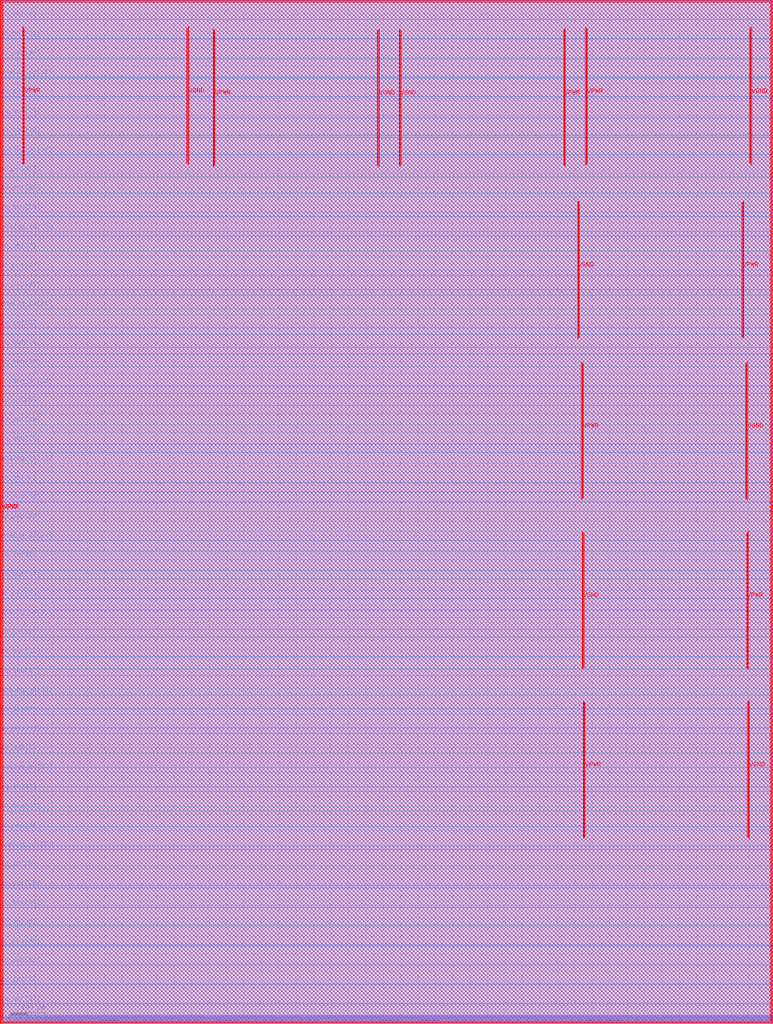
<source format=lef>
##
## LEF for PtnCells ;
## created by Innovus v20.10-p004_1 on Thu Dec 30 01:04:18 2021
##

VERSION 5.8 ;

BUSBITCHARS "[]" ;
DIVIDERCHAR "/" ;

MACRO azadi_soc_top_caravel
  CLASS BLOCK ;
  SIZE 2220.420000 BY 2939.640000 ;
  FOREIGN azadi_soc_top_caravel 0.000000 0.000000 ;
  ORIGIN 0 0 ;
  SYMMETRY X Y R90 ;
  PIN wb_clk_i
    DIRECTION INPUT ;
    USE SIGNAL ;
    PORT
      LAYER met2 ;
        RECT 4.435000 0.000000 4.575000 0.490000 ;
    END
  END wb_clk_i
  PIN wb_rst_i
    DIRECTION INPUT ;
    USE SIGNAL ;
    PORT
      LAYER met2 ;
        RECT 1.540000 0.000000 1.680000 0.490000 ;
    END
  END wb_rst_i
  PIN wbs_stb_i
    DIRECTION INPUT ;
    USE SIGNAL ;
    PORT
      LAYER met2 ;
        RECT 468.240000 0.000000 468.380000 0.490000 ;
    END
  END wbs_stb_i
  PIN wbs_cyc_i
    DIRECTION INPUT ;
    USE SIGNAL ;
    PORT
      LAYER met2 ;
        RECT 157.535000 0.000000 157.675000 0.490000 ;
    END
  END wbs_cyc_i
  PIN wbs_we_i
    DIRECTION INPUT ;
    USE SIGNAL ;
    PORT
      LAYER met2 ;
        RECT 472.745000 0.000000 472.885000 0.490000 ;
    END
  END wbs_we_i
  PIN wbs_sel_i[3]
    DIRECTION INPUT ;
    USE SIGNAL ;
    PORT
      LAYER met2 ;
        RECT 463.740000 0.000000 463.880000 0.490000 ;
    END
  END wbs_sel_i[3]
  PIN wbs_sel_i[2]
    DIRECTION INPUT ;
    USE SIGNAL ;
    PORT
      LAYER met2 ;
        RECT 459.235000 0.000000 459.375000 0.490000 ;
    END
  END wbs_sel_i[2]
  PIN wbs_sel_i[1]
    DIRECTION INPUT ;
    USE SIGNAL ;
    PORT
      LAYER met2 ;
        RECT 454.735000 0.000000 454.875000 0.490000 ;
    END
  END wbs_sel_i[1]
  PIN wbs_sel_i[0]
    DIRECTION INPUT ;
    USE SIGNAL ;
    PORT
      LAYER met2 ;
        RECT 450.230000 0.000000 450.370000 0.490000 ;
    END
  END wbs_sel_i[0]
  PIN wbs_dat_i[31]
    DIRECTION INPUT ;
    USE SIGNAL ;
    PORT
      LAYER met2 ;
        RECT 301.630000 0.000000 301.770000 0.490000 ;
    END
  END wbs_dat_i[31]
  PIN wbs_dat_i[30]
    DIRECTION INPUT ;
    USE SIGNAL ;
    PORT
      LAYER met2 ;
        RECT 297.130000 0.000000 297.270000 0.490000 ;
    END
  END wbs_dat_i[30]
  PIN wbs_dat_i[29]
    DIRECTION INPUT ;
    USE SIGNAL ;
    PORT
      LAYER met2 ;
        RECT 292.625000 0.000000 292.765000 0.490000 ;
    END
  END wbs_dat_i[29]
  PIN wbs_dat_i[28]
    DIRECTION INPUT ;
    USE SIGNAL ;
    PORT
      LAYER met2 ;
        RECT 288.120000 0.000000 288.260000 0.490000 ;
    END
  END wbs_dat_i[28]
  PIN wbs_dat_i[27]
    DIRECTION INPUT ;
    USE SIGNAL ;
    PORT
      LAYER met2 ;
        RECT 283.620000 0.000000 283.760000 0.490000 ;
    END
  END wbs_dat_i[27]
  PIN wbs_dat_i[26]
    DIRECTION INPUT ;
    USE SIGNAL ;
    PORT
      LAYER met2 ;
        RECT 279.115000 0.000000 279.255000 0.490000 ;
    END
  END wbs_dat_i[26]
  PIN wbs_dat_i[25]
    DIRECTION INPUT ;
    USE SIGNAL ;
    PORT
      LAYER met2 ;
        RECT 274.615000 0.000000 274.755000 0.490000 ;
    END
  END wbs_dat_i[25]
  PIN wbs_dat_i[24]
    DIRECTION INPUT ;
    USE SIGNAL ;
    PORT
      LAYER met2 ;
        RECT 270.110000 0.000000 270.250000 0.490000 ;
    END
  END wbs_dat_i[24]
  PIN wbs_dat_i[23]
    DIRECTION INPUT ;
    USE SIGNAL ;
    PORT
      LAYER met2 ;
        RECT 265.605000 0.000000 265.745000 0.490000 ;
    END
  END wbs_dat_i[23]
  PIN wbs_dat_i[22]
    DIRECTION INPUT ;
    USE SIGNAL ;
    PORT
      LAYER met2 ;
        RECT 261.105000 0.000000 261.245000 0.490000 ;
    END
  END wbs_dat_i[22]
  PIN wbs_dat_i[21]
    DIRECTION INPUT ;
    USE SIGNAL ;
    PORT
      LAYER met2 ;
        RECT 256.600000 0.000000 256.740000 0.490000 ;
    END
  END wbs_dat_i[21]
  PIN wbs_dat_i[20]
    DIRECTION INPUT ;
    USE SIGNAL ;
    PORT
      LAYER met2 ;
        RECT 252.100000 0.000000 252.240000 0.490000 ;
    END
  END wbs_dat_i[20]
  PIN wbs_dat_i[19]
    DIRECTION INPUT ;
    USE SIGNAL ;
    PORT
      LAYER met2 ;
        RECT 247.595000 0.000000 247.735000 0.490000 ;
    END
  END wbs_dat_i[19]
  PIN wbs_dat_i[18]
    DIRECTION INPUT ;
    USE SIGNAL ;
    PORT
      LAYER met2 ;
        RECT 243.090000 0.000000 243.230000 0.490000 ;
    END
  END wbs_dat_i[18]
  PIN wbs_dat_i[17]
    DIRECTION INPUT ;
    USE SIGNAL ;
    PORT
      LAYER met2 ;
        RECT 238.590000 0.000000 238.730000 0.490000 ;
    END
  END wbs_dat_i[17]
  PIN wbs_dat_i[16]
    DIRECTION INPUT ;
    USE SIGNAL ;
    PORT
      LAYER met2 ;
        RECT 234.085000 0.000000 234.225000 0.490000 ;
    END
  END wbs_dat_i[16]
  PIN wbs_dat_i[15]
    DIRECTION INPUT ;
    USE SIGNAL ;
    PORT
      LAYER met2 ;
        RECT 229.585000 0.000000 229.725000 0.490000 ;
    END
  END wbs_dat_i[15]
  PIN wbs_dat_i[14]
    DIRECTION INPUT ;
    USE SIGNAL ;
    PORT
      LAYER met2 ;
        RECT 225.080000 0.000000 225.220000 0.490000 ;
    END
  END wbs_dat_i[14]
  PIN wbs_dat_i[13]
    DIRECTION INPUT ;
    USE SIGNAL ;
    PORT
      LAYER met2 ;
        RECT 220.575000 0.000000 220.715000 0.490000 ;
    END
  END wbs_dat_i[13]
  PIN wbs_dat_i[12]
    DIRECTION INPUT ;
    USE SIGNAL ;
    PORT
      LAYER met2 ;
        RECT 216.075000 0.000000 216.215000 0.490000 ;
    END
  END wbs_dat_i[12]
  PIN wbs_dat_i[11]
    DIRECTION INPUT ;
    USE SIGNAL ;
    PORT
      LAYER met2 ;
        RECT 211.570000 0.000000 211.710000 0.490000 ;
    END
  END wbs_dat_i[11]
  PIN wbs_dat_i[10]
    DIRECTION INPUT ;
    USE SIGNAL ;
    PORT
      LAYER met2 ;
        RECT 207.070000 0.000000 207.210000 0.490000 ;
    END
  END wbs_dat_i[10]
  PIN wbs_dat_i[9]
    DIRECTION INPUT ;
    USE SIGNAL ;
    PORT
      LAYER met2 ;
        RECT 202.565000 0.000000 202.705000 0.490000 ;
    END
  END wbs_dat_i[9]
  PIN wbs_dat_i[8]
    DIRECTION INPUT ;
    USE SIGNAL ;
    PORT
      LAYER met2 ;
        RECT 198.060000 0.000000 198.200000 0.490000 ;
    END
  END wbs_dat_i[8]
  PIN wbs_dat_i[7]
    DIRECTION INPUT ;
    USE SIGNAL ;
    PORT
      LAYER met2 ;
        RECT 193.560000 0.000000 193.700000 0.490000 ;
    END
  END wbs_dat_i[7]
  PIN wbs_dat_i[6]
    DIRECTION INPUT ;
    USE SIGNAL ;
    PORT
      LAYER met2 ;
        RECT 189.055000 0.000000 189.195000 0.490000 ;
    END
  END wbs_dat_i[6]
  PIN wbs_dat_i[5]
    DIRECTION INPUT ;
    USE SIGNAL ;
    PORT
      LAYER met2 ;
        RECT 184.555000 0.000000 184.695000 0.490000 ;
    END
  END wbs_dat_i[5]
  PIN wbs_dat_i[4]
    DIRECTION INPUT ;
    USE SIGNAL ;
    PORT
      LAYER met2 ;
        RECT 180.050000 0.000000 180.190000 0.490000 ;
    END
  END wbs_dat_i[4]
  PIN wbs_dat_i[3]
    DIRECTION INPUT ;
    USE SIGNAL ;
    PORT
      LAYER met2 ;
        RECT 175.545000 0.000000 175.685000 0.490000 ;
    END
  END wbs_dat_i[3]
  PIN wbs_dat_i[2]
    DIRECTION INPUT ;
    USE SIGNAL ;
    PORT
      LAYER met2 ;
        RECT 171.045000 0.000000 171.185000 0.490000 ;
    END
  END wbs_dat_i[2]
  PIN wbs_dat_i[1]
    DIRECTION INPUT ;
    USE SIGNAL ;
    PORT
      LAYER met2 ;
        RECT 166.540000 0.000000 166.680000 0.490000 ;
    END
  END wbs_dat_i[1]
  PIN wbs_dat_i[0]
    DIRECTION INPUT ;
    USE SIGNAL ;
    PORT
      LAYER met2 ;
        RECT 162.040000 0.000000 162.180000 0.490000 ;
    END
  END wbs_dat_i[0]
  PIN wbs_adr_i[31]
    DIRECTION INPUT ;
    USE SIGNAL ;
    PORT
      LAYER met2 ;
        RECT 153.030000 0.000000 153.170000 0.490000 ;
    END
  END wbs_adr_i[31]
  PIN wbs_adr_i[30]
    DIRECTION INPUT ;
    USE SIGNAL ;
    PORT
      LAYER met2 ;
        RECT 148.530000 0.000000 148.670000 0.490000 ;
    END
  END wbs_adr_i[30]
  PIN wbs_adr_i[29]
    DIRECTION INPUT ;
    USE SIGNAL ;
    PORT
      LAYER met2 ;
        RECT 144.025000 0.000000 144.165000 0.490000 ;
    END
  END wbs_adr_i[29]
  PIN wbs_adr_i[28]
    DIRECTION INPUT ;
    USE SIGNAL ;
    PORT
      LAYER met2 ;
        RECT 139.525000 0.000000 139.665000 0.490000 ;
    END
  END wbs_adr_i[28]
  PIN wbs_adr_i[27]
    DIRECTION INPUT ;
    USE SIGNAL ;
    PORT
      LAYER met2 ;
        RECT 135.020000 0.000000 135.160000 0.490000 ;
    END
  END wbs_adr_i[27]
  PIN wbs_adr_i[26]
    DIRECTION INPUT ;
    USE SIGNAL ;
    PORT
      LAYER met2 ;
        RECT 130.515000 0.000000 130.655000 0.490000 ;
    END
  END wbs_adr_i[26]
  PIN wbs_adr_i[25]
    DIRECTION INPUT ;
    USE SIGNAL ;
    PORT
      LAYER met2 ;
        RECT 126.015000 0.000000 126.155000 0.490000 ;
    END
  END wbs_adr_i[25]
  PIN wbs_adr_i[24]
    DIRECTION INPUT ;
    USE SIGNAL ;
    PORT
      LAYER met2 ;
        RECT 121.510000 0.000000 121.650000 0.490000 ;
    END
  END wbs_adr_i[24]
  PIN wbs_adr_i[23]
    DIRECTION INPUT ;
    USE SIGNAL ;
    PORT
      LAYER met2 ;
        RECT 117.010000 0.000000 117.150000 0.490000 ;
    END
  END wbs_adr_i[23]
  PIN wbs_adr_i[22]
    DIRECTION INPUT ;
    USE SIGNAL ;
    PORT
      LAYER met2 ;
        RECT 112.505000 0.000000 112.645000 0.490000 ;
    END
  END wbs_adr_i[22]
  PIN wbs_adr_i[21]
    DIRECTION INPUT ;
    USE SIGNAL ;
    PORT
      LAYER met2 ;
        RECT 108.000000 0.000000 108.140000 0.490000 ;
    END
  END wbs_adr_i[21]
  PIN wbs_adr_i[20]
    DIRECTION INPUT ;
    USE SIGNAL ;
    PORT
      LAYER met2 ;
        RECT 103.500000 0.000000 103.640000 0.490000 ;
    END
  END wbs_adr_i[20]
  PIN wbs_adr_i[19]
    DIRECTION INPUT ;
    USE SIGNAL ;
    PORT
      LAYER met2 ;
        RECT 98.995000 0.000000 99.135000 0.490000 ;
    END
  END wbs_adr_i[19]
  PIN wbs_adr_i[18]
    DIRECTION INPUT ;
    USE SIGNAL ;
    PORT
      LAYER met2 ;
        RECT 94.495000 0.000000 94.635000 0.490000 ;
    END
  END wbs_adr_i[18]
  PIN wbs_adr_i[17]
    DIRECTION INPUT ;
    USE SIGNAL ;
    PORT
      LAYER met2 ;
        RECT 89.990000 0.000000 90.130000 0.490000 ;
    END
  END wbs_adr_i[17]
  PIN wbs_adr_i[16]
    DIRECTION INPUT ;
    USE SIGNAL ;
    PORT
      LAYER met2 ;
        RECT 85.485000 0.000000 85.625000 0.490000 ;
    END
  END wbs_adr_i[16]
  PIN wbs_adr_i[15]
    DIRECTION INPUT ;
    USE SIGNAL ;
    PORT
      LAYER met2 ;
        RECT 80.985000 0.000000 81.125000 0.490000 ;
    END
  END wbs_adr_i[15]
  PIN wbs_adr_i[14]
    DIRECTION INPUT ;
    USE SIGNAL ;
    PORT
      LAYER met2 ;
        RECT 76.480000 0.000000 76.620000 0.490000 ;
    END
  END wbs_adr_i[14]
  PIN wbs_adr_i[13]
    DIRECTION INPUT ;
    USE SIGNAL ;
    PORT
      LAYER met2 ;
        RECT 71.980000 0.000000 72.120000 0.490000 ;
    END
  END wbs_adr_i[13]
  PIN wbs_adr_i[12]
    DIRECTION INPUT ;
    USE SIGNAL ;
    PORT
      LAYER met2 ;
        RECT 67.475000 0.000000 67.615000 0.490000 ;
    END
  END wbs_adr_i[12]
  PIN wbs_adr_i[11]
    DIRECTION INPUT ;
    USE SIGNAL ;
    PORT
      LAYER met2 ;
        RECT 62.970000 0.000000 63.110000 0.490000 ;
    END
  END wbs_adr_i[11]
  PIN wbs_adr_i[10]
    DIRECTION INPUT ;
    USE SIGNAL ;
    PORT
      LAYER met2 ;
        RECT 58.470000 0.000000 58.610000 0.490000 ;
    END
  END wbs_adr_i[10]
  PIN wbs_adr_i[9]
    DIRECTION INPUT ;
    USE SIGNAL ;
    PORT
      LAYER met2 ;
        RECT 53.965000 0.000000 54.105000 0.490000 ;
    END
  END wbs_adr_i[9]
  PIN wbs_adr_i[8]
    DIRECTION INPUT ;
    USE SIGNAL ;
    PORT
      LAYER met2 ;
        RECT 49.465000 0.000000 49.605000 0.490000 ;
    END
  END wbs_adr_i[8]
  PIN wbs_adr_i[7]
    DIRECTION INPUT ;
    USE SIGNAL ;
    PORT
      LAYER met2 ;
        RECT 44.960000 0.000000 45.100000 0.490000 ;
    END
  END wbs_adr_i[7]
  PIN wbs_adr_i[6]
    DIRECTION INPUT ;
    USE SIGNAL ;
    PORT
      LAYER met2 ;
        RECT 40.455000 0.000000 40.595000 0.490000 ;
    END
  END wbs_adr_i[6]
  PIN wbs_adr_i[5]
    DIRECTION INPUT ;
    USE SIGNAL ;
    PORT
      LAYER met2 ;
        RECT 35.955000 0.000000 36.095000 0.490000 ;
    END
  END wbs_adr_i[5]
  PIN wbs_adr_i[4]
    DIRECTION INPUT ;
    USE SIGNAL ;
    PORT
      LAYER met2 ;
        RECT 31.450000 0.000000 31.590000 0.490000 ;
    END
  END wbs_adr_i[4]
  PIN wbs_adr_i[3]
    DIRECTION INPUT ;
    USE SIGNAL ;
    PORT
      LAYER met2 ;
        RECT 26.950000 0.000000 27.090000 0.490000 ;
    END
  END wbs_adr_i[3]
  PIN wbs_adr_i[2]
    DIRECTION INPUT ;
    USE SIGNAL ;
    PORT
      LAYER met2 ;
        RECT 22.445000 0.000000 22.585000 0.490000 ;
    END
  END wbs_adr_i[2]
  PIN wbs_adr_i[1]
    DIRECTION INPUT ;
    USE SIGNAL ;
    PORT
      LAYER met2 ;
        RECT 17.940000 0.000000 18.080000 0.490000 ;
    END
  END wbs_adr_i[1]
  PIN wbs_adr_i[0]
    DIRECTION INPUT ;
    USE SIGNAL ;
    PORT
      LAYER met2 ;
        RECT 13.440000 0.000000 13.580000 0.490000 ;
    END
  END wbs_adr_i[0]
  PIN wbs_ack_o
    DIRECTION OUTPUT ;
    USE SIGNAL ;
    PORT
      LAYER met2 ;
        RECT 8.935000 0.000000 9.075000 0.490000 ;
    END
  END wbs_ack_o
  PIN wbs_dat_o[31]
    DIRECTION OUTPUT ;
    USE SIGNAL ;
    PORT
      LAYER met2 ;
        RECT 445.725000 0.000000 445.865000 0.490000 ;
    END
  END wbs_dat_o[31]
  PIN wbs_dat_o[30]
    DIRECTION OUTPUT ;
    USE SIGNAL ;
    PORT
      LAYER met2 ;
        RECT 441.225000 0.000000 441.365000 0.490000 ;
    END
  END wbs_dat_o[30]
  PIN wbs_dat_o[29]
    DIRECTION OUTPUT ;
    USE SIGNAL ;
    PORT
      LAYER met2 ;
        RECT 436.720000 0.000000 436.860000 0.490000 ;
    END
  END wbs_dat_o[29]
  PIN wbs_dat_o[28]
    DIRECTION OUTPUT ;
    USE SIGNAL ;
    PORT
      LAYER met2 ;
        RECT 432.220000 0.000000 432.360000 0.490000 ;
    END
  END wbs_dat_o[28]
  PIN wbs_dat_o[27]
    DIRECTION OUTPUT ;
    USE SIGNAL ;
    PORT
      LAYER met2 ;
        RECT 427.715000 0.000000 427.855000 0.490000 ;
    END
  END wbs_dat_o[27]
  PIN wbs_dat_o[26]
    DIRECTION OUTPUT ;
    USE SIGNAL ;
    PORT
      LAYER met2 ;
        RECT 423.210000 0.000000 423.350000 0.490000 ;
    END
  END wbs_dat_o[26]
  PIN wbs_dat_o[25]
    DIRECTION OUTPUT ;
    USE SIGNAL ;
    PORT
      LAYER met2 ;
        RECT 418.710000 0.000000 418.850000 0.490000 ;
    END
  END wbs_dat_o[25]
  PIN wbs_dat_o[24]
    DIRECTION OUTPUT ;
    USE SIGNAL ;
    PORT
      LAYER met2 ;
        RECT 414.205000 0.000000 414.345000 0.490000 ;
    END
  END wbs_dat_o[24]
  PIN wbs_dat_o[23]
    DIRECTION OUTPUT ;
    USE SIGNAL ;
    PORT
      LAYER met2 ;
        RECT 409.705000 0.000000 409.845000 0.490000 ;
    END
  END wbs_dat_o[23]
  PIN wbs_dat_o[22]
    DIRECTION OUTPUT ;
    USE SIGNAL ;
    PORT
      LAYER met2 ;
        RECT 405.200000 0.000000 405.340000 0.490000 ;
    END
  END wbs_dat_o[22]
  PIN wbs_dat_o[21]
    DIRECTION OUTPUT ;
    USE SIGNAL ;
    PORT
      LAYER met2 ;
        RECT 400.695000 0.000000 400.835000 0.490000 ;
    END
  END wbs_dat_o[21]
  PIN wbs_dat_o[20]
    DIRECTION OUTPUT ;
    USE SIGNAL ;
    PORT
      LAYER met2 ;
        RECT 396.195000 0.000000 396.335000 0.490000 ;
    END
  END wbs_dat_o[20]
  PIN wbs_dat_o[19]
    DIRECTION OUTPUT ;
    USE SIGNAL ;
    PORT
      LAYER met2 ;
        RECT 391.690000 0.000000 391.830000 0.490000 ;
    END
  END wbs_dat_o[19]
  PIN wbs_dat_o[18]
    DIRECTION OUTPUT ;
    USE SIGNAL ;
    PORT
      LAYER met2 ;
        RECT 387.190000 0.000000 387.330000 0.490000 ;
    END
  END wbs_dat_o[18]
  PIN wbs_dat_o[17]
    DIRECTION OUTPUT ;
    USE SIGNAL ;
    PORT
      LAYER met2 ;
        RECT 382.685000 0.000000 382.825000 0.490000 ;
    END
  END wbs_dat_o[17]
  PIN wbs_dat_o[16]
    DIRECTION OUTPUT ;
    USE SIGNAL ;
    PORT
      LAYER met2 ;
        RECT 378.180000 0.000000 378.320000 0.490000 ;
    END
  END wbs_dat_o[16]
  PIN wbs_dat_o[15]
    DIRECTION OUTPUT ;
    USE SIGNAL ;
    PORT
      LAYER met2 ;
        RECT 373.680000 0.000000 373.820000 0.490000 ;
    END
  END wbs_dat_o[15]
  PIN wbs_dat_o[14]
    DIRECTION OUTPUT ;
    USE SIGNAL ;
    PORT
      LAYER met2 ;
        RECT 369.175000 0.000000 369.315000 0.490000 ;
    END
  END wbs_dat_o[14]
  PIN wbs_dat_o[13]
    DIRECTION OUTPUT ;
    USE SIGNAL ;
    PORT
      LAYER met2 ;
        RECT 364.675000 0.000000 364.815000 0.490000 ;
    END
  END wbs_dat_o[13]
  PIN wbs_dat_o[12]
    DIRECTION OUTPUT ;
    USE SIGNAL ;
    PORT
      LAYER met2 ;
        RECT 360.170000 0.000000 360.310000 0.490000 ;
    END
  END wbs_dat_o[12]
  PIN wbs_dat_o[11]
    DIRECTION OUTPUT ;
    USE SIGNAL ;
    PORT
      LAYER met2 ;
        RECT 355.665000 0.000000 355.805000 0.490000 ;
    END
  END wbs_dat_o[11]
  PIN wbs_dat_o[10]
    DIRECTION OUTPUT ;
    USE SIGNAL ;
    PORT
      LAYER met2 ;
        RECT 351.165000 0.000000 351.305000 0.490000 ;
    END
  END wbs_dat_o[10]
  PIN wbs_dat_o[9]
    DIRECTION OUTPUT ;
    USE SIGNAL ;
    PORT
      LAYER met2 ;
        RECT 346.660000 0.000000 346.800000 0.490000 ;
    END
  END wbs_dat_o[9]
  PIN wbs_dat_o[8]
    DIRECTION OUTPUT ;
    USE SIGNAL ;
    PORT
      LAYER met2 ;
        RECT 342.160000 0.000000 342.300000 0.490000 ;
    END
  END wbs_dat_o[8]
  PIN wbs_dat_o[7]
    DIRECTION OUTPUT ;
    USE SIGNAL ;
    PORT
      LAYER met2 ;
        RECT 337.655000 0.000000 337.795000 0.490000 ;
    END
  END wbs_dat_o[7]
  PIN wbs_dat_o[6]
    DIRECTION OUTPUT ;
    USE SIGNAL ;
    PORT
      LAYER met2 ;
        RECT 333.150000 0.000000 333.290000 0.490000 ;
    END
  END wbs_dat_o[6]
  PIN wbs_dat_o[5]
    DIRECTION OUTPUT ;
    USE SIGNAL ;
    PORT
      LAYER met2 ;
        RECT 328.650000 0.000000 328.790000 0.490000 ;
    END
  END wbs_dat_o[5]
  PIN wbs_dat_o[4]
    DIRECTION OUTPUT ;
    USE SIGNAL ;
    PORT
      LAYER met2 ;
        RECT 324.145000 0.000000 324.285000 0.490000 ;
    END
  END wbs_dat_o[4]
  PIN wbs_dat_o[3]
    DIRECTION OUTPUT ;
    USE SIGNAL ;
    PORT
      LAYER met2 ;
        RECT 319.645000 0.000000 319.785000 0.490000 ;
    END
  END wbs_dat_o[3]
  PIN wbs_dat_o[2]
    DIRECTION OUTPUT ;
    USE SIGNAL ;
    PORT
      LAYER met2 ;
        RECT 315.140000 0.000000 315.280000 0.490000 ;
    END
  END wbs_dat_o[2]
  PIN wbs_dat_o[1]
    DIRECTION OUTPUT ;
    USE SIGNAL ;
    PORT
      LAYER met2 ;
        RECT 310.635000 0.000000 310.775000 0.490000 ;
    END
  END wbs_dat_o[1]
  PIN wbs_dat_o[0]
    DIRECTION OUTPUT ;
    USE SIGNAL ;
    PORT
      LAYER met2 ;
        RECT 306.135000 0.000000 306.275000 0.490000 ;
    END
  END wbs_dat_o[0]
  PIN la_data_in[127]
    DIRECTION INPUT ;
    USE SIGNAL ;
    PORT
      LAYER met2 ;
        RECT 1049.130000 0.000000 1049.270000 0.490000 ;
    END
  END la_data_in[127]
  PIN la_data_in[126]
    DIRECTION INPUT ;
    USE SIGNAL ;
    PORT
      LAYER met2 ;
        RECT 1044.625000 0.000000 1044.765000 0.490000 ;
    END
  END la_data_in[126]
  PIN la_data_in[125]
    DIRECTION INPUT ;
    USE SIGNAL ;
    PORT
      LAYER met2 ;
        RECT 1040.125000 0.000000 1040.265000 0.490000 ;
    END
  END la_data_in[125]
  PIN la_data_in[124]
    DIRECTION INPUT ;
    USE SIGNAL ;
    PORT
      LAYER met2 ;
        RECT 1035.620000 0.000000 1035.760000 0.490000 ;
    END
  END la_data_in[124]
  PIN la_data_in[123]
    DIRECTION INPUT ;
    USE SIGNAL ;
    PORT
      LAYER met2 ;
        RECT 1031.115000 0.000000 1031.255000 0.490000 ;
    END
  END la_data_in[123]
  PIN la_data_in[122]
    DIRECTION INPUT ;
    USE SIGNAL ;
    PORT
      LAYER met2 ;
        RECT 1026.615000 0.000000 1026.755000 0.490000 ;
    END
  END la_data_in[122]
  PIN la_data_in[121]
    DIRECTION INPUT ;
    USE SIGNAL ;
    PORT
      LAYER met2 ;
        RECT 1022.110000 0.000000 1022.250000 0.490000 ;
    END
  END la_data_in[121]
  PIN la_data_in[120]
    DIRECTION INPUT ;
    USE SIGNAL ;
    PORT
      LAYER met2 ;
        RECT 1017.610000 0.000000 1017.750000 0.490000 ;
    END
  END la_data_in[120]
  PIN la_data_in[119]
    DIRECTION INPUT ;
    USE SIGNAL ;
    PORT
      LAYER met2 ;
        RECT 1013.105000 0.000000 1013.245000 0.490000 ;
    END
  END la_data_in[119]
  PIN la_data_in[118]
    DIRECTION INPUT ;
    USE SIGNAL ;
    PORT
      LAYER met2 ;
        RECT 1008.600000 0.000000 1008.740000 0.490000 ;
    END
  END la_data_in[118]
  PIN la_data_in[117]
    DIRECTION INPUT ;
    USE SIGNAL ;
    PORT
      LAYER met2 ;
        RECT 1004.100000 0.000000 1004.240000 0.490000 ;
    END
  END la_data_in[117]
  PIN la_data_in[116]
    DIRECTION INPUT ;
    USE SIGNAL ;
    PORT
      LAYER met2 ;
        RECT 999.595000 0.000000 999.735000 0.490000 ;
    END
  END la_data_in[116]
  PIN la_data_in[115]
    DIRECTION INPUT ;
    USE SIGNAL ;
    PORT
      LAYER met2 ;
        RECT 995.095000 0.000000 995.235000 0.490000 ;
    END
  END la_data_in[115]
  PIN la_data_in[114]
    DIRECTION INPUT ;
    USE SIGNAL ;
    PORT
      LAYER met2 ;
        RECT 990.590000 0.000000 990.730000 0.490000 ;
    END
  END la_data_in[114]
  PIN la_data_in[113]
    DIRECTION INPUT ;
    USE SIGNAL ;
    PORT
      LAYER met2 ;
        RECT 986.085000 0.000000 986.225000 0.490000 ;
    END
  END la_data_in[113]
  PIN la_data_in[112]
    DIRECTION INPUT ;
    USE SIGNAL ;
    PORT
      LAYER met2 ;
        RECT 981.585000 0.000000 981.725000 0.490000 ;
    END
  END la_data_in[112]
  PIN la_data_in[111]
    DIRECTION INPUT ;
    USE SIGNAL ;
    PORT
      LAYER met2 ;
        RECT 977.080000 0.000000 977.220000 0.490000 ;
    END
  END la_data_in[111]
  PIN la_data_in[110]
    DIRECTION INPUT ;
    USE SIGNAL ;
    PORT
      LAYER met2 ;
        RECT 972.580000 0.000000 972.720000 0.490000 ;
    END
  END la_data_in[110]
  PIN la_data_in[109]
    DIRECTION INPUT ;
    USE SIGNAL ;
    PORT
      LAYER met2 ;
        RECT 968.075000 0.000000 968.215000 0.490000 ;
    END
  END la_data_in[109]
  PIN la_data_in[108]
    DIRECTION INPUT ;
    USE SIGNAL ;
    PORT
      LAYER met2 ;
        RECT 963.570000 0.000000 963.710000 0.490000 ;
    END
  END la_data_in[108]
  PIN la_data_in[107]
    DIRECTION INPUT ;
    USE SIGNAL ;
    PORT
      LAYER met2 ;
        RECT 959.070000 0.000000 959.210000 0.490000 ;
    END
  END la_data_in[107]
  PIN la_data_in[106]
    DIRECTION INPUT ;
    USE SIGNAL ;
    PORT
      LAYER met2 ;
        RECT 954.565000 0.000000 954.705000 0.490000 ;
    END
  END la_data_in[106]
  PIN la_data_in[105]
    DIRECTION INPUT ;
    USE SIGNAL ;
    PORT
      LAYER met2 ;
        RECT 950.065000 0.000000 950.205000 0.490000 ;
    END
  END la_data_in[105]
  PIN la_data_in[104]
    DIRECTION INPUT ;
    USE SIGNAL ;
    PORT
      LAYER met2 ;
        RECT 945.560000 0.000000 945.700000 0.490000 ;
    END
  END la_data_in[104]
  PIN la_data_in[103]
    DIRECTION INPUT ;
    USE SIGNAL ;
    PORT
      LAYER met2 ;
        RECT 941.055000 0.000000 941.195000 0.490000 ;
    END
  END la_data_in[103]
  PIN la_data_in[102]
    DIRECTION INPUT ;
    USE SIGNAL ;
    PORT
      LAYER met2 ;
        RECT 936.555000 0.000000 936.695000 0.490000 ;
    END
  END la_data_in[102]
  PIN la_data_in[101]
    DIRECTION INPUT ;
    USE SIGNAL ;
    PORT
      LAYER met2 ;
        RECT 932.050000 0.000000 932.190000 0.490000 ;
    END
  END la_data_in[101]
  PIN la_data_in[100]
    DIRECTION INPUT ;
    USE SIGNAL ;
    PORT
      LAYER met2 ;
        RECT 927.550000 0.000000 927.690000 0.490000 ;
    END
  END la_data_in[100]
  PIN la_data_in[99]
    DIRECTION INPUT ;
    USE SIGNAL ;
    PORT
      LAYER met2 ;
        RECT 923.045000 0.000000 923.185000 0.490000 ;
    END
  END la_data_in[99]
  PIN la_data_in[98]
    DIRECTION INPUT ;
    USE SIGNAL ;
    PORT
      LAYER met2 ;
        RECT 918.540000 0.000000 918.680000 0.490000 ;
    END
  END la_data_in[98]
  PIN la_data_in[97]
    DIRECTION INPUT ;
    USE SIGNAL ;
    PORT
      LAYER met2 ;
        RECT 914.040000 0.000000 914.180000 0.490000 ;
    END
  END la_data_in[97]
  PIN la_data_in[96]
    DIRECTION INPUT ;
    USE SIGNAL ;
    PORT
      LAYER met2 ;
        RECT 909.535000 0.000000 909.675000 0.490000 ;
    END
  END la_data_in[96]
  PIN la_data_in[95]
    DIRECTION INPUT ;
    USE SIGNAL ;
    PORT
      LAYER met2 ;
        RECT 905.035000 0.000000 905.175000 0.490000 ;
    END
  END la_data_in[95]
  PIN la_data_in[94]
    DIRECTION INPUT ;
    USE SIGNAL ;
    PORT
      LAYER met2 ;
        RECT 900.530000 0.000000 900.670000 0.490000 ;
    END
  END la_data_in[94]
  PIN la_data_in[93]
    DIRECTION INPUT ;
    USE SIGNAL ;
    PORT
      LAYER met2 ;
        RECT 896.025000 0.000000 896.165000 0.490000 ;
    END
  END la_data_in[93]
  PIN la_data_in[92]
    DIRECTION INPUT ;
    USE SIGNAL ;
    PORT
      LAYER met2 ;
        RECT 891.525000 0.000000 891.665000 0.490000 ;
    END
  END la_data_in[92]
  PIN la_data_in[91]
    DIRECTION INPUT ;
    USE SIGNAL ;
    PORT
      LAYER met2 ;
        RECT 887.020000 0.000000 887.160000 0.490000 ;
    END
  END la_data_in[91]
  PIN la_data_in[90]
    DIRECTION INPUT ;
    USE SIGNAL ;
    PORT
      LAYER met2 ;
        RECT 882.520000 0.000000 882.660000 0.490000 ;
    END
  END la_data_in[90]
  PIN la_data_in[89]
    DIRECTION INPUT ;
    USE SIGNAL ;
    PORT
      LAYER met2 ;
        RECT 878.015000 0.000000 878.155000 0.490000 ;
    END
  END la_data_in[89]
  PIN la_data_in[88]
    DIRECTION INPUT ;
    USE SIGNAL ;
    PORT
      LAYER met2 ;
        RECT 873.510000 0.000000 873.650000 0.490000 ;
    END
  END la_data_in[88]
  PIN la_data_in[87]
    DIRECTION INPUT ;
    USE SIGNAL ;
    PORT
      LAYER met2 ;
        RECT 869.010000 0.000000 869.150000 0.490000 ;
    END
  END la_data_in[87]
  PIN la_data_in[86]
    DIRECTION INPUT ;
    USE SIGNAL ;
    PORT
      LAYER met2 ;
        RECT 864.505000 0.000000 864.645000 0.490000 ;
    END
  END la_data_in[86]
  PIN la_data_in[85]
    DIRECTION INPUT ;
    USE SIGNAL ;
    PORT
      LAYER met2 ;
        RECT 860.005000 0.000000 860.145000 0.490000 ;
    END
  END la_data_in[85]
  PIN la_data_in[84]
    DIRECTION INPUT ;
    USE SIGNAL ;
    PORT
      LAYER met2 ;
        RECT 855.500000 0.000000 855.640000 0.490000 ;
    END
  END la_data_in[84]
  PIN la_data_in[83]
    DIRECTION INPUT ;
    USE SIGNAL ;
    PORT
      LAYER met2 ;
        RECT 850.995000 0.000000 851.135000 0.490000 ;
    END
  END la_data_in[83]
  PIN la_data_in[82]
    DIRECTION INPUT ;
    USE SIGNAL ;
    PORT
      LAYER met2 ;
        RECT 846.495000 0.000000 846.635000 0.490000 ;
    END
  END la_data_in[82]
  PIN la_data_in[81]
    DIRECTION INPUT ;
    USE SIGNAL ;
    PORT
      LAYER met2 ;
        RECT 841.990000 0.000000 842.130000 0.490000 ;
    END
  END la_data_in[81]
  PIN la_data_in[80]
    DIRECTION INPUT ;
    USE SIGNAL ;
    PORT
      LAYER met2 ;
        RECT 837.490000 0.000000 837.630000 0.490000 ;
    END
  END la_data_in[80]
  PIN la_data_in[79]
    DIRECTION INPUT ;
    USE SIGNAL ;
    PORT
      LAYER met2 ;
        RECT 832.985000 0.000000 833.125000 0.490000 ;
    END
  END la_data_in[79]
  PIN la_data_in[78]
    DIRECTION INPUT ;
    USE SIGNAL ;
    PORT
      LAYER met2 ;
        RECT 828.480000 0.000000 828.620000 0.490000 ;
    END
  END la_data_in[78]
  PIN la_data_in[77]
    DIRECTION INPUT ;
    USE SIGNAL ;
    PORT
      LAYER met2 ;
        RECT 823.980000 0.000000 824.120000 0.490000 ;
    END
  END la_data_in[77]
  PIN la_data_in[76]
    DIRECTION INPUT ;
    USE SIGNAL ;
    PORT
      LAYER met2 ;
        RECT 819.475000 0.000000 819.615000 0.490000 ;
    END
  END la_data_in[76]
  PIN la_data_in[75]
    DIRECTION INPUT ;
    USE SIGNAL ;
    PORT
      LAYER met2 ;
        RECT 814.975000 0.000000 815.115000 0.490000 ;
    END
  END la_data_in[75]
  PIN la_data_in[74]
    DIRECTION INPUT ;
    USE SIGNAL ;
    PORT
      LAYER met2 ;
        RECT 810.470000 0.000000 810.610000 0.490000 ;
    END
  END la_data_in[74]
  PIN la_data_in[73]
    DIRECTION INPUT ;
    USE SIGNAL ;
    PORT
      LAYER met2 ;
        RECT 805.965000 0.000000 806.105000 0.490000 ;
    END
  END la_data_in[73]
  PIN la_data_in[72]
    DIRECTION INPUT ;
    USE SIGNAL ;
    PORT
      LAYER met2 ;
        RECT 801.465000 0.000000 801.605000 0.490000 ;
    END
  END la_data_in[72]
  PIN la_data_in[71]
    DIRECTION INPUT ;
    USE SIGNAL ;
    PORT
      LAYER met2 ;
        RECT 796.960000 0.000000 797.100000 0.490000 ;
    END
  END la_data_in[71]
  PIN la_data_in[70]
    DIRECTION INPUT ;
    USE SIGNAL ;
    PORT
      LAYER met2 ;
        RECT 792.460000 0.000000 792.600000 0.490000 ;
    END
  END la_data_in[70]
  PIN la_data_in[69]
    DIRECTION INPUT ;
    USE SIGNAL ;
    PORT
      LAYER met2 ;
        RECT 787.955000 0.000000 788.095000 0.490000 ;
    END
  END la_data_in[69]
  PIN la_data_in[68]
    DIRECTION INPUT ;
    USE SIGNAL ;
    PORT
      LAYER met2 ;
        RECT 783.450000 0.000000 783.590000 0.490000 ;
    END
  END la_data_in[68]
  PIN la_data_in[67]
    DIRECTION INPUT ;
    USE SIGNAL ;
    PORT
      LAYER met2 ;
        RECT 778.950000 0.000000 779.090000 0.490000 ;
    END
  END la_data_in[67]
  PIN la_data_in[66]
    DIRECTION INPUT ;
    USE SIGNAL ;
    PORT
      LAYER met2 ;
        RECT 774.445000 0.000000 774.585000 0.490000 ;
    END
  END la_data_in[66]
  PIN la_data_in[65]
    DIRECTION INPUT ;
    USE SIGNAL ;
    PORT
      LAYER met2 ;
        RECT 769.945000 0.000000 770.085000 0.490000 ;
    END
  END la_data_in[65]
  PIN la_data_in[64]
    DIRECTION INPUT ;
    USE SIGNAL ;
    PORT
      LAYER met2 ;
        RECT 765.440000 0.000000 765.580000 0.490000 ;
    END
  END la_data_in[64]
  PIN la_data_in[63]
    DIRECTION INPUT ;
    USE SIGNAL ;
    PORT
      LAYER met2 ;
        RECT 760.935000 0.000000 761.075000 0.490000 ;
    END
  END la_data_in[63]
  PIN la_data_in[62]
    DIRECTION INPUT ;
    USE SIGNAL ;
    PORT
      LAYER met2 ;
        RECT 756.435000 0.000000 756.575000 0.490000 ;
    END
  END la_data_in[62]
  PIN la_data_in[61]
    DIRECTION INPUT ;
    USE SIGNAL ;
    PORT
      LAYER met2 ;
        RECT 751.930000 0.000000 752.070000 0.490000 ;
    END
  END la_data_in[61]
  PIN la_data_in[60]
    DIRECTION INPUT ;
    USE SIGNAL ;
    PORT
      LAYER met2 ;
        RECT 747.430000 0.000000 747.570000 0.490000 ;
    END
  END la_data_in[60]
  PIN la_data_in[59]
    DIRECTION INPUT ;
    USE SIGNAL ;
    PORT
      LAYER met2 ;
        RECT 742.925000 0.000000 743.065000 0.490000 ;
    END
  END la_data_in[59]
  PIN la_data_in[58]
    DIRECTION INPUT ;
    USE SIGNAL ;
    PORT
      LAYER met2 ;
        RECT 738.420000 0.000000 738.560000 0.490000 ;
    END
  END la_data_in[58]
  PIN la_data_in[57]
    DIRECTION INPUT ;
    USE SIGNAL ;
    PORT
      LAYER met2 ;
        RECT 733.920000 0.000000 734.060000 0.490000 ;
    END
  END la_data_in[57]
  PIN la_data_in[56]
    DIRECTION INPUT ;
    USE SIGNAL ;
    PORT
      LAYER met2 ;
        RECT 729.415000 0.000000 729.555000 0.490000 ;
    END
  END la_data_in[56]
  PIN la_data_in[55]
    DIRECTION INPUT ;
    USE SIGNAL ;
    PORT
      LAYER met2 ;
        RECT 724.915000 0.000000 725.055000 0.490000 ;
    END
  END la_data_in[55]
  PIN la_data_in[54]
    DIRECTION INPUT ;
    USE SIGNAL ;
    PORT
      LAYER met2 ;
        RECT 720.410000 0.000000 720.550000 0.490000 ;
    END
  END la_data_in[54]
  PIN la_data_in[53]
    DIRECTION INPUT ;
    USE SIGNAL ;
    PORT
      LAYER met2 ;
        RECT 715.905000 0.000000 716.045000 0.490000 ;
    END
  END la_data_in[53]
  PIN la_data_in[52]
    DIRECTION INPUT ;
    USE SIGNAL ;
    PORT
      LAYER met2 ;
        RECT 711.405000 0.000000 711.545000 0.490000 ;
    END
  END la_data_in[52]
  PIN la_data_in[51]
    DIRECTION INPUT ;
    USE SIGNAL ;
    PORT
      LAYER met2 ;
        RECT 706.900000 0.000000 707.040000 0.490000 ;
    END
  END la_data_in[51]
  PIN la_data_in[50]
    DIRECTION INPUT ;
    USE SIGNAL ;
    PORT
      LAYER met2 ;
        RECT 702.400000 0.000000 702.540000 0.490000 ;
    END
  END la_data_in[50]
  PIN la_data_in[49]
    DIRECTION INPUT ;
    USE SIGNAL ;
    PORT
      LAYER met2 ;
        RECT 697.895000 0.000000 698.035000 0.490000 ;
    END
  END la_data_in[49]
  PIN la_data_in[48]
    DIRECTION INPUT ;
    USE SIGNAL ;
    PORT
      LAYER met2 ;
        RECT 693.390000 0.000000 693.530000 0.490000 ;
    END
  END la_data_in[48]
  PIN la_data_in[47]
    DIRECTION INPUT ;
    USE SIGNAL ;
    PORT
      LAYER met2 ;
        RECT 688.890000 0.000000 689.030000 0.490000 ;
    END
  END la_data_in[47]
  PIN la_data_in[46]
    DIRECTION INPUT ;
    USE SIGNAL ;
    PORT
      LAYER met2 ;
        RECT 684.385000 0.000000 684.525000 0.490000 ;
    END
  END la_data_in[46]
  PIN la_data_in[45]
    DIRECTION INPUT ;
    USE SIGNAL ;
    PORT
      LAYER met2 ;
        RECT 679.885000 0.000000 680.025000 0.490000 ;
    END
  END la_data_in[45]
  PIN la_data_in[44]
    DIRECTION INPUT ;
    USE SIGNAL ;
    PORT
      LAYER met2 ;
        RECT 675.380000 0.000000 675.520000 0.490000 ;
    END
  END la_data_in[44]
  PIN la_data_in[43]
    DIRECTION INPUT ;
    USE SIGNAL ;
    PORT
      LAYER met2 ;
        RECT 670.875000 0.000000 671.015000 0.490000 ;
    END
  END la_data_in[43]
  PIN la_data_in[42]
    DIRECTION INPUT ;
    USE SIGNAL ;
    PORT
      LAYER met2 ;
        RECT 666.375000 0.000000 666.515000 0.490000 ;
    END
  END la_data_in[42]
  PIN la_data_in[41]
    DIRECTION INPUT ;
    USE SIGNAL ;
    PORT
      LAYER met2 ;
        RECT 661.870000 0.000000 662.010000 0.490000 ;
    END
  END la_data_in[41]
  PIN la_data_in[40]
    DIRECTION INPUT ;
    USE SIGNAL ;
    PORT
      LAYER met2 ;
        RECT 657.370000 0.000000 657.510000 0.490000 ;
    END
  END la_data_in[40]
  PIN la_data_in[39]
    DIRECTION INPUT ;
    USE SIGNAL ;
    PORT
      LAYER met2 ;
        RECT 652.865000 0.000000 653.005000 0.490000 ;
    END
  END la_data_in[39]
  PIN la_data_in[38]
    DIRECTION INPUT ;
    USE SIGNAL ;
    PORT
      LAYER met2 ;
        RECT 648.360000 0.000000 648.500000 0.490000 ;
    END
  END la_data_in[38]
  PIN la_data_in[37]
    DIRECTION INPUT ;
    USE SIGNAL ;
    PORT
      LAYER met2 ;
        RECT 643.860000 0.000000 644.000000 0.490000 ;
    END
  END la_data_in[37]
  PIN la_data_in[36]
    DIRECTION INPUT ;
    USE SIGNAL ;
    PORT
      LAYER met2 ;
        RECT 639.355000 0.000000 639.495000 0.490000 ;
    END
  END la_data_in[36]
  PIN la_data_in[35]
    DIRECTION INPUT ;
    USE SIGNAL ;
    PORT
      LAYER met2 ;
        RECT 634.855000 0.000000 634.995000 0.490000 ;
    END
  END la_data_in[35]
  PIN la_data_in[34]
    DIRECTION INPUT ;
    USE SIGNAL ;
    PORT
      LAYER met2 ;
        RECT 630.350000 0.000000 630.490000 0.490000 ;
    END
  END la_data_in[34]
  PIN la_data_in[33]
    DIRECTION INPUT ;
    USE SIGNAL ;
    PORT
      LAYER met2 ;
        RECT 625.845000 0.000000 625.985000 0.490000 ;
    END
  END la_data_in[33]
  PIN la_data_in[32]
    DIRECTION INPUT ;
    USE SIGNAL ;
    PORT
      LAYER met2 ;
        RECT 621.345000 0.000000 621.485000 0.490000 ;
    END
  END la_data_in[32]
  PIN la_data_in[31]
    DIRECTION INPUT ;
    USE SIGNAL ;
    PORT
      LAYER met2 ;
        RECT 616.840000 0.000000 616.980000 0.490000 ;
    END
  END la_data_in[31]
  PIN la_data_in[30]
    DIRECTION INPUT ;
    USE SIGNAL ;
    PORT
      LAYER met2 ;
        RECT 612.340000 0.000000 612.480000 0.490000 ;
    END
  END la_data_in[30]
  PIN la_data_in[29]
    DIRECTION INPUT ;
    USE SIGNAL ;
    PORT
      LAYER met2 ;
        RECT 607.835000 0.000000 607.975000 0.490000 ;
    END
  END la_data_in[29]
  PIN la_data_in[28]
    DIRECTION INPUT ;
    USE SIGNAL ;
    PORT
      LAYER met2 ;
        RECT 603.330000 0.000000 603.470000 0.490000 ;
    END
  END la_data_in[28]
  PIN la_data_in[27]
    DIRECTION INPUT ;
    USE SIGNAL ;
    PORT
      LAYER met2 ;
        RECT 598.830000 0.000000 598.970000 0.490000 ;
    END
  END la_data_in[27]
  PIN la_data_in[26]
    DIRECTION INPUT ;
    USE SIGNAL ;
    PORT
      LAYER met2 ;
        RECT 594.325000 0.000000 594.465000 0.490000 ;
    END
  END la_data_in[26]
  PIN la_data_in[25]
    DIRECTION INPUT ;
    USE SIGNAL ;
    PORT
      LAYER met2 ;
        RECT 589.825000 0.000000 589.965000 0.490000 ;
    END
  END la_data_in[25]
  PIN la_data_in[24]
    DIRECTION INPUT ;
    USE SIGNAL ;
    PORT
      LAYER met2 ;
        RECT 585.320000 0.000000 585.460000 0.490000 ;
    END
  END la_data_in[24]
  PIN la_data_in[23]
    DIRECTION INPUT ;
    USE SIGNAL ;
    PORT
      LAYER met2 ;
        RECT 580.815000 0.000000 580.955000 0.490000 ;
    END
  END la_data_in[23]
  PIN la_data_in[22]
    DIRECTION INPUT ;
    USE SIGNAL ;
    PORT
      LAYER met2 ;
        RECT 576.315000 0.000000 576.455000 0.490000 ;
    END
  END la_data_in[22]
  PIN la_data_in[21]
    DIRECTION INPUT ;
    USE SIGNAL ;
    PORT
      LAYER met2 ;
        RECT 571.810000 0.000000 571.950000 0.490000 ;
    END
  END la_data_in[21]
  PIN la_data_in[20]
    DIRECTION INPUT ;
    USE SIGNAL ;
    PORT
      LAYER met2 ;
        RECT 567.310000 0.000000 567.450000 0.490000 ;
    END
  END la_data_in[20]
  PIN la_data_in[19]
    DIRECTION INPUT ;
    USE SIGNAL ;
    PORT
      LAYER met2 ;
        RECT 562.805000 0.000000 562.945000 0.490000 ;
    END
  END la_data_in[19]
  PIN la_data_in[18]
    DIRECTION INPUT ;
    USE SIGNAL ;
    PORT
      LAYER met2 ;
        RECT 558.300000 0.000000 558.440000 0.490000 ;
    END
  END la_data_in[18]
  PIN la_data_in[17]
    DIRECTION INPUT ;
    USE SIGNAL ;
    PORT
      LAYER met2 ;
        RECT 553.800000 0.000000 553.940000 0.490000 ;
    END
  END la_data_in[17]
  PIN la_data_in[16]
    DIRECTION INPUT ;
    USE SIGNAL ;
    PORT
      LAYER met2 ;
        RECT 549.295000 0.000000 549.435000 0.490000 ;
    END
  END la_data_in[16]
  PIN la_data_in[15]
    DIRECTION INPUT ;
    USE SIGNAL ;
    PORT
      LAYER met2 ;
        RECT 544.795000 0.000000 544.935000 0.490000 ;
    END
  END la_data_in[15]
  PIN la_data_in[14]
    DIRECTION INPUT ;
    USE SIGNAL ;
    PORT
      LAYER met2 ;
        RECT 540.290000 0.000000 540.430000 0.490000 ;
    END
  END la_data_in[14]
  PIN la_data_in[13]
    DIRECTION INPUT ;
    USE SIGNAL ;
    PORT
      LAYER met2 ;
        RECT 535.785000 0.000000 535.925000 0.490000 ;
    END
  END la_data_in[13]
  PIN la_data_in[12]
    DIRECTION INPUT ;
    USE SIGNAL ;
    PORT
      LAYER met2 ;
        RECT 531.285000 0.000000 531.425000 0.490000 ;
    END
  END la_data_in[12]
  PIN la_data_in[11]
    DIRECTION INPUT ;
    USE SIGNAL ;
    PORT
      LAYER met2 ;
        RECT 526.780000 0.000000 526.920000 0.490000 ;
    END
  END la_data_in[11]
  PIN la_data_in[10]
    DIRECTION INPUT ;
    USE SIGNAL ;
    PORT
      LAYER met2 ;
        RECT 522.280000 0.000000 522.420000 0.490000 ;
    END
  END la_data_in[10]
  PIN la_data_in[9]
    DIRECTION INPUT ;
    USE SIGNAL ;
    PORT
      LAYER met2 ;
        RECT 517.775000 0.000000 517.915000 0.490000 ;
    END
  END la_data_in[9]
  PIN la_data_in[8]
    DIRECTION INPUT ;
    USE SIGNAL ;
    PORT
      LAYER met2 ;
        RECT 513.270000 0.000000 513.410000 0.490000 ;
    END
  END la_data_in[8]
  PIN la_data_in[7]
    DIRECTION INPUT ;
    USE SIGNAL ;
    PORT
      LAYER met2 ;
        RECT 508.770000 0.000000 508.910000 0.490000 ;
    END
  END la_data_in[7]
  PIN la_data_in[6]
    DIRECTION INPUT ;
    USE SIGNAL ;
    PORT
      LAYER met2 ;
        RECT 504.265000 0.000000 504.405000 0.490000 ;
    END
  END la_data_in[6]
  PIN la_data_in[5]
    DIRECTION INPUT ;
    USE SIGNAL ;
    PORT
      LAYER met2 ;
        RECT 499.765000 0.000000 499.905000 0.490000 ;
    END
  END la_data_in[5]
  PIN la_data_in[4]
    DIRECTION INPUT ;
    USE SIGNAL ;
    PORT
      LAYER met2 ;
        RECT 495.260000 0.000000 495.400000 0.490000 ;
    END
  END la_data_in[4]
  PIN la_data_in[3]
    DIRECTION INPUT ;
    USE SIGNAL ;
    PORT
      LAYER met2 ;
        RECT 490.755000 0.000000 490.895000 0.490000 ;
    END
  END la_data_in[3]
  PIN la_data_in[2]
    DIRECTION INPUT ;
    USE SIGNAL ;
    PORT
      LAYER met2 ;
        RECT 486.255000 0.000000 486.395000 0.490000 ;
    END
  END la_data_in[2]
  PIN la_data_in[1]
    DIRECTION INPUT ;
    USE SIGNAL ;
    PORT
      LAYER met2 ;
        RECT 481.750000 0.000000 481.890000 0.490000 ;
    END
  END la_data_in[1]
  PIN la_data_in[0]
    DIRECTION INPUT ;
    USE SIGNAL ;
    PORT
      LAYER met2 ;
        RECT 477.250000 0.000000 477.390000 0.490000 ;
    END
  END la_data_in[0]
  PIN la_data_out[127]
    DIRECTION OUTPUT ;
    USE SIGNAL ;
    PORT
      LAYER met2 ;
        RECT 1625.515000 0.000000 1625.655000 0.490000 ;
    END
  END la_data_out[127]
  PIN la_data_out[126]
    DIRECTION OUTPUT ;
    USE SIGNAL ;
    PORT
      LAYER met2 ;
        RECT 1621.010000 0.000000 1621.150000 0.490000 ;
    END
  END la_data_out[126]
  PIN la_data_out[125]
    DIRECTION OUTPUT ;
    USE SIGNAL ;
    PORT
      LAYER met2 ;
        RECT 1616.505000 0.000000 1616.645000 0.490000 ;
    END
  END la_data_out[125]
  PIN la_data_out[124]
    DIRECTION OUTPUT ;
    USE SIGNAL ;
    PORT
      LAYER met2 ;
        RECT 1612.005000 0.000000 1612.145000 0.490000 ;
    END
  END la_data_out[124]
  PIN la_data_out[123]
    DIRECTION OUTPUT ;
    USE SIGNAL ;
    PORT
      LAYER met2 ;
        RECT 1607.500000 0.000000 1607.640000 0.490000 ;
    END
  END la_data_out[123]
  PIN la_data_out[122]
    DIRECTION OUTPUT ;
    USE SIGNAL ;
    PORT
      LAYER met2 ;
        RECT 1603.000000 0.000000 1603.140000 0.490000 ;
    END
  END la_data_out[122]
  PIN la_data_out[121]
    DIRECTION OUTPUT ;
    USE SIGNAL ;
    PORT
      LAYER met2 ;
        RECT 1598.495000 0.000000 1598.635000 0.490000 ;
    END
  END la_data_out[121]
  PIN la_data_out[120]
    DIRECTION OUTPUT ;
    USE SIGNAL ;
    PORT
      LAYER met2 ;
        RECT 1593.990000 0.000000 1594.130000 0.490000 ;
    END
  END la_data_out[120]
  PIN la_data_out[119]
    DIRECTION OUTPUT ;
    USE SIGNAL ;
    PORT
      LAYER met2 ;
        RECT 1589.490000 0.000000 1589.630000 0.490000 ;
    END
  END la_data_out[119]
  PIN la_data_out[118]
    DIRECTION OUTPUT ;
    USE SIGNAL ;
    PORT
      LAYER met2 ;
        RECT 1584.985000 0.000000 1585.125000 0.490000 ;
    END
  END la_data_out[118]
  PIN la_data_out[117]
    DIRECTION OUTPUT ;
    USE SIGNAL ;
    PORT
      LAYER met2 ;
        RECT 1580.485000 0.000000 1580.625000 0.490000 ;
    END
  END la_data_out[117]
  PIN la_data_out[116]
    DIRECTION OUTPUT ;
    USE SIGNAL ;
    PORT
      LAYER met2 ;
        RECT 1575.980000 0.000000 1576.120000 0.490000 ;
    END
  END la_data_out[116]
  PIN la_data_out[115]
    DIRECTION OUTPUT ;
    USE SIGNAL ;
    PORT
      LAYER met2 ;
        RECT 1571.475000 0.000000 1571.615000 0.490000 ;
    END
  END la_data_out[115]
  PIN la_data_out[114]
    DIRECTION OUTPUT ;
    USE SIGNAL ;
    PORT
      LAYER met2 ;
        RECT 1566.975000 0.000000 1567.115000 0.490000 ;
    END
  END la_data_out[114]
  PIN la_data_out[113]
    DIRECTION OUTPUT ;
    USE SIGNAL ;
    PORT
      LAYER met2 ;
        RECT 1562.470000 0.000000 1562.610000 0.490000 ;
    END
  END la_data_out[113]
  PIN la_data_out[112]
    DIRECTION OUTPUT ;
    USE SIGNAL ;
    PORT
      LAYER met2 ;
        RECT 1557.970000 0.000000 1558.110000 0.490000 ;
    END
  END la_data_out[112]
  PIN la_data_out[111]
    DIRECTION OUTPUT ;
    USE SIGNAL ;
    PORT
      LAYER met2 ;
        RECT 1553.465000 0.000000 1553.605000 0.490000 ;
    END
  END la_data_out[111]
  PIN la_data_out[110]
    DIRECTION OUTPUT ;
    USE SIGNAL ;
    PORT
      LAYER met2 ;
        RECT 1548.960000 0.000000 1549.100000 0.490000 ;
    END
  END la_data_out[110]
  PIN la_data_out[109]
    DIRECTION OUTPUT ;
    USE SIGNAL ;
    PORT
      LAYER met2 ;
        RECT 1544.460000 0.000000 1544.600000 0.490000 ;
    END
  END la_data_out[109]
  PIN la_data_out[108]
    DIRECTION OUTPUT ;
    USE SIGNAL ;
    PORT
      LAYER met2 ;
        RECT 1539.955000 0.000000 1540.095000 0.490000 ;
    END
  END la_data_out[108]
  PIN la_data_out[107]
    DIRECTION OUTPUT ;
    USE SIGNAL ;
    PORT
      LAYER met2 ;
        RECT 1535.455000 0.000000 1535.595000 0.490000 ;
    END
  END la_data_out[107]
  PIN la_data_out[106]
    DIRECTION OUTPUT ;
    USE SIGNAL ;
    PORT
      LAYER met2 ;
        RECT 1530.950000 0.000000 1531.090000 0.490000 ;
    END
  END la_data_out[106]
  PIN la_data_out[105]
    DIRECTION OUTPUT ;
    USE SIGNAL ;
    PORT
      LAYER met2 ;
        RECT 1526.445000 0.000000 1526.585000 0.490000 ;
    END
  END la_data_out[105]
  PIN la_data_out[104]
    DIRECTION OUTPUT ;
    USE SIGNAL ;
    PORT
      LAYER met2 ;
        RECT 1521.945000 0.000000 1522.085000 0.490000 ;
    END
  END la_data_out[104]
  PIN la_data_out[103]
    DIRECTION OUTPUT ;
    USE SIGNAL ;
    PORT
      LAYER met2 ;
        RECT 1517.440000 0.000000 1517.580000 0.490000 ;
    END
  END la_data_out[103]
  PIN la_data_out[102]
    DIRECTION OUTPUT ;
    USE SIGNAL ;
    PORT
      LAYER met2 ;
        RECT 1512.940000 0.000000 1513.080000 0.490000 ;
    END
  END la_data_out[102]
  PIN la_data_out[101]
    DIRECTION OUTPUT ;
    USE SIGNAL ;
    PORT
      LAYER met2 ;
        RECT 1508.435000 0.000000 1508.575000 0.490000 ;
    END
  END la_data_out[101]
  PIN la_data_out[100]
    DIRECTION OUTPUT ;
    USE SIGNAL ;
    PORT
      LAYER met2 ;
        RECT 1503.930000 0.000000 1504.070000 0.490000 ;
    END
  END la_data_out[100]
  PIN la_data_out[99]
    DIRECTION OUTPUT ;
    USE SIGNAL ;
    PORT
      LAYER met2 ;
        RECT 1499.430000 0.000000 1499.570000 0.490000 ;
    END
  END la_data_out[99]
  PIN la_data_out[98]
    DIRECTION OUTPUT ;
    USE SIGNAL ;
    PORT
      LAYER met2 ;
        RECT 1494.925000 0.000000 1495.065000 0.490000 ;
    END
  END la_data_out[98]
  PIN la_data_out[97]
    DIRECTION OUTPUT ;
    USE SIGNAL ;
    PORT
      LAYER met2 ;
        RECT 1490.425000 0.000000 1490.565000 0.490000 ;
    END
  END la_data_out[97]
  PIN la_data_out[96]
    DIRECTION OUTPUT ;
    USE SIGNAL ;
    PORT
      LAYER met2 ;
        RECT 1485.920000 0.000000 1486.060000 0.490000 ;
    END
  END la_data_out[96]
  PIN la_data_out[95]
    DIRECTION OUTPUT ;
    USE SIGNAL ;
    PORT
      LAYER met2 ;
        RECT 1481.415000 0.000000 1481.555000 0.490000 ;
    END
  END la_data_out[95]
  PIN la_data_out[94]
    DIRECTION OUTPUT ;
    USE SIGNAL ;
    PORT
      LAYER met2 ;
        RECT 1476.915000 0.000000 1477.055000 0.490000 ;
    END
  END la_data_out[94]
  PIN la_data_out[93]
    DIRECTION OUTPUT ;
    USE SIGNAL ;
    PORT
      LAYER met2 ;
        RECT 1472.410000 0.000000 1472.550000 0.490000 ;
    END
  END la_data_out[93]
  PIN la_data_out[92]
    DIRECTION OUTPUT ;
    USE SIGNAL ;
    PORT
      LAYER met2 ;
        RECT 1467.910000 0.000000 1468.050000 0.490000 ;
    END
  END la_data_out[92]
  PIN la_data_out[91]
    DIRECTION OUTPUT ;
    USE SIGNAL ;
    PORT
      LAYER met2 ;
        RECT 1463.405000 0.000000 1463.545000 0.490000 ;
    END
  END la_data_out[91]
  PIN la_data_out[90]
    DIRECTION OUTPUT ;
    USE SIGNAL ;
    PORT
      LAYER met2 ;
        RECT 1458.900000 0.000000 1459.040000 0.490000 ;
    END
  END la_data_out[90]
  PIN la_data_out[89]
    DIRECTION OUTPUT ;
    USE SIGNAL ;
    PORT
      LAYER met2 ;
        RECT 1454.400000 0.000000 1454.540000 0.490000 ;
    END
  END la_data_out[89]
  PIN la_data_out[88]
    DIRECTION OUTPUT ;
    USE SIGNAL ;
    PORT
      LAYER met2 ;
        RECT 1449.895000 0.000000 1450.035000 0.490000 ;
    END
  END la_data_out[88]
  PIN la_data_out[87]
    DIRECTION OUTPUT ;
    USE SIGNAL ;
    PORT
      LAYER met2 ;
        RECT 1445.395000 0.000000 1445.535000 0.490000 ;
    END
  END la_data_out[87]
  PIN la_data_out[86]
    DIRECTION OUTPUT ;
    USE SIGNAL ;
    PORT
      LAYER met2 ;
        RECT 1440.890000 0.000000 1441.030000 0.490000 ;
    END
  END la_data_out[86]
  PIN la_data_out[85]
    DIRECTION OUTPUT ;
    USE SIGNAL ;
    PORT
      LAYER met2 ;
        RECT 1436.385000 0.000000 1436.525000 0.490000 ;
    END
  END la_data_out[85]
  PIN la_data_out[84]
    DIRECTION OUTPUT ;
    USE SIGNAL ;
    PORT
      LAYER met2 ;
        RECT 1431.885000 0.000000 1432.025000 0.490000 ;
    END
  END la_data_out[84]
  PIN la_data_out[83]
    DIRECTION OUTPUT ;
    USE SIGNAL ;
    PORT
      LAYER met2 ;
        RECT 1427.380000 0.000000 1427.520000 0.490000 ;
    END
  END la_data_out[83]
  PIN la_data_out[82]
    DIRECTION OUTPUT ;
    USE SIGNAL ;
    PORT
      LAYER met2 ;
        RECT 1422.880000 0.000000 1423.020000 0.490000 ;
    END
  END la_data_out[82]
  PIN la_data_out[81]
    DIRECTION OUTPUT ;
    USE SIGNAL ;
    PORT
      LAYER met2 ;
        RECT 1418.375000 0.000000 1418.515000 0.490000 ;
    END
  END la_data_out[81]
  PIN la_data_out[80]
    DIRECTION OUTPUT ;
    USE SIGNAL ;
    PORT
      LAYER met2 ;
        RECT 1413.870000 0.000000 1414.010000 0.490000 ;
    END
  END la_data_out[80]
  PIN la_data_out[79]
    DIRECTION OUTPUT ;
    USE SIGNAL ;
    PORT
      LAYER met2 ;
        RECT 1409.370000 0.000000 1409.510000 0.490000 ;
    END
  END la_data_out[79]
  PIN la_data_out[78]
    DIRECTION OUTPUT ;
    USE SIGNAL ;
    PORT
      LAYER met2 ;
        RECT 1404.865000 0.000000 1405.005000 0.490000 ;
    END
  END la_data_out[78]
  PIN la_data_out[77]
    DIRECTION OUTPUT ;
    USE SIGNAL ;
    PORT
      LAYER met2 ;
        RECT 1400.365000 0.000000 1400.505000 0.490000 ;
    END
  END la_data_out[77]
  PIN la_data_out[76]
    DIRECTION OUTPUT ;
    USE SIGNAL ;
    PORT
      LAYER met2 ;
        RECT 1395.860000 0.000000 1396.000000 0.490000 ;
    END
  END la_data_out[76]
  PIN la_data_out[75]
    DIRECTION OUTPUT ;
    USE SIGNAL ;
    PORT
      LAYER met2 ;
        RECT 1391.355000 0.000000 1391.495000 0.490000 ;
    END
  END la_data_out[75]
  PIN la_data_out[74]
    DIRECTION OUTPUT ;
    USE SIGNAL ;
    PORT
      LAYER met2 ;
        RECT 1386.855000 0.000000 1386.995000 0.490000 ;
    END
  END la_data_out[74]
  PIN la_data_out[73]
    DIRECTION OUTPUT ;
    USE SIGNAL ;
    PORT
      LAYER met2 ;
        RECT 1382.350000 0.000000 1382.490000 0.490000 ;
    END
  END la_data_out[73]
  PIN la_data_out[72]
    DIRECTION OUTPUT ;
    USE SIGNAL ;
    PORT
      LAYER met2 ;
        RECT 1377.850000 0.000000 1377.990000 0.490000 ;
    END
  END la_data_out[72]
  PIN la_data_out[71]
    DIRECTION OUTPUT ;
    USE SIGNAL ;
    PORT
      LAYER met2 ;
        RECT 1373.345000 0.000000 1373.485000 0.490000 ;
    END
  END la_data_out[71]
  PIN la_data_out[70]
    DIRECTION OUTPUT ;
    USE SIGNAL ;
    PORT
      LAYER met2 ;
        RECT 1368.840000 0.000000 1368.980000 0.490000 ;
    END
  END la_data_out[70]
  PIN la_data_out[69]
    DIRECTION OUTPUT ;
    USE SIGNAL ;
    PORT
      LAYER met2 ;
        RECT 1364.340000 0.000000 1364.480000 0.490000 ;
    END
  END la_data_out[69]
  PIN la_data_out[68]
    DIRECTION OUTPUT ;
    USE SIGNAL ;
    PORT
      LAYER met2 ;
        RECT 1359.835000 0.000000 1359.975000 0.490000 ;
    END
  END la_data_out[68]
  PIN la_data_out[67]
    DIRECTION OUTPUT ;
    USE SIGNAL ;
    PORT
      LAYER met2 ;
        RECT 1355.335000 0.000000 1355.475000 0.490000 ;
    END
  END la_data_out[67]
  PIN la_data_out[66]
    DIRECTION OUTPUT ;
    USE SIGNAL ;
    PORT
      LAYER met2 ;
        RECT 1350.830000 0.000000 1350.970000 0.490000 ;
    END
  END la_data_out[66]
  PIN la_data_out[65]
    DIRECTION OUTPUT ;
    USE SIGNAL ;
    PORT
      LAYER met2 ;
        RECT 1346.325000 0.000000 1346.465000 0.490000 ;
    END
  END la_data_out[65]
  PIN la_data_out[64]
    DIRECTION OUTPUT ;
    USE SIGNAL ;
    PORT
      LAYER met2 ;
        RECT 1341.825000 0.000000 1341.965000 0.490000 ;
    END
  END la_data_out[64]
  PIN la_data_out[63]
    DIRECTION OUTPUT ;
    USE SIGNAL ;
    PORT
      LAYER met2 ;
        RECT 1337.320000 0.000000 1337.460000 0.490000 ;
    END
  END la_data_out[63]
  PIN la_data_out[62]
    DIRECTION OUTPUT ;
    USE SIGNAL ;
    PORT
      LAYER met2 ;
        RECT 1332.820000 0.000000 1332.960000 0.490000 ;
    END
  END la_data_out[62]
  PIN la_data_out[61]
    DIRECTION OUTPUT ;
    USE SIGNAL ;
    PORT
      LAYER met2 ;
        RECT 1328.315000 0.000000 1328.455000 0.490000 ;
    END
  END la_data_out[61]
  PIN la_data_out[60]
    DIRECTION OUTPUT ;
    USE SIGNAL ;
    PORT
      LAYER met2 ;
        RECT 1323.810000 0.000000 1323.950000 0.490000 ;
    END
  END la_data_out[60]
  PIN la_data_out[59]
    DIRECTION OUTPUT ;
    USE SIGNAL ;
    PORT
      LAYER met2 ;
        RECT 1319.310000 0.000000 1319.450000 0.490000 ;
    END
  END la_data_out[59]
  PIN la_data_out[58]
    DIRECTION OUTPUT ;
    USE SIGNAL ;
    PORT
      LAYER met2 ;
        RECT 1314.805000 0.000000 1314.945000 0.490000 ;
    END
  END la_data_out[58]
  PIN la_data_out[57]
    DIRECTION OUTPUT ;
    USE SIGNAL ;
    PORT
      LAYER met2 ;
        RECT 1310.305000 0.000000 1310.445000 0.490000 ;
    END
  END la_data_out[57]
  PIN la_data_out[56]
    DIRECTION OUTPUT ;
    USE SIGNAL ;
    PORT
      LAYER met2 ;
        RECT 1305.800000 0.000000 1305.940000 0.490000 ;
    END
  END la_data_out[56]
  PIN la_data_out[55]
    DIRECTION OUTPUT ;
    USE SIGNAL ;
    PORT
      LAYER met2 ;
        RECT 1301.295000 0.000000 1301.435000 0.490000 ;
    END
  END la_data_out[55]
  PIN la_data_out[54]
    DIRECTION OUTPUT ;
    USE SIGNAL ;
    PORT
      LAYER met2 ;
        RECT 1296.795000 0.000000 1296.935000 0.490000 ;
    END
  END la_data_out[54]
  PIN la_data_out[53]
    DIRECTION OUTPUT ;
    USE SIGNAL ;
    PORT
      LAYER met2 ;
        RECT 1292.290000 0.000000 1292.430000 0.490000 ;
    END
  END la_data_out[53]
  PIN la_data_out[52]
    DIRECTION OUTPUT ;
    USE SIGNAL ;
    PORT
      LAYER met2 ;
        RECT 1287.790000 0.000000 1287.930000 0.490000 ;
    END
  END la_data_out[52]
  PIN la_data_out[51]
    DIRECTION OUTPUT ;
    USE SIGNAL ;
    PORT
      LAYER met2 ;
        RECT 1283.285000 0.000000 1283.425000 0.490000 ;
    END
  END la_data_out[51]
  PIN la_data_out[50]
    DIRECTION OUTPUT ;
    USE SIGNAL ;
    PORT
      LAYER met2 ;
        RECT 1278.780000 0.000000 1278.920000 0.490000 ;
    END
  END la_data_out[50]
  PIN la_data_out[49]
    DIRECTION OUTPUT ;
    USE SIGNAL ;
    PORT
      LAYER met2 ;
        RECT 1274.280000 0.000000 1274.420000 0.490000 ;
    END
  END la_data_out[49]
  PIN la_data_out[48]
    DIRECTION OUTPUT ;
    USE SIGNAL ;
    PORT
      LAYER met2 ;
        RECT 1269.775000 0.000000 1269.915000 0.490000 ;
    END
  END la_data_out[48]
  PIN la_data_out[47]
    DIRECTION OUTPUT ;
    USE SIGNAL ;
    PORT
      LAYER met2 ;
        RECT 1265.275000 0.000000 1265.415000 0.490000 ;
    END
  END la_data_out[47]
  PIN la_data_out[46]
    DIRECTION OUTPUT ;
    USE SIGNAL ;
    PORT
      LAYER met2 ;
        RECT 1260.770000 0.000000 1260.910000 0.490000 ;
    END
  END la_data_out[46]
  PIN la_data_out[45]
    DIRECTION OUTPUT ;
    USE SIGNAL ;
    PORT
      LAYER met2 ;
        RECT 1256.265000 0.000000 1256.405000 0.490000 ;
    END
  END la_data_out[45]
  PIN la_data_out[44]
    DIRECTION OUTPUT ;
    USE SIGNAL ;
    PORT
      LAYER met2 ;
        RECT 1251.765000 0.000000 1251.905000 0.490000 ;
    END
  END la_data_out[44]
  PIN la_data_out[43]
    DIRECTION OUTPUT ;
    USE SIGNAL ;
    PORT
      LAYER met2 ;
        RECT 1247.260000 0.000000 1247.400000 0.490000 ;
    END
  END la_data_out[43]
  PIN la_data_out[42]
    DIRECTION OUTPUT ;
    USE SIGNAL ;
    PORT
      LAYER met2 ;
        RECT 1242.760000 0.000000 1242.900000 0.490000 ;
    END
  END la_data_out[42]
  PIN la_data_out[41]
    DIRECTION OUTPUT ;
    USE SIGNAL ;
    PORT
      LAYER met2 ;
        RECT 1238.255000 0.000000 1238.395000 0.490000 ;
    END
  END la_data_out[41]
  PIN la_data_out[40]
    DIRECTION OUTPUT ;
    USE SIGNAL ;
    PORT
      LAYER met2 ;
        RECT 1233.750000 0.000000 1233.890000 0.490000 ;
    END
  END la_data_out[40]
  PIN la_data_out[39]
    DIRECTION OUTPUT ;
    USE SIGNAL ;
    PORT
      LAYER met2 ;
        RECT 1229.250000 0.000000 1229.390000 0.490000 ;
    END
  END la_data_out[39]
  PIN la_data_out[38]
    DIRECTION OUTPUT ;
    USE SIGNAL ;
    PORT
      LAYER met2 ;
        RECT 1224.745000 0.000000 1224.885000 0.490000 ;
    END
  END la_data_out[38]
  PIN la_data_out[37]
    DIRECTION OUTPUT ;
    USE SIGNAL ;
    PORT
      LAYER met2 ;
        RECT 1220.245000 0.000000 1220.385000 0.490000 ;
    END
  END la_data_out[37]
  PIN la_data_out[36]
    DIRECTION OUTPUT ;
    USE SIGNAL ;
    PORT
      LAYER met2 ;
        RECT 1215.740000 0.000000 1215.880000 0.490000 ;
    END
  END la_data_out[36]
  PIN la_data_out[35]
    DIRECTION OUTPUT ;
    USE SIGNAL ;
    PORT
      LAYER met2 ;
        RECT 1211.235000 0.000000 1211.375000 0.490000 ;
    END
  END la_data_out[35]
  PIN la_data_out[34]
    DIRECTION OUTPUT ;
    USE SIGNAL ;
    PORT
      LAYER met2 ;
        RECT 1206.735000 0.000000 1206.875000 0.490000 ;
    END
  END la_data_out[34]
  PIN la_data_out[33]
    DIRECTION OUTPUT ;
    USE SIGNAL ;
    PORT
      LAYER met2 ;
        RECT 1202.230000 0.000000 1202.370000 0.490000 ;
    END
  END la_data_out[33]
  PIN la_data_out[32]
    DIRECTION OUTPUT ;
    USE SIGNAL ;
    PORT
      LAYER met2 ;
        RECT 1197.730000 0.000000 1197.870000 0.490000 ;
    END
  END la_data_out[32]
  PIN la_data_out[31]
    DIRECTION OUTPUT ;
    USE SIGNAL ;
    PORT
      LAYER met2 ;
        RECT 1193.225000 0.000000 1193.365000 0.490000 ;
    END
  END la_data_out[31]
  PIN la_data_out[30]
    DIRECTION OUTPUT ;
    USE SIGNAL ;
    PORT
      LAYER met2 ;
        RECT 1188.720000 0.000000 1188.860000 0.490000 ;
    END
  END la_data_out[30]
  PIN la_data_out[29]
    DIRECTION OUTPUT ;
    USE SIGNAL ;
    PORT
      LAYER met2 ;
        RECT 1184.220000 0.000000 1184.360000 0.490000 ;
    END
  END la_data_out[29]
  PIN la_data_out[28]
    DIRECTION OUTPUT ;
    USE SIGNAL ;
    PORT
      LAYER met2 ;
        RECT 1179.715000 0.000000 1179.855000 0.490000 ;
    END
  END la_data_out[28]
  PIN la_data_out[27]
    DIRECTION OUTPUT ;
    USE SIGNAL ;
    PORT
      LAYER met2 ;
        RECT 1175.215000 0.000000 1175.355000 0.490000 ;
    END
  END la_data_out[27]
  PIN la_data_out[26]
    DIRECTION OUTPUT ;
    USE SIGNAL ;
    PORT
      LAYER met2 ;
        RECT 1170.710000 0.000000 1170.850000 0.490000 ;
    END
  END la_data_out[26]
  PIN la_data_out[25]
    DIRECTION OUTPUT ;
    USE SIGNAL ;
    PORT
      LAYER met2 ;
        RECT 1166.205000 0.000000 1166.345000 0.490000 ;
    END
  END la_data_out[25]
  PIN la_data_out[24]
    DIRECTION OUTPUT ;
    USE SIGNAL ;
    PORT
      LAYER met2 ;
        RECT 1161.705000 0.000000 1161.845000 0.490000 ;
    END
  END la_data_out[24]
  PIN la_data_out[23]
    DIRECTION OUTPUT ;
    USE SIGNAL ;
    PORT
      LAYER met2 ;
        RECT 1157.200000 0.000000 1157.340000 0.490000 ;
    END
  END la_data_out[23]
  PIN la_data_out[22]
    DIRECTION OUTPUT ;
    USE SIGNAL ;
    PORT
      LAYER met2 ;
        RECT 1152.700000 0.000000 1152.840000 0.490000 ;
    END
  END la_data_out[22]
  PIN la_data_out[21]
    DIRECTION OUTPUT ;
    USE SIGNAL ;
    PORT
      LAYER met2 ;
        RECT 1148.195000 0.000000 1148.335000 0.490000 ;
    END
  END la_data_out[21]
  PIN la_data_out[20]
    DIRECTION OUTPUT ;
    USE SIGNAL ;
    PORT
      LAYER met2 ;
        RECT 1143.690000 0.000000 1143.830000 0.490000 ;
    END
  END la_data_out[20]
  PIN la_data_out[19]
    DIRECTION OUTPUT ;
    USE SIGNAL ;
    PORT
      LAYER met2 ;
        RECT 1139.190000 0.000000 1139.330000 0.490000 ;
    END
  END la_data_out[19]
  PIN la_data_out[18]
    DIRECTION OUTPUT ;
    USE SIGNAL ;
    PORT
      LAYER met2 ;
        RECT 1134.685000 0.000000 1134.825000 0.490000 ;
    END
  END la_data_out[18]
  PIN la_data_out[17]
    DIRECTION OUTPUT ;
    USE SIGNAL ;
    PORT
      LAYER met2 ;
        RECT 1130.185000 0.000000 1130.325000 0.490000 ;
    END
  END la_data_out[17]
  PIN la_data_out[16]
    DIRECTION OUTPUT ;
    USE SIGNAL ;
    PORT
      LAYER met2 ;
        RECT 1125.680000 0.000000 1125.820000 0.490000 ;
    END
  END la_data_out[16]
  PIN la_data_out[15]
    DIRECTION OUTPUT ;
    USE SIGNAL ;
    PORT
      LAYER met2 ;
        RECT 1121.175000 0.000000 1121.315000 0.490000 ;
    END
  END la_data_out[15]
  PIN la_data_out[14]
    DIRECTION OUTPUT ;
    USE SIGNAL ;
    PORT
      LAYER met2 ;
        RECT 1116.675000 0.000000 1116.815000 0.490000 ;
    END
  END la_data_out[14]
  PIN la_data_out[13]
    DIRECTION OUTPUT ;
    USE SIGNAL ;
    PORT
      LAYER met2 ;
        RECT 1112.170000 0.000000 1112.310000 0.490000 ;
    END
  END la_data_out[13]
  PIN la_data_out[12]
    DIRECTION OUTPUT ;
    USE SIGNAL ;
    PORT
      LAYER met2 ;
        RECT 1107.670000 0.000000 1107.810000 0.490000 ;
    END
  END la_data_out[12]
  PIN la_data_out[11]
    DIRECTION OUTPUT ;
    USE SIGNAL ;
    PORT
      LAYER met2 ;
        RECT 1103.165000 0.000000 1103.305000 0.490000 ;
    END
  END la_data_out[11]
  PIN la_data_out[10]
    DIRECTION OUTPUT ;
    USE SIGNAL ;
    PORT
      LAYER met2 ;
        RECT 1098.660000 0.000000 1098.800000 0.490000 ;
    END
  END la_data_out[10]
  PIN la_data_out[9]
    DIRECTION OUTPUT ;
    USE SIGNAL ;
    PORT
      LAYER met2 ;
        RECT 1094.160000 0.000000 1094.300000 0.490000 ;
    END
  END la_data_out[9]
  PIN la_data_out[8]
    DIRECTION OUTPUT ;
    USE SIGNAL ;
    PORT
      LAYER met2 ;
        RECT 1089.655000 0.000000 1089.795000 0.490000 ;
    END
  END la_data_out[8]
  PIN la_data_out[7]
    DIRECTION OUTPUT ;
    USE SIGNAL ;
    PORT
      LAYER met2 ;
        RECT 1085.155000 0.000000 1085.295000 0.490000 ;
    END
  END la_data_out[7]
  PIN la_data_out[6]
    DIRECTION OUTPUT ;
    USE SIGNAL ;
    PORT
      LAYER met2 ;
        RECT 1080.650000 0.000000 1080.790000 0.490000 ;
    END
  END la_data_out[6]
  PIN la_data_out[5]
    DIRECTION OUTPUT ;
    USE SIGNAL ;
    PORT
      LAYER met2 ;
        RECT 1076.145000 0.000000 1076.285000 0.490000 ;
    END
  END la_data_out[5]
  PIN la_data_out[4]
    DIRECTION OUTPUT ;
    USE SIGNAL ;
    PORT
      LAYER met2 ;
        RECT 1071.645000 0.000000 1071.785000 0.490000 ;
    END
  END la_data_out[4]
  PIN la_data_out[3]
    DIRECTION OUTPUT ;
    USE SIGNAL ;
    PORT
      LAYER met2 ;
        RECT 1067.140000 0.000000 1067.280000 0.490000 ;
    END
  END la_data_out[3]
  PIN la_data_out[2]
    DIRECTION OUTPUT ;
    USE SIGNAL ;
    PORT
      LAYER met2 ;
        RECT 1062.640000 0.000000 1062.780000 0.490000 ;
    END
  END la_data_out[2]
  PIN la_data_out[1]
    DIRECTION OUTPUT ;
    USE SIGNAL ;
    PORT
      LAYER met2 ;
        RECT 1058.135000 0.000000 1058.275000 0.490000 ;
    END
  END la_data_out[1]
  PIN la_data_out[0]
    DIRECTION OUTPUT ;
    USE SIGNAL ;
    PORT
      LAYER met2 ;
        RECT 1053.630000 0.000000 1053.770000 0.490000 ;
    END
  END la_data_out[0]
  PIN la_oenb[127]
    DIRECTION INPUT ;
    USE SIGNAL ;
    PORT
      LAYER met2 ;
        RECT 2201.895000 0.000000 2202.035000 0.490000 ;
    END
  END la_oenb[127]
  PIN la_oenb[126]
    DIRECTION INPUT ;
    USE SIGNAL ;
    PORT
      LAYER met2 ;
        RECT 2197.395000 0.000000 2197.535000 0.490000 ;
    END
  END la_oenb[126]
  PIN la_oenb[125]
    DIRECTION INPUT ;
    USE SIGNAL ;
    PORT
      LAYER met2 ;
        RECT 2192.890000 0.000000 2193.030000 0.490000 ;
    END
  END la_oenb[125]
  PIN la_oenb[124]
    DIRECTION INPUT ;
    USE SIGNAL ;
    PORT
      LAYER met2 ;
        RECT 2188.390000 0.000000 2188.530000 0.490000 ;
    END
  END la_oenb[124]
  PIN la_oenb[123]
    DIRECTION INPUT ;
    USE SIGNAL ;
    PORT
      LAYER met2 ;
        RECT 2183.885000 0.000000 2184.025000 0.490000 ;
    END
  END la_oenb[123]
  PIN la_oenb[122]
    DIRECTION INPUT ;
    USE SIGNAL ;
    PORT
      LAYER met2 ;
        RECT 2179.380000 0.000000 2179.520000 0.490000 ;
    END
  END la_oenb[122]
  PIN la_oenb[121]
    DIRECTION INPUT ;
    USE SIGNAL ;
    PORT
      LAYER met2 ;
        RECT 2174.880000 0.000000 2175.020000 0.490000 ;
    END
  END la_oenb[121]
  PIN la_oenb[120]
    DIRECTION INPUT ;
    USE SIGNAL ;
    PORT
      LAYER met2 ;
        RECT 2170.375000 0.000000 2170.515000 0.490000 ;
    END
  END la_oenb[120]
  PIN la_oenb[119]
    DIRECTION INPUT ;
    USE SIGNAL ;
    PORT
      LAYER met2 ;
        RECT 2165.875000 0.000000 2166.015000 0.490000 ;
    END
  END la_oenb[119]
  PIN la_oenb[118]
    DIRECTION INPUT ;
    USE SIGNAL ;
    PORT
      LAYER met2 ;
        RECT 2161.370000 0.000000 2161.510000 0.490000 ;
    END
  END la_oenb[118]
  PIN la_oenb[117]
    DIRECTION INPUT ;
    USE SIGNAL ;
    PORT
      LAYER met2 ;
        RECT 2156.865000 0.000000 2157.005000 0.490000 ;
    END
  END la_oenb[117]
  PIN la_oenb[116]
    DIRECTION INPUT ;
    USE SIGNAL ;
    PORT
      LAYER met2 ;
        RECT 2152.365000 0.000000 2152.505000 0.490000 ;
    END
  END la_oenb[116]
  PIN la_oenb[115]
    DIRECTION INPUT ;
    USE SIGNAL ;
    PORT
      LAYER met2 ;
        RECT 2147.860000 0.000000 2148.000000 0.490000 ;
    END
  END la_oenb[115]
  PIN la_oenb[114]
    DIRECTION INPUT ;
    USE SIGNAL ;
    PORT
      LAYER met2 ;
        RECT 2143.360000 0.000000 2143.500000 0.490000 ;
    END
  END la_oenb[114]
  PIN la_oenb[113]
    DIRECTION INPUT ;
    USE SIGNAL ;
    PORT
      LAYER met2 ;
        RECT 2138.855000 0.000000 2138.995000 0.490000 ;
    END
  END la_oenb[113]
  PIN la_oenb[112]
    DIRECTION INPUT ;
    USE SIGNAL ;
    PORT
      LAYER met2 ;
        RECT 2134.350000 0.000000 2134.490000 0.490000 ;
    END
  END la_oenb[112]
  PIN la_oenb[111]
    DIRECTION INPUT ;
    USE SIGNAL ;
    PORT
      LAYER met2 ;
        RECT 2129.850000 0.000000 2129.990000 0.490000 ;
    END
  END la_oenb[111]
  PIN la_oenb[110]
    DIRECTION INPUT ;
    USE SIGNAL ;
    PORT
      LAYER met2 ;
        RECT 2125.345000 0.000000 2125.485000 0.490000 ;
    END
  END la_oenb[110]
  PIN la_oenb[109]
    DIRECTION INPUT ;
    USE SIGNAL ;
    PORT
      LAYER met2 ;
        RECT 2120.845000 0.000000 2120.985000 0.490000 ;
    END
  END la_oenb[109]
  PIN la_oenb[108]
    DIRECTION INPUT ;
    USE SIGNAL ;
    PORT
      LAYER met2 ;
        RECT 2116.340000 0.000000 2116.480000 0.490000 ;
    END
  END la_oenb[108]
  PIN la_oenb[107]
    DIRECTION INPUT ;
    USE SIGNAL ;
    PORT
      LAYER met2 ;
        RECT 2111.835000 0.000000 2111.975000 0.490000 ;
    END
  END la_oenb[107]
  PIN la_oenb[106]
    DIRECTION INPUT ;
    USE SIGNAL ;
    PORT
      LAYER met2 ;
        RECT 2107.335000 0.000000 2107.475000 0.490000 ;
    END
  END la_oenb[106]
  PIN la_oenb[105]
    DIRECTION INPUT ;
    USE SIGNAL ;
    PORT
      LAYER met2 ;
        RECT 2102.830000 0.000000 2102.970000 0.490000 ;
    END
  END la_oenb[105]
  PIN la_oenb[104]
    DIRECTION INPUT ;
    USE SIGNAL ;
    PORT
      LAYER met2 ;
        RECT 2098.330000 0.000000 2098.470000 0.490000 ;
    END
  END la_oenb[104]
  PIN la_oenb[103]
    DIRECTION INPUT ;
    USE SIGNAL ;
    PORT
      LAYER met2 ;
        RECT 2093.825000 0.000000 2093.965000 0.490000 ;
    END
  END la_oenb[103]
  PIN la_oenb[102]
    DIRECTION INPUT ;
    USE SIGNAL ;
    PORT
      LAYER met2 ;
        RECT 2089.320000 0.000000 2089.460000 0.490000 ;
    END
  END la_oenb[102]
  PIN la_oenb[101]
    DIRECTION INPUT ;
    USE SIGNAL ;
    PORT
      LAYER met2 ;
        RECT 2084.820000 0.000000 2084.960000 0.490000 ;
    END
  END la_oenb[101]
  PIN la_oenb[100]
    DIRECTION INPUT ;
    USE SIGNAL ;
    PORT
      LAYER met2 ;
        RECT 2080.315000 0.000000 2080.455000 0.490000 ;
    END
  END la_oenb[100]
  PIN la_oenb[99]
    DIRECTION INPUT ;
    USE SIGNAL ;
    PORT
      LAYER met2 ;
        RECT 2075.815000 0.000000 2075.955000 0.490000 ;
    END
  END la_oenb[99]
  PIN la_oenb[98]
    DIRECTION INPUT ;
    USE SIGNAL ;
    PORT
      LAYER met2 ;
        RECT 2071.310000 0.000000 2071.450000 0.490000 ;
    END
  END la_oenb[98]
  PIN la_oenb[97]
    DIRECTION INPUT ;
    USE SIGNAL ;
    PORT
      LAYER met2 ;
        RECT 2066.805000 0.000000 2066.945000 0.490000 ;
    END
  END la_oenb[97]
  PIN la_oenb[96]
    DIRECTION INPUT ;
    USE SIGNAL ;
    PORT
      LAYER met2 ;
        RECT 2062.305000 0.000000 2062.445000 0.490000 ;
    END
  END la_oenb[96]
  PIN la_oenb[95]
    DIRECTION INPUT ;
    USE SIGNAL ;
    PORT
      LAYER met2 ;
        RECT 2057.800000 0.000000 2057.940000 0.490000 ;
    END
  END la_oenb[95]
  PIN la_oenb[94]
    DIRECTION INPUT ;
    USE SIGNAL ;
    PORT
      LAYER met2 ;
        RECT 2053.300000 0.000000 2053.440000 0.490000 ;
    END
  END la_oenb[94]
  PIN la_oenb[93]
    DIRECTION INPUT ;
    USE SIGNAL ;
    PORT
      LAYER met2 ;
        RECT 2048.795000 0.000000 2048.935000 0.490000 ;
    END
  END la_oenb[93]
  PIN la_oenb[92]
    DIRECTION INPUT ;
    USE SIGNAL ;
    PORT
      LAYER met2 ;
        RECT 2044.290000 0.000000 2044.430000 0.490000 ;
    END
  END la_oenb[92]
  PIN la_oenb[91]
    DIRECTION INPUT ;
    USE SIGNAL ;
    PORT
      LAYER met2 ;
        RECT 2039.790000 0.000000 2039.930000 0.490000 ;
    END
  END la_oenb[91]
  PIN la_oenb[90]
    DIRECTION INPUT ;
    USE SIGNAL ;
    PORT
      LAYER met2 ;
        RECT 2035.285000 0.000000 2035.425000 0.490000 ;
    END
  END la_oenb[90]
  PIN la_oenb[89]
    DIRECTION INPUT ;
    USE SIGNAL ;
    PORT
      LAYER met2 ;
        RECT 2030.785000 0.000000 2030.925000 0.490000 ;
    END
  END la_oenb[89]
  PIN la_oenb[88]
    DIRECTION INPUT ;
    USE SIGNAL ;
    PORT
      LAYER met2 ;
        RECT 2026.280000 0.000000 2026.420000 0.490000 ;
    END
  END la_oenb[88]
  PIN la_oenb[87]
    DIRECTION INPUT ;
    USE SIGNAL ;
    PORT
      LAYER met2 ;
        RECT 2021.775000 0.000000 2021.915000 0.490000 ;
    END
  END la_oenb[87]
  PIN la_oenb[86]
    DIRECTION INPUT ;
    USE SIGNAL ;
    PORT
      LAYER met2 ;
        RECT 2017.275000 0.000000 2017.415000 0.490000 ;
    END
  END la_oenb[86]
  PIN la_oenb[85]
    DIRECTION INPUT ;
    USE SIGNAL ;
    PORT
      LAYER met2 ;
        RECT 2012.770000 0.000000 2012.910000 0.490000 ;
    END
  END la_oenb[85]
  PIN la_oenb[84]
    DIRECTION INPUT ;
    USE SIGNAL ;
    PORT
      LAYER met2 ;
        RECT 2008.270000 0.000000 2008.410000 0.490000 ;
    END
  END la_oenb[84]
  PIN la_oenb[83]
    DIRECTION INPUT ;
    USE SIGNAL ;
    PORT
      LAYER met2 ;
        RECT 2003.765000 0.000000 2003.905000 0.490000 ;
    END
  END la_oenb[83]
  PIN la_oenb[82]
    DIRECTION INPUT ;
    USE SIGNAL ;
    PORT
      LAYER met2 ;
        RECT 1999.260000 0.000000 1999.400000 0.490000 ;
    END
  END la_oenb[82]
  PIN la_oenb[81]
    DIRECTION INPUT ;
    USE SIGNAL ;
    PORT
      LAYER met2 ;
        RECT 1994.760000 0.000000 1994.900000 0.490000 ;
    END
  END la_oenb[81]
  PIN la_oenb[80]
    DIRECTION INPUT ;
    USE SIGNAL ;
    PORT
      LAYER met2 ;
        RECT 1990.255000 0.000000 1990.395000 0.490000 ;
    END
  END la_oenb[80]
  PIN la_oenb[79]
    DIRECTION INPUT ;
    USE SIGNAL ;
    PORT
      LAYER met2 ;
        RECT 1985.755000 0.000000 1985.895000 0.490000 ;
    END
  END la_oenb[79]
  PIN la_oenb[78]
    DIRECTION INPUT ;
    USE SIGNAL ;
    PORT
      LAYER met2 ;
        RECT 1981.250000 0.000000 1981.390000 0.490000 ;
    END
  END la_oenb[78]
  PIN la_oenb[77]
    DIRECTION INPUT ;
    USE SIGNAL ;
    PORT
      LAYER met2 ;
        RECT 1976.745000 0.000000 1976.885000 0.490000 ;
    END
  END la_oenb[77]
  PIN la_oenb[76]
    DIRECTION INPUT ;
    USE SIGNAL ;
    PORT
      LAYER met2 ;
        RECT 1972.245000 0.000000 1972.385000 0.490000 ;
    END
  END la_oenb[76]
  PIN la_oenb[75]
    DIRECTION INPUT ;
    USE SIGNAL ;
    PORT
      LAYER met2 ;
        RECT 1967.740000 0.000000 1967.880000 0.490000 ;
    END
  END la_oenb[75]
  PIN la_oenb[74]
    DIRECTION INPUT ;
    USE SIGNAL ;
    PORT
      LAYER met2 ;
        RECT 1963.240000 0.000000 1963.380000 0.490000 ;
    END
  END la_oenb[74]
  PIN la_oenb[73]
    DIRECTION INPUT ;
    USE SIGNAL ;
    PORT
      LAYER met2 ;
        RECT 1958.735000 0.000000 1958.875000 0.490000 ;
    END
  END la_oenb[73]
  PIN la_oenb[72]
    DIRECTION INPUT ;
    USE SIGNAL ;
    PORT
      LAYER met2 ;
        RECT 1954.230000 0.000000 1954.370000 0.490000 ;
    END
  END la_oenb[72]
  PIN la_oenb[71]
    DIRECTION INPUT ;
    USE SIGNAL ;
    PORT
      LAYER met2 ;
        RECT 1949.730000 0.000000 1949.870000 0.490000 ;
    END
  END la_oenb[71]
  PIN la_oenb[70]
    DIRECTION INPUT ;
    USE SIGNAL ;
    PORT
      LAYER met2 ;
        RECT 1945.225000 0.000000 1945.365000 0.490000 ;
    END
  END la_oenb[70]
  PIN la_oenb[69]
    DIRECTION INPUT ;
    USE SIGNAL ;
    PORT
      LAYER met2 ;
        RECT 1940.725000 0.000000 1940.865000 0.490000 ;
    END
  END la_oenb[69]
  PIN la_oenb[68]
    DIRECTION INPUT ;
    USE SIGNAL ;
    PORT
      LAYER met2 ;
        RECT 1936.220000 0.000000 1936.360000 0.490000 ;
    END
  END la_oenb[68]
  PIN la_oenb[67]
    DIRECTION INPUT ;
    USE SIGNAL ;
    PORT
      LAYER met2 ;
        RECT 1931.715000 0.000000 1931.855000 0.490000 ;
    END
  END la_oenb[67]
  PIN la_oenb[66]
    DIRECTION INPUT ;
    USE SIGNAL ;
    PORT
      LAYER met2 ;
        RECT 1927.215000 0.000000 1927.355000 0.490000 ;
    END
  END la_oenb[66]
  PIN la_oenb[65]
    DIRECTION INPUT ;
    USE SIGNAL ;
    PORT
      LAYER met2 ;
        RECT 1922.710000 0.000000 1922.850000 0.490000 ;
    END
  END la_oenb[65]
  PIN la_oenb[64]
    DIRECTION INPUT ;
    USE SIGNAL ;
    PORT
      LAYER met2 ;
        RECT 1918.210000 0.000000 1918.350000 0.490000 ;
    END
  END la_oenb[64]
  PIN la_oenb[63]
    DIRECTION INPUT ;
    USE SIGNAL ;
    PORT
      LAYER met2 ;
        RECT 1913.705000 0.000000 1913.845000 0.490000 ;
    END
  END la_oenb[63]
  PIN la_oenb[62]
    DIRECTION INPUT ;
    USE SIGNAL ;
    PORT
      LAYER met2 ;
        RECT 1909.200000 0.000000 1909.340000 0.490000 ;
    END
  END la_oenb[62]
  PIN la_oenb[61]
    DIRECTION INPUT ;
    USE SIGNAL ;
    PORT
      LAYER met2 ;
        RECT 1904.700000 0.000000 1904.840000 0.490000 ;
    END
  END la_oenb[61]
  PIN la_oenb[60]
    DIRECTION INPUT ;
    USE SIGNAL ;
    PORT
      LAYER met2 ;
        RECT 1900.195000 0.000000 1900.335000 0.490000 ;
    END
  END la_oenb[60]
  PIN la_oenb[59]
    DIRECTION INPUT ;
    USE SIGNAL ;
    PORT
      LAYER met2 ;
        RECT 1895.695000 0.000000 1895.835000 0.490000 ;
    END
  END la_oenb[59]
  PIN la_oenb[58]
    DIRECTION INPUT ;
    USE SIGNAL ;
    PORT
      LAYER met2 ;
        RECT 1891.190000 0.000000 1891.330000 0.490000 ;
    END
  END la_oenb[58]
  PIN la_oenb[57]
    DIRECTION INPUT ;
    USE SIGNAL ;
    PORT
      LAYER met2 ;
        RECT 1886.685000 0.000000 1886.825000 0.490000 ;
    END
  END la_oenb[57]
  PIN la_oenb[56]
    DIRECTION INPUT ;
    USE SIGNAL ;
    PORT
      LAYER met2 ;
        RECT 1882.185000 0.000000 1882.325000 0.490000 ;
    END
  END la_oenb[56]
  PIN la_oenb[55]
    DIRECTION INPUT ;
    USE SIGNAL ;
    PORT
      LAYER met2 ;
        RECT 1877.680000 0.000000 1877.820000 0.490000 ;
    END
  END la_oenb[55]
  PIN la_oenb[54]
    DIRECTION INPUT ;
    USE SIGNAL ;
    PORT
      LAYER met2 ;
        RECT 1873.180000 0.000000 1873.320000 0.490000 ;
    END
  END la_oenb[54]
  PIN la_oenb[53]
    DIRECTION INPUT ;
    USE SIGNAL ;
    PORT
      LAYER met2 ;
        RECT 1868.675000 0.000000 1868.815000 0.490000 ;
    END
  END la_oenb[53]
  PIN la_oenb[52]
    DIRECTION INPUT ;
    USE SIGNAL ;
    PORT
      LAYER met2 ;
        RECT 1864.170000 0.000000 1864.310000 0.490000 ;
    END
  END la_oenb[52]
  PIN la_oenb[51]
    DIRECTION INPUT ;
    USE SIGNAL ;
    PORT
      LAYER met2 ;
        RECT 1859.670000 0.000000 1859.810000 0.490000 ;
    END
  END la_oenb[51]
  PIN la_oenb[50]
    DIRECTION INPUT ;
    USE SIGNAL ;
    PORT
      LAYER met2 ;
        RECT 1855.165000 0.000000 1855.305000 0.490000 ;
    END
  END la_oenb[50]
  PIN la_oenb[49]
    DIRECTION INPUT ;
    USE SIGNAL ;
    PORT
      LAYER met2 ;
        RECT 1850.665000 0.000000 1850.805000 0.490000 ;
    END
  END la_oenb[49]
  PIN la_oenb[48]
    DIRECTION INPUT ;
    USE SIGNAL ;
    PORT
      LAYER met2 ;
        RECT 1846.160000 0.000000 1846.300000 0.490000 ;
    END
  END la_oenb[48]
  PIN la_oenb[47]
    DIRECTION INPUT ;
    USE SIGNAL ;
    PORT
      LAYER met2 ;
        RECT 1841.655000 0.000000 1841.795000 0.490000 ;
    END
  END la_oenb[47]
  PIN la_oenb[46]
    DIRECTION INPUT ;
    USE SIGNAL ;
    PORT
      LAYER met2 ;
        RECT 1837.155000 0.000000 1837.295000 0.490000 ;
    END
  END la_oenb[46]
  PIN la_oenb[45]
    DIRECTION INPUT ;
    USE SIGNAL ;
    PORT
      LAYER met2 ;
        RECT 1832.650000 0.000000 1832.790000 0.490000 ;
    END
  END la_oenb[45]
  PIN la_oenb[44]
    DIRECTION INPUT ;
    USE SIGNAL ;
    PORT
      LAYER met2 ;
        RECT 1828.150000 0.000000 1828.290000 0.490000 ;
    END
  END la_oenb[44]
  PIN la_oenb[43]
    DIRECTION INPUT ;
    USE SIGNAL ;
    PORT
      LAYER met2 ;
        RECT 1823.645000 0.000000 1823.785000 0.490000 ;
    END
  END la_oenb[43]
  PIN la_oenb[42]
    DIRECTION INPUT ;
    USE SIGNAL ;
    PORT
      LAYER met2 ;
        RECT 1819.140000 0.000000 1819.280000 0.490000 ;
    END
  END la_oenb[42]
  PIN la_oenb[41]
    DIRECTION INPUT ;
    USE SIGNAL ;
    PORT
      LAYER met2 ;
        RECT 1814.640000 0.000000 1814.780000 0.490000 ;
    END
  END la_oenb[41]
  PIN la_oenb[40]
    DIRECTION INPUT ;
    USE SIGNAL ;
    PORT
      LAYER met2 ;
        RECT 1810.135000 0.000000 1810.275000 0.490000 ;
    END
  END la_oenb[40]
  PIN la_oenb[39]
    DIRECTION INPUT ;
    USE SIGNAL ;
    PORT
      LAYER met2 ;
        RECT 1805.635000 0.000000 1805.775000 0.490000 ;
    END
  END la_oenb[39]
  PIN la_oenb[38]
    DIRECTION INPUT ;
    USE SIGNAL ;
    PORT
      LAYER met2 ;
        RECT 1801.130000 0.000000 1801.270000 0.490000 ;
    END
  END la_oenb[38]
  PIN la_oenb[37]
    DIRECTION INPUT ;
    USE SIGNAL ;
    PORT
      LAYER met2 ;
        RECT 1796.625000 0.000000 1796.765000 0.490000 ;
    END
  END la_oenb[37]
  PIN la_oenb[36]
    DIRECTION INPUT ;
    USE SIGNAL ;
    PORT
      LAYER met2 ;
        RECT 1792.125000 0.000000 1792.265000 0.490000 ;
    END
  END la_oenb[36]
  PIN la_oenb[35]
    DIRECTION INPUT ;
    USE SIGNAL ;
    PORT
      LAYER met2 ;
        RECT 1787.620000 0.000000 1787.760000 0.490000 ;
    END
  END la_oenb[35]
  PIN la_oenb[34]
    DIRECTION INPUT ;
    USE SIGNAL ;
    PORT
      LAYER met2 ;
        RECT 1783.120000 0.000000 1783.260000 0.490000 ;
    END
  END la_oenb[34]
  PIN la_oenb[33]
    DIRECTION INPUT ;
    USE SIGNAL ;
    PORT
      LAYER met2 ;
        RECT 1778.615000 0.000000 1778.755000 0.490000 ;
    END
  END la_oenb[33]
  PIN la_oenb[32]
    DIRECTION INPUT ;
    USE SIGNAL ;
    PORT
      LAYER met2 ;
        RECT 1774.110000 0.000000 1774.250000 0.490000 ;
    END
  END la_oenb[32]
  PIN la_oenb[31]
    DIRECTION INPUT ;
    USE SIGNAL ;
    PORT
      LAYER met2 ;
        RECT 1769.610000 0.000000 1769.750000 0.490000 ;
    END
  END la_oenb[31]
  PIN la_oenb[30]
    DIRECTION INPUT ;
    USE SIGNAL ;
    PORT
      LAYER met2 ;
        RECT 1765.105000 0.000000 1765.245000 0.490000 ;
    END
  END la_oenb[30]
  PIN la_oenb[29]
    DIRECTION INPUT ;
    USE SIGNAL ;
    PORT
      LAYER met2 ;
        RECT 1760.605000 0.000000 1760.745000 0.490000 ;
    END
  END la_oenb[29]
  PIN la_oenb[28]
    DIRECTION INPUT ;
    USE SIGNAL ;
    PORT
      LAYER met2 ;
        RECT 1756.100000 0.000000 1756.240000 0.490000 ;
    END
  END la_oenb[28]
  PIN la_oenb[27]
    DIRECTION INPUT ;
    USE SIGNAL ;
    PORT
      LAYER met2 ;
        RECT 1751.595000 0.000000 1751.735000 0.490000 ;
    END
  END la_oenb[27]
  PIN la_oenb[26]
    DIRECTION INPUT ;
    USE SIGNAL ;
    PORT
      LAYER met2 ;
        RECT 1747.095000 0.000000 1747.235000 0.490000 ;
    END
  END la_oenb[26]
  PIN la_oenb[25]
    DIRECTION INPUT ;
    USE SIGNAL ;
    PORT
      LAYER met2 ;
        RECT 1742.590000 0.000000 1742.730000 0.490000 ;
    END
  END la_oenb[25]
  PIN la_oenb[24]
    DIRECTION INPUT ;
    USE SIGNAL ;
    PORT
      LAYER met2 ;
        RECT 1738.090000 0.000000 1738.230000 0.490000 ;
    END
  END la_oenb[24]
  PIN la_oenb[23]
    DIRECTION INPUT ;
    USE SIGNAL ;
    PORT
      LAYER met2 ;
        RECT 1733.585000 0.000000 1733.725000 0.490000 ;
    END
  END la_oenb[23]
  PIN la_oenb[22]
    DIRECTION INPUT ;
    USE SIGNAL ;
    PORT
      LAYER met2 ;
        RECT 1729.080000 0.000000 1729.220000 0.490000 ;
    END
  END la_oenb[22]
  PIN la_oenb[21]
    DIRECTION INPUT ;
    USE SIGNAL ;
    PORT
      LAYER met2 ;
        RECT 1724.580000 0.000000 1724.720000 0.490000 ;
    END
  END la_oenb[21]
  PIN la_oenb[20]
    DIRECTION INPUT ;
    USE SIGNAL ;
    PORT
      LAYER met2 ;
        RECT 1720.075000 0.000000 1720.215000 0.490000 ;
    END
  END la_oenb[20]
  PIN la_oenb[19]
    DIRECTION INPUT ;
    USE SIGNAL ;
    PORT
      LAYER met2 ;
        RECT 1715.575000 0.000000 1715.715000 0.490000 ;
    END
  END la_oenb[19]
  PIN la_oenb[18]
    DIRECTION INPUT ;
    USE SIGNAL ;
    PORT
      LAYER met2 ;
        RECT 1711.070000 0.000000 1711.210000 0.490000 ;
    END
  END la_oenb[18]
  PIN la_oenb[17]
    DIRECTION INPUT ;
    USE SIGNAL ;
    PORT
      LAYER met2 ;
        RECT 1706.565000 0.000000 1706.705000 0.490000 ;
    END
  END la_oenb[17]
  PIN la_oenb[16]
    DIRECTION INPUT ;
    USE SIGNAL ;
    PORT
      LAYER met2 ;
        RECT 1702.065000 0.000000 1702.205000 0.490000 ;
    END
  END la_oenb[16]
  PIN la_oenb[15]
    DIRECTION INPUT ;
    USE SIGNAL ;
    PORT
      LAYER met2 ;
        RECT 1697.560000 0.000000 1697.700000 0.490000 ;
    END
  END la_oenb[15]
  PIN la_oenb[14]
    DIRECTION INPUT ;
    USE SIGNAL ;
    PORT
      LAYER met2 ;
        RECT 1693.060000 0.000000 1693.200000 0.490000 ;
    END
  END la_oenb[14]
  PIN la_oenb[13]
    DIRECTION INPUT ;
    USE SIGNAL ;
    PORT
      LAYER met2 ;
        RECT 1688.555000 0.000000 1688.695000 0.490000 ;
    END
  END la_oenb[13]
  PIN la_oenb[12]
    DIRECTION INPUT ;
    USE SIGNAL ;
    PORT
      LAYER met2 ;
        RECT 1684.050000 0.000000 1684.190000 0.490000 ;
    END
  END la_oenb[12]
  PIN la_oenb[11]
    DIRECTION INPUT ;
    USE SIGNAL ;
    PORT
      LAYER met2 ;
        RECT 1679.550000 0.000000 1679.690000 0.490000 ;
    END
  END la_oenb[11]
  PIN la_oenb[10]
    DIRECTION INPUT ;
    USE SIGNAL ;
    PORT
      LAYER met2 ;
        RECT 1675.045000 0.000000 1675.185000 0.490000 ;
    END
  END la_oenb[10]
  PIN la_oenb[9]
    DIRECTION INPUT ;
    USE SIGNAL ;
    PORT
      LAYER met2 ;
        RECT 1670.545000 0.000000 1670.685000 0.490000 ;
    END
  END la_oenb[9]
  PIN la_oenb[8]
    DIRECTION INPUT ;
    USE SIGNAL ;
    PORT
      LAYER met2 ;
        RECT 1666.040000 0.000000 1666.180000 0.490000 ;
    END
  END la_oenb[8]
  PIN la_oenb[7]
    DIRECTION INPUT ;
    USE SIGNAL ;
    PORT
      LAYER met2 ;
        RECT 1661.535000 0.000000 1661.675000 0.490000 ;
    END
  END la_oenb[7]
  PIN la_oenb[6]
    DIRECTION INPUT ;
    USE SIGNAL ;
    PORT
      LAYER met2 ;
        RECT 1657.035000 0.000000 1657.175000 0.490000 ;
    END
  END la_oenb[6]
  PIN la_oenb[5]
    DIRECTION INPUT ;
    USE SIGNAL ;
    PORT
      LAYER met2 ;
        RECT 1652.530000 0.000000 1652.670000 0.490000 ;
    END
  END la_oenb[5]
  PIN la_oenb[4]
    DIRECTION INPUT ;
    USE SIGNAL ;
    PORT
      LAYER met2 ;
        RECT 1648.030000 0.000000 1648.170000 0.490000 ;
    END
  END la_oenb[4]
  PIN la_oenb[3]
    DIRECTION INPUT ;
    USE SIGNAL ;
    PORT
      LAYER met2 ;
        RECT 1643.525000 0.000000 1643.665000 0.490000 ;
    END
  END la_oenb[3]
  PIN la_oenb[2]
    DIRECTION INPUT ;
    USE SIGNAL ;
    PORT
      LAYER met2 ;
        RECT 1639.020000 0.000000 1639.160000 0.490000 ;
    END
  END la_oenb[2]
  PIN la_oenb[1]
    DIRECTION INPUT ;
    USE SIGNAL ;
    PORT
      LAYER met2 ;
        RECT 1634.520000 0.000000 1634.660000 0.490000 ;
    END
  END la_oenb[1]
  PIN la_oenb[0]
    DIRECTION INPUT ;
    USE SIGNAL ;
    PORT
      LAYER met2 ;
        RECT 1630.015000 0.000000 1630.155000 0.490000 ;
    END
  END la_oenb[0]
  PIN io_in[37]
    DIRECTION INPUT ;
    USE SIGNAL ;
    PORT
      LAYER met3 ;
        RECT 0.000000 110.780000 0.800000 111.080000 ;
    END
  END io_in[37]
  PIN io_in[36]
    DIRECTION INPUT ;
    USE SIGNAL ;
    PORT
      LAYER met3 ;
        RECT 0.000000 277.170000 0.800000 277.470000 ;
    END
  END io_in[36]
  PIN io_in[35]
    DIRECTION INPUT ;
    USE SIGNAL ;
    PORT
      LAYER met3 ;
        RECT 0.000000 443.560000 0.800000 443.860000 ;
    END
  END io_in[35]
  PIN io_in[34]
    DIRECTION INPUT ;
    USE SIGNAL ;
    PORT
      LAYER met3 ;
        RECT 0.000000 665.420000 0.800000 665.720000 ;
    END
  END io_in[34]
  PIN io_in[33]
    DIRECTION INPUT ;
    USE SIGNAL ;
    PORT
      LAYER met3 ;
        RECT 0.000000 887.275000 0.800000 887.575000 ;
    END
  END io_in[33]
  PIN io_in[32]
    DIRECTION INPUT ;
    USE SIGNAL ;
    PORT
      LAYER met3 ;
        RECT 0.000000 1109.130000 0.800000 1109.430000 ;
    END
  END io_in[32]
  PIN io_in[31]
    DIRECTION INPUT ;
    USE SIGNAL ;
    PORT
      LAYER met3 ;
        RECT 0.000000 1330.985000 0.800000 1331.285000 ;
    END
  END io_in[31]
  PIN io_in[30]
    DIRECTION INPUT ;
    USE SIGNAL ;
    PORT
      LAYER met3 ;
        RECT 0.000000 1552.840000 0.800000 1553.140000 ;
    END
  END io_in[30]
  PIN io_in[29]
    DIRECTION INPUT ;
    USE SIGNAL ;
    PORT
      LAYER met3 ;
        RECT 0.000000 1774.700000 0.800000 1775.000000 ;
    END
  END io_in[29]
  PIN io_in[28]
    DIRECTION INPUT ;
    USE SIGNAL ;
    PORT
      LAYER met3 ;
        RECT 0.000000 1996.555000 0.800000 1996.855000 ;
    END
  END io_in[28]
  PIN io_in[27]
    DIRECTION INPUT ;
    USE SIGNAL ;
    PORT
      LAYER met3 ;
        RECT 0.000000 2218.410000 0.800000 2218.710000 ;
    END
  END io_in[27]
  PIN io_in[26]
    DIRECTION INPUT ;
    USE SIGNAL ;
    PORT
      LAYER met3 ;
        RECT 0.000000 2440.265000 0.800000 2440.565000 ;
    END
  END io_in[26]
  PIN io_in[25]
    DIRECTION INPUT ;
    USE SIGNAL ;
    PORT
      LAYER met3 ;
        RECT 0.000000 2662.120000 0.800000 2662.420000 ;
    END
  END io_in[25]
  PIN io_in[24]
    DIRECTION INPUT ;
    USE SIGNAL ;
    PORT
      LAYER met3 ;
        RECT 0.000000 2883.980000 0.800000 2884.280000 ;
    END
  END io_in[24]
  PIN io_in[23]
    DIRECTION INPUT ;
    USE SIGNAL ;
    PORT
      LAYER met2 ;
        RECT 126.810000 2939.150000 126.950000 2939.640000 ;
    END
  END io_in[23]
  PIN io_in[22]
    DIRECTION INPUT ;
    USE SIGNAL ;
    PORT
      LAYER met2 ;
        RECT 380.570000 2939.150000 380.710000 2939.640000 ;
    END
  END io_in[22]
  PIN io_in[21]
    DIRECTION INPUT ;
    USE SIGNAL ;
    PORT
      LAYER met2 ;
        RECT 634.330000 2939.150000 634.470000 2939.640000 ;
    END
  END io_in[21]
  PIN io_in[20]
    DIRECTION INPUT ;
    USE SIGNAL ;
    PORT
      LAYER met2 ;
        RECT 888.090000 2939.150000 888.230000 2939.640000 ;
    END
  END io_in[20]
  PIN io_in[19]
    DIRECTION INPUT ;
    USE SIGNAL ;
    PORT
      LAYER met2 ;
        RECT 1141.850000 2939.150000 1141.990000 2939.640000 ;
    END
  END io_in[19]
  PIN io_in[18]
    DIRECTION INPUT ;
    USE SIGNAL ;
    PORT
      LAYER met2 ;
        RECT 1395.610000 2939.150000 1395.750000 2939.640000 ;
    END
  END io_in[18]
  PIN io_in[17]
    DIRECTION INPUT ;
    USE SIGNAL ;
    PORT
      LAYER met2 ;
        RECT 1649.370000 2939.150000 1649.510000 2939.640000 ;
    END
  END io_in[17]
  PIN io_in[16]
    DIRECTION INPUT ;
    USE SIGNAL ;
    PORT
      LAYER met2 ;
        RECT 1903.130000 2939.150000 1903.270000 2939.640000 ;
    END
  END io_in[16]
  PIN io_in[15]
    DIRECTION INPUT ;
    USE SIGNAL ;
    PORT
      LAYER met2 ;
        RECT 2156.890000 2939.150000 2157.030000 2939.640000 ;
    END
  END io_in[15]
  PIN io_in[14]
    DIRECTION INPUT ;
    USE SIGNAL ;
    PORT
      LAYER met3 ;
        RECT 2219.620000 2826.400000 2220.420000 2826.700000 ;
    END
  END io_in[14]
  PIN io_in[13]
    DIRECTION INPUT ;
    USE SIGNAL ;
    PORT
      LAYER met3 ;
        RECT 2219.620000 2600.275000 2220.420000 2600.575000 ;
    END
  END io_in[13]
  PIN io_in[12]
    DIRECTION INPUT ;
    USE SIGNAL ;
    PORT
      LAYER met3 ;
        RECT 2219.620000 2374.150000 2220.420000 2374.450000 ;
    END
  END io_in[12]
  PIN io_in[11]
    DIRECTION INPUT ;
    USE SIGNAL ;
    PORT
      LAYER met3 ;
        RECT 2219.620000 2148.030000 2220.420000 2148.330000 ;
    END
  END io_in[11]
  PIN io_in[10]
    DIRECTION INPUT ;
    USE SIGNAL ;
    PORT
      LAYER met3 ;
        RECT 2219.620000 1921.905000 2220.420000 1922.205000 ;
    END
  END io_in[10]
  PIN io_in[9]
    DIRECTION INPUT ;
    USE SIGNAL ;
    PORT
      LAYER met3 ;
        RECT 2219.620000 1695.780000 2220.420000 1696.080000 ;
    END
  END io_in[9]
  PIN io_in[8]
    DIRECTION INPUT ;
    USE SIGNAL ;
    PORT
      LAYER met3 ;
        RECT 2219.620000 1469.655000 2220.420000 1469.955000 ;
    END
  END io_in[8]
  PIN io_in[7]
    DIRECTION INPUT ;
    USE SIGNAL ;
    PORT
      LAYER met3 ;
        RECT 2219.620000 1243.530000 2220.420000 1243.830000 ;
    END
  END io_in[7]
  PIN io_in[6]
    DIRECTION INPUT ;
    USE SIGNAL ;
    PORT
      LAYER met3 ;
        RECT 2219.620000 1017.410000 2220.420000 1017.710000 ;
    END
  END io_in[6]
  PIN io_in[5]
    DIRECTION INPUT ;
    USE SIGNAL ;
    PORT
      LAYER met3 ;
        RECT 2219.620000 847.815000 2220.420000 848.115000 ;
    END
  END io_in[5]
  PIN io_in[4]
    DIRECTION INPUT ;
    USE SIGNAL ;
    PORT
      LAYER met3 ;
        RECT 2219.620000 678.220000 2220.420000 678.520000 ;
    END
  END io_in[4]
  PIN io_in[3]
    DIRECTION INPUT ;
    USE SIGNAL ;
    PORT
      LAYER met3 ;
        RECT 2219.620000 508.630000 2220.420000 508.930000 ;
    END
  END io_in[3]
  PIN io_in[2]
    DIRECTION INPUT ;
    USE SIGNAL ;
    PORT
      LAYER met3 ;
        RECT 2219.620000 339.035000 2220.420000 339.335000 ;
    END
  END io_in[2]
  PIN io_in[1]
    DIRECTION INPUT ;
    USE SIGNAL ;
    PORT
      LAYER met3 ;
        RECT 2219.620000 169.445000 2220.420000 169.745000 ;
    END
  END io_in[1]
  PIN io_in[0]
    DIRECTION INPUT ;
    USE SIGNAL ;
    PORT
      LAYER met3 ;
        RECT 2219.620000 2.560000 2220.420000 2.860000 ;
    END
  END io_in[0]
  PIN io_out[37]
    DIRECTION OUTPUT ;
    USE SIGNAL ;
    PORT
      LAYER met3 ;
        RECT 0.000000 55.315000 0.800000 55.615000 ;
    END
  END io_out[37]
  PIN io_out[36]
    DIRECTION OUTPUT ;
    USE SIGNAL ;
    PORT
      LAYER met3 ;
        RECT 0.000000 221.705000 0.800000 222.005000 ;
    END
  END io_out[36]
  PIN io_out[35]
    DIRECTION OUTPUT ;
    USE SIGNAL ;
    PORT
      LAYER met3 ;
        RECT 0.000000 388.100000 0.800000 388.400000 ;
    END
  END io_out[35]
  PIN io_out[34]
    DIRECTION OUTPUT ;
    USE SIGNAL ;
    PORT
      LAYER met3 ;
        RECT 0.000000 609.955000 0.800000 610.255000 ;
    END
  END io_out[34]
  PIN io_out[33]
    DIRECTION OUTPUT ;
    USE SIGNAL ;
    PORT
      LAYER met3 ;
        RECT 0.000000 831.810000 0.800000 832.110000 ;
    END
  END io_out[33]
  PIN io_out[32]
    DIRECTION OUTPUT ;
    USE SIGNAL ;
    PORT
      LAYER met3 ;
        RECT 0.000000 1053.665000 0.800000 1053.965000 ;
    END
  END io_out[32]
  PIN io_out[31]
    DIRECTION OUTPUT ;
    USE SIGNAL ;
    PORT
      LAYER met3 ;
        RECT 0.000000 1275.520000 0.800000 1275.820000 ;
    END
  END io_out[31]
  PIN io_out[30]
    DIRECTION OUTPUT ;
    USE SIGNAL ;
    PORT
      LAYER met3 ;
        RECT 0.000000 1497.380000 0.800000 1497.680000 ;
    END
  END io_out[30]
  PIN io_out[29]
    DIRECTION OUTPUT ;
    USE SIGNAL ;
    PORT
      LAYER met3 ;
        RECT 0.000000 1719.235000 0.800000 1719.535000 ;
    END
  END io_out[29]
  PIN io_out[28]
    DIRECTION OUTPUT ;
    USE SIGNAL ;
    PORT
      LAYER met3 ;
        RECT 0.000000 1941.090000 0.800000 1941.390000 ;
    END
  END io_out[28]
  PIN io_out[27]
    DIRECTION OUTPUT ;
    USE SIGNAL ;
    PORT
      LAYER met3 ;
        RECT 0.000000 2162.945000 0.800000 2163.245000 ;
    END
  END io_out[27]
  PIN io_out[26]
    DIRECTION OUTPUT ;
    USE SIGNAL ;
    PORT
      LAYER met3 ;
        RECT 0.000000 2384.800000 0.800000 2385.100000 ;
    END
  END io_out[26]
  PIN io_out[25]
    DIRECTION OUTPUT ;
    USE SIGNAL ;
    PORT
      LAYER met3 ;
        RECT 0.000000 2606.660000 0.800000 2606.960000 ;
    END
  END io_out[25]
  PIN io_out[24]
    DIRECTION OUTPUT ;
    USE SIGNAL ;
    PORT
      LAYER met3 ;
        RECT 0.000000 2828.515000 0.800000 2828.815000 ;
    END
  END io_out[24]
  PIN io_out[23]
    DIRECTION OUTPUT ;
    USE SIGNAL ;
    PORT
      LAYER met2 ;
        RECT 63.370000 2939.150000 63.510000 2939.640000 ;
    END
  END io_out[23]
  PIN io_out[22]
    DIRECTION OUTPUT ;
    USE SIGNAL ;
    PORT
      LAYER met2 ;
        RECT 317.130000 2939.150000 317.270000 2939.640000 ;
    END
  END io_out[22]
  PIN io_out[21]
    DIRECTION OUTPUT ;
    USE SIGNAL ;
    PORT
      LAYER met2 ;
        RECT 570.890000 2939.150000 571.030000 2939.640000 ;
    END
  END io_out[21]
  PIN io_out[20]
    DIRECTION OUTPUT ;
    USE SIGNAL ;
    PORT
      LAYER met2 ;
        RECT 824.650000 2939.150000 824.790000 2939.640000 ;
    END
  END io_out[20]
  PIN io_out[19]
    DIRECTION OUTPUT ;
    USE SIGNAL ;
    PORT
      LAYER met2 ;
        RECT 1078.410000 2939.150000 1078.550000 2939.640000 ;
    END
  END io_out[19]
  PIN io_out[18]
    DIRECTION OUTPUT ;
    USE SIGNAL ;
    PORT
      LAYER met2 ;
        RECT 1332.170000 2939.150000 1332.310000 2939.640000 ;
    END
  END io_out[18]
  PIN io_out[17]
    DIRECTION OUTPUT ;
    USE SIGNAL ;
    PORT
      LAYER met2 ;
        RECT 1585.930000 2939.150000 1586.070000 2939.640000 ;
    END
  END io_out[17]
  PIN io_out[16]
    DIRECTION OUTPUT ;
    USE SIGNAL ;
    PORT
      LAYER met2 ;
        RECT 1839.690000 2939.150000 1839.830000 2939.640000 ;
    END
  END io_out[16]
  PIN io_out[15]
    DIRECTION OUTPUT ;
    USE SIGNAL ;
    PORT
      LAYER met2 ;
        RECT 2093.450000 2939.150000 2093.590000 2939.640000 ;
    END
  END io_out[15]
  PIN io_out[14]
    DIRECTION OUTPUT ;
    USE SIGNAL ;
    PORT
      LAYER met3 ;
        RECT 2219.620000 2882.930000 2220.420000 2883.230000 ;
    END
  END io_out[14]
  PIN io_out[13]
    DIRECTION OUTPUT ;
    USE SIGNAL ;
    PORT
      LAYER met3 ;
        RECT 2219.620000 2656.805000 2220.420000 2657.105000 ;
    END
  END io_out[13]
  PIN io_out[12]
    DIRECTION OUTPUT ;
    USE SIGNAL ;
    PORT
      LAYER met3 ;
        RECT 2219.620000 2430.685000 2220.420000 2430.985000 ;
    END
  END io_out[12]
  PIN io_out[11]
    DIRECTION OUTPUT ;
    USE SIGNAL ;
    PORT
      LAYER met3 ;
        RECT 2219.620000 2204.560000 2220.420000 2204.860000 ;
    END
  END io_out[11]
  PIN io_out[10]
    DIRECTION OUTPUT ;
    USE SIGNAL ;
    PORT
      LAYER met3 ;
        RECT 2219.620000 1978.435000 2220.420000 1978.735000 ;
    END
  END io_out[10]
  PIN io_out[9]
    DIRECTION OUTPUT ;
    USE SIGNAL ;
    PORT
      LAYER met3 ;
        RECT 2219.620000 1752.310000 2220.420000 1752.610000 ;
    END
  END io_out[9]
  PIN io_out[8]
    DIRECTION OUTPUT ;
    USE SIGNAL ;
    PORT
      LAYER met3 ;
        RECT 2219.620000 1526.185000 2220.420000 1526.485000 ;
    END
  END io_out[8]
  PIN io_out[7]
    DIRECTION OUTPUT ;
    USE SIGNAL ;
    PORT
      LAYER met3 ;
        RECT 2219.620000 1300.065000 2220.420000 1300.365000 ;
    END
  END io_out[7]
  PIN io_out[6]
    DIRECTION OUTPUT ;
    USE SIGNAL ;
    PORT
      LAYER met3 ;
        RECT 2219.620000 1073.940000 2220.420000 1074.240000 ;
    END
  END io_out[6]
  PIN io_out[5]
    DIRECTION OUTPUT ;
    USE SIGNAL ;
    PORT
      LAYER met3 ;
        RECT 2219.620000 904.345000 2220.420000 904.645000 ;
    END
  END io_out[5]
  PIN io_out[4]
    DIRECTION OUTPUT ;
    USE SIGNAL ;
    PORT
      LAYER met3 ;
        RECT 2219.620000 734.755000 2220.420000 735.055000 ;
    END
  END io_out[4]
  PIN io_out[3]
    DIRECTION OUTPUT ;
    USE SIGNAL ;
    PORT
      LAYER met3 ;
        RECT 2219.620000 565.160000 2220.420000 565.460000 ;
    END
  END io_out[3]
  PIN io_out[2]
    DIRECTION OUTPUT ;
    USE SIGNAL ;
    PORT
      LAYER met3 ;
        RECT 2219.620000 395.565000 2220.420000 395.865000 ;
    END
  END io_out[2]
  PIN io_out[1]
    DIRECTION OUTPUT ;
    USE SIGNAL ;
    PORT
      LAYER met3 ;
        RECT 2219.620000 225.975000 2220.420000 226.275000 ;
    END
  END io_out[1]
  PIN io_out[0]
    DIRECTION OUTPUT ;
    USE SIGNAL ;
    PORT
      LAYER met3 ;
        RECT 2219.620000 56.380000 2220.420000 56.680000 ;
    END
  END io_out[0]
  PIN io_oeb[37]
    DIRECTION OUTPUT ;
    USE SIGNAL ;
    PORT
      LAYER met3 ;
        RECT 0.000000 3.170000 0.800000 3.470000 ;
    END
  END io_oeb[37]
  PIN io_oeb[36]
    DIRECTION OUTPUT ;
    USE SIGNAL ;
    PORT
      LAYER met3 ;
        RECT 0.000000 166.240000 0.800000 166.540000 ;
    END
  END io_oeb[36]
  PIN io_oeb[35]
    DIRECTION OUTPUT ;
    USE SIGNAL ;
    PORT
      LAYER met3 ;
        RECT 0.000000 332.635000 0.800000 332.935000 ;
    END
  END io_oeb[35]
  PIN io_oeb[34]
    DIRECTION OUTPUT ;
    USE SIGNAL ;
    PORT
      LAYER met3 ;
        RECT 0.000000 554.490000 0.800000 554.790000 ;
    END
  END io_oeb[34]
  PIN io_oeb[33]
    DIRECTION OUTPUT ;
    USE SIGNAL ;
    PORT
      LAYER met3 ;
        RECT 0.000000 776.345000 0.800000 776.645000 ;
    END
  END io_oeb[33]
  PIN io_oeb[32]
    DIRECTION OUTPUT ;
    USE SIGNAL ;
    PORT
      LAYER met3 ;
        RECT 0.000000 998.200000 0.800000 998.500000 ;
    END
  END io_oeb[32]
  PIN io_oeb[31]
    DIRECTION OUTPUT ;
    USE SIGNAL ;
    PORT
      LAYER met3 ;
        RECT 0.000000 1220.060000 0.800000 1220.360000 ;
    END
  END io_oeb[31]
  PIN io_oeb[30]
    DIRECTION OUTPUT ;
    USE SIGNAL ;
    PORT
      LAYER met3 ;
        RECT 0.000000 1441.915000 0.800000 1442.215000 ;
    END
  END io_oeb[30]
  PIN io_oeb[29]
    DIRECTION OUTPUT ;
    USE SIGNAL ;
    PORT
      LAYER met3 ;
        RECT 0.000000 1663.770000 0.800000 1664.070000 ;
    END
  END io_oeb[29]
  PIN io_oeb[28]
    DIRECTION OUTPUT ;
    USE SIGNAL ;
    PORT
      LAYER met3 ;
        RECT 0.000000 1885.625000 0.800000 1885.925000 ;
    END
  END io_oeb[28]
  PIN io_oeb[27]
    DIRECTION OUTPUT ;
    USE SIGNAL ;
    PORT
      LAYER met3 ;
        RECT 0.000000 2107.480000 0.800000 2107.780000 ;
    END
  END io_oeb[27]
  PIN io_oeb[26]
    DIRECTION OUTPUT ;
    USE SIGNAL ;
    PORT
      LAYER met3 ;
        RECT 0.000000 2329.340000 0.800000 2329.640000 ;
    END
  END io_oeb[26]
  PIN io_oeb[25]
    DIRECTION OUTPUT ;
    USE SIGNAL ;
    PORT
      LAYER met3 ;
        RECT 0.000000 2551.195000 0.800000 2551.495000 ;
    END
  END io_oeb[25]
  PIN io_oeb[24]
    DIRECTION OUTPUT ;
    USE SIGNAL ;
    PORT
      LAYER met3 ;
        RECT 0.000000 2773.050000 0.800000 2773.350000 ;
    END
  END io_oeb[24]
  PIN io_oeb[23]
    DIRECTION OUTPUT ;
    USE SIGNAL ;
    PORT
      LAYER met2 ;
        RECT 3.380000 2939.150000 3.520000 2939.640000 ;
    END
  END io_oeb[23]
  PIN io_oeb[22]
    DIRECTION OUTPUT ;
    USE SIGNAL ;
    PORT
      LAYER met2 ;
        RECT 253.690000 2939.150000 253.830000 2939.640000 ;
    END
  END io_oeb[22]
  PIN io_oeb[21]
    DIRECTION OUTPUT ;
    USE SIGNAL ;
    PORT
      LAYER met2 ;
        RECT 507.450000 2939.150000 507.590000 2939.640000 ;
    END
  END io_oeb[21]
  PIN io_oeb[20]
    DIRECTION OUTPUT ;
    USE SIGNAL ;
    PORT
      LAYER met2 ;
        RECT 761.210000 2939.150000 761.350000 2939.640000 ;
    END
  END io_oeb[20]
  PIN io_oeb[19]
    DIRECTION OUTPUT ;
    USE SIGNAL ;
    PORT
      LAYER met2 ;
        RECT 1014.970000 2939.150000 1015.110000 2939.640000 ;
    END
  END io_oeb[19]
  PIN io_oeb[18]
    DIRECTION OUTPUT ;
    USE SIGNAL ;
    PORT
      LAYER met2 ;
        RECT 1268.730000 2939.150000 1268.870000 2939.640000 ;
    END
  END io_oeb[18]
  PIN io_oeb[17]
    DIRECTION OUTPUT ;
    USE SIGNAL ;
    PORT
      LAYER met2 ;
        RECT 1522.490000 2939.150000 1522.630000 2939.640000 ;
    END
  END io_oeb[17]
  PIN io_oeb[16]
    DIRECTION OUTPUT ;
    USE SIGNAL ;
    PORT
      LAYER met2 ;
        RECT 1776.250000 2939.150000 1776.390000 2939.640000 ;
    END
  END io_oeb[16]
  PIN io_oeb[15]
    DIRECTION OUTPUT ;
    USE SIGNAL ;
    PORT
      LAYER met2 ;
        RECT 2030.010000 2939.150000 2030.150000 2939.640000 ;
    END
  END io_oeb[15]
  PIN io_oeb[14]
    DIRECTION OUTPUT ;
    USE SIGNAL ;
    PORT
      LAYER met3 ;
        RECT 2219.620000 2934.830000 2220.420000 2935.130000 ;
    END
  END io_oeb[14]
  PIN io_oeb[13]
    DIRECTION OUTPUT ;
    USE SIGNAL ;
    PORT
      LAYER met3 ;
        RECT 2219.620000 2713.340000 2220.420000 2713.640000 ;
    END
  END io_oeb[13]
  PIN io_oeb[12]
    DIRECTION OUTPUT ;
    USE SIGNAL ;
    PORT
      LAYER met3 ;
        RECT 2219.620000 2487.215000 2220.420000 2487.515000 ;
    END
  END io_oeb[12]
  PIN io_oeb[11]
    DIRECTION OUTPUT ;
    USE SIGNAL ;
    PORT
      LAYER met3 ;
        RECT 2219.620000 2261.090000 2220.420000 2261.390000 ;
    END
  END io_oeb[11]
  PIN io_oeb[10]
    DIRECTION OUTPUT ;
    USE SIGNAL ;
    PORT
      LAYER met3 ;
        RECT 2219.620000 2034.965000 2220.420000 2035.265000 ;
    END
  END io_oeb[10]
  PIN io_oeb[9]
    DIRECTION OUTPUT ;
    USE SIGNAL ;
    PORT
      LAYER met3 ;
        RECT 2219.620000 1808.840000 2220.420000 1809.140000 ;
    END
  END io_oeb[9]
  PIN io_oeb[8]
    DIRECTION OUTPUT ;
    USE SIGNAL ;
    PORT
      LAYER met3 ;
        RECT 2219.620000 1582.720000 2220.420000 1583.020000 ;
    END
  END io_oeb[8]
  PIN io_oeb[7]
    DIRECTION OUTPUT ;
    USE SIGNAL ;
    PORT
      LAYER met3 ;
        RECT 2219.620000 1356.595000 2220.420000 1356.895000 ;
    END
  END io_oeb[7]
  PIN io_oeb[6]
    DIRECTION OUTPUT ;
    USE SIGNAL ;
    PORT
      LAYER met3 ;
        RECT 2219.620000 1130.470000 2220.420000 1130.770000 ;
    END
  END io_oeb[6]
  PIN io_oeb[5]
    DIRECTION OUTPUT ;
    USE SIGNAL ;
    PORT
      LAYER met3 ;
        RECT 2219.620000 960.875000 2220.420000 961.175000 ;
    END
  END io_oeb[5]
  PIN io_oeb[4]
    DIRECTION OUTPUT ;
    USE SIGNAL ;
    PORT
      LAYER met3 ;
        RECT 2219.620000 791.285000 2220.420000 791.585000 ;
    END
  END io_oeb[4]
  PIN io_oeb[3]
    DIRECTION OUTPUT ;
    USE SIGNAL ;
    PORT
      LAYER met3 ;
        RECT 2219.620000 621.690000 2220.420000 621.990000 ;
    END
  END io_oeb[3]
  PIN io_oeb[2]
    DIRECTION OUTPUT ;
    USE SIGNAL ;
    PORT
      LAYER met3 ;
        RECT 2219.620000 452.100000 2220.420000 452.400000 ;
    END
  END io_oeb[2]
  PIN io_oeb[1]
    DIRECTION OUTPUT ;
    USE SIGNAL ;
    PORT
      LAYER met3 ;
        RECT 2219.620000 282.505000 2220.420000 282.805000 ;
    END
  END io_oeb[1]
  PIN io_oeb[0]
    DIRECTION OUTPUT ;
    USE SIGNAL ;
    PORT
      LAYER met3 ;
        RECT 2219.620000 112.910000 2220.420000 113.210000 ;
    END
  END io_oeb[0]
  PIN analog_io[28]
    DIRECTION INOUT ;
    USE SIGNAL ;
    PORT
      LAYER met3 ;
        RECT 0.000000 499.025000 0.800000 499.325000 ;
    END
  END analog_io[28]
  PIN analog_io[27]
    DIRECTION INOUT ;
    USE SIGNAL ;
    PORT
      LAYER met3 ;
        RECT 0.000000 720.880000 0.800000 721.180000 ;
    END
  END analog_io[27]
  PIN analog_io[26]
    DIRECTION INOUT ;
    USE SIGNAL ;
    PORT
      LAYER met3 ;
        RECT 0.000000 942.740000 0.800000 943.040000 ;
    END
  END analog_io[26]
  PIN analog_io[25]
    DIRECTION INOUT ;
    USE SIGNAL ;
    PORT
      LAYER met3 ;
        RECT 0.000000 1164.595000 0.800000 1164.895000 ;
    END
  END analog_io[25]
  PIN analog_io[24]
    DIRECTION INOUT ;
    USE SIGNAL ;
    PORT
      LAYER met3 ;
        RECT 0.000000 1386.450000 0.800000 1386.750000 ;
    END
  END analog_io[24]
  PIN analog_io[23]
    DIRECTION INOUT ;
    USE SIGNAL ;
    PORT
      LAYER met3 ;
        RECT 0.000000 1608.305000 0.800000 1608.605000 ;
    END
  END analog_io[23]
  PIN analog_io[22]
    DIRECTION INOUT ;
    USE SIGNAL ;
    PORT
      LAYER met3 ;
        RECT 0.000000 1830.160000 0.800000 1830.460000 ;
    END
  END analog_io[22]
  PIN analog_io[21]
    DIRECTION INOUT ;
    USE SIGNAL ;
    PORT
      LAYER met3 ;
        RECT 0.000000 2052.020000 0.800000 2052.320000 ;
    END
  END analog_io[21]
  PIN analog_io[20]
    DIRECTION INOUT ;
    USE SIGNAL ;
    PORT
      LAYER met3 ;
        RECT 0.000000 2273.875000 0.800000 2274.175000 ;
    END
  END analog_io[20]
  PIN analog_io[19]
    DIRECTION INOUT ;
    USE SIGNAL ;
    PORT
      LAYER met3 ;
        RECT 0.000000 2495.730000 0.800000 2496.030000 ;
    END
  END analog_io[19]
  PIN analog_io[18]
    DIRECTION INOUT ;
    USE SIGNAL ;
    PORT
      LAYER met3 ;
        RECT 0.000000 2717.585000 0.800000 2717.885000 ;
    END
  END analog_io[18]
  PIN analog_io[17]
    DIRECTION INOUT ;
    USE SIGNAL ;
    PORT
      LAYER met3 ;
        RECT 0.000000 2935.440000 0.800000 2935.740000 ;
    END
  END analog_io[17]
  PIN analog_io[16]
    DIRECTION INOUT ;
    USE SIGNAL ;
    PORT
      LAYER met2 ;
        RECT 190.250000 2939.150000 190.390000 2939.640000 ;
    END
  END analog_io[16]
  PIN analog_io[15]
    DIRECTION INOUT ;
    USE SIGNAL ;
    PORT
      LAYER met2 ;
        RECT 444.010000 2939.150000 444.150000 2939.640000 ;
    END
  END analog_io[15]
  PIN analog_io[14]
    DIRECTION INOUT ;
    USE SIGNAL ;
    PORT
      LAYER met2 ;
        RECT 697.770000 2939.150000 697.910000 2939.640000 ;
    END
  END analog_io[14]
  PIN analog_io[13]
    DIRECTION INOUT ;
    USE SIGNAL ;
    PORT
      LAYER met2 ;
        RECT 951.530000 2939.150000 951.670000 2939.640000 ;
    END
  END analog_io[13]
  PIN analog_io[12]
    DIRECTION INOUT ;
    USE SIGNAL ;
    PORT
      LAYER met2 ;
        RECT 1205.290000 2939.150000 1205.430000 2939.640000 ;
    END
  END analog_io[12]
  PIN analog_io[11]
    DIRECTION INOUT ;
    USE SIGNAL ;
    PORT
      LAYER met2 ;
        RECT 1459.050000 2939.150000 1459.190000 2939.640000 ;
    END
  END analog_io[11]
  PIN analog_io[10]
    DIRECTION INOUT ;
    USE SIGNAL ;
    PORT
      LAYER met2 ;
        RECT 1712.810000 2939.150000 1712.950000 2939.640000 ;
    END
  END analog_io[10]
  PIN analog_io[9]
    DIRECTION INOUT ;
    USE SIGNAL ;
    PORT
      LAYER met2 ;
        RECT 1966.570000 2939.150000 1966.710000 2939.640000 ;
    END
  END analog_io[9]
  PIN analog_io[8]
    DIRECTION INOUT ;
    USE SIGNAL ;
    PORT
      LAYER met2 ;
        RECT 2215.980000 2939.150000 2216.120000 2939.640000 ;
    END
  END analog_io[8]
  PIN analog_io[7]
    DIRECTION INOUT ;
    USE SIGNAL ;
    PORT
      LAYER met3 ;
        RECT 2219.620000 2769.870000 2220.420000 2770.170000 ;
    END
  END analog_io[7]
  PIN analog_io[6]
    DIRECTION INOUT ;
    USE SIGNAL ;
    PORT
      LAYER met3 ;
        RECT 2219.620000 2543.745000 2220.420000 2544.045000 ;
    END
  END analog_io[6]
  PIN analog_io[5]
    DIRECTION INOUT ;
    USE SIGNAL ;
    PORT
      LAYER met3 ;
        RECT 2219.620000 2317.620000 2220.420000 2317.920000 ;
    END
  END analog_io[5]
  PIN analog_io[4]
    DIRECTION INOUT ;
    USE SIGNAL ;
    PORT
      LAYER met3 ;
        RECT 2219.620000 2091.495000 2220.420000 2091.795000 ;
    END
  END analog_io[4]
  PIN analog_io[3]
    DIRECTION INOUT ;
    USE SIGNAL ;
    PORT
      LAYER met3 ;
        RECT 2219.620000 1865.375000 2220.420000 1865.675000 ;
    END
  END analog_io[3]
  PIN analog_io[2]
    DIRECTION INOUT ;
    USE SIGNAL ;
    PORT
      LAYER met3 ;
        RECT 2219.620000 1639.250000 2220.420000 1639.550000 ;
    END
  END analog_io[2]
  PIN analog_io[1]
    DIRECTION INOUT ;
    USE SIGNAL ;
    PORT
      LAYER met3 ;
        RECT 2219.620000 1413.125000 2220.420000 1413.425000 ;
    END
  END analog_io[1]
  PIN analog_io[0]
    DIRECTION INOUT ;
    USE SIGNAL ;
    PORT
      LAYER met3 ;
        RECT 2219.620000 1187.000000 2220.420000 1187.300000 ;
    END
  END analog_io[0]
  PIN user_clock2
    DIRECTION INPUT ;
    USE SIGNAL ;
    PORT
      LAYER met2 ;
        RECT 2206.400000 0.000000 2206.540000 0.490000 ;
    END
  END user_clock2
  PIN user_irq[2]
    DIRECTION OUTPUT ;
    USE SIGNAL ;
    PORT
      LAYER met2 ;
        RECT 2215.060000 0.000000 2215.200000 0.490000 ;
    END
  END user_irq[2]
  PIN user_irq[1]
    DIRECTION OUTPUT ;
    USE SIGNAL ;
    PORT
      LAYER met2 ;
        RECT 2215.405000 0.000000 2215.545000 0.490000 ;
    END
  END user_irq[1]
  PIN user_irq[0]
    DIRECTION OUTPUT ;
    USE SIGNAL ;
    PORT
      LAYER met2 ;
        RECT 2210.905000 0.000000 2211.045000 0.490000 ;
    END
  END user_irq[0]
  PIN VPWR
    DIRECTION INOUT ;
    USE POWER ;
    PORT
      LAYER met4 ;
        RECT 2212.360000 5.930000 2214.360000 2933.030000 ;
    END
    PORT
      LAYER met4 ;
        RECT 6.060000 5.930000 8.060000 2933.030000 ;
    END

# P/G pin shape extracted from block 'sky130_sram_1kbyte_1rw1r_32x256_8'
    PORT
      LAYER met4 ;
        RECT 1675.210000 1021.045000 1676.950000 1409.025000 ;
      LAYER met4 ;
        RECT 2143.730000 1021.045000 2145.470000 1409.025000 ;
    END
# end of P/G pin shape extracted from block 'sky130_sram_1kbyte_1rw1r_32x256_8'


# P/G pin shape extracted from block 'sky130_sram_1kbyte_1rw1r_32x256_8'
    PORT
      LAYER met4 ;
        RECT 535.980000 2470.465000 537.720000 2858.445000 ;
      LAYER met4 ;
        RECT 67.460000 2470.465000 69.200000 2858.445000 ;
    END
# end of P/G pin shape extracted from block 'sky130_sram_1kbyte_1rw1r_32x256_8'


# P/G pin shape extracted from block 'sky130_sram_1kbyte_1rw1r_32x256_8'
    PORT
      LAYER met4 ;
        RECT 2146.210000 534.690000 2147.950000 922.670000 ;
      LAYER met4 ;
        RECT 1677.690000 534.690000 1679.430000 922.670000 ;
    END
# end of P/G pin shape extracted from block 'sky130_sram_1kbyte_1rw1r_32x256_8'


# P/G pin shape extracted from block 'sky130_sram_1kbyte_1rw1r_32x256_8'
    PORT
      LAYER met4 ;
        RECT 2141.480000 1507.405000 2143.220000 1895.385000 ;
      LAYER met4 ;
        RECT 1672.960000 1507.405000 1674.700000 1895.385000 ;
    END
# end of P/G pin shape extracted from block 'sky130_sram_1kbyte_1rw1r_32x256_8'


# P/G pin shape extracted from block 'sky130_sram_1kbyte_1rw1r_32x256_8'
    PORT
      LAYER met4 ;
        RECT 2152.840000 2469.100000 2154.580000 2857.080000 ;
      LAYER met4 ;
        RECT 1684.320000 2469.100000 1686.060000 2857.080000 ;
    END
# end of P/G pin shape extracted from block 'sky130_sram_1kbyte_1rw1r_32x256_8'


# P/G pin shape extracted from block 'sky130_sram_1kbyte_1rw1r_32x256_8'
    PORT
      LAYER met4 ;
        RECT 1662.065000 1970.370000 1663.805000 2358.350000 ;
      LAYER met4 ;
        RECT 2130.585000 1970.370000 2132.325000 2358.350000 ;
    END
# end of P/G pin shape extracted from block 'sky130_sram_1kbyte_1rw1r_32x256_8'


# P/G pin shape extracted from block 'sky130_sram_1kbyte_1rw1r_32x256_8'
    PORT
      LAYER met4 ;
        RECT 1083.330000 2463.890000 1085.070000 2851.870000 ;
      LAYER met4 ;
        RECT 614.810000 2463.890000 616.550000 2851.870000 ;
    END
# end of P/G pin shape extracted from block 'sky130_sram_1kbyte_1rw1r_32x256_8'


# P/G pin shape extracted from block 'sky130_sram_1kbyte_1rw1r_32x256_8'
    PORT
      LAYER met4 ;
        RECT 1149.420000 2464.745000 1151.160000 2852.725000 ;
      LAYER met4 ;
        RECT 1617.940000 2464.745000 1619.680000 2852.725000 ;
    END
# end of P/G pin shape extracted from block 'sky130_sram_1kbyte_1rw1r_32x256_8'

  END VPWR
  PIN VGND
    DIRECTION INOUT ;
    USE GROUND ;
    PORT
      LAYER met4 ;
        RECT 2.060000 1.930000 4.060000 2937.030000 ;
    END
    PORT
      LAYER met4 ;
        RECT 2216.360000 1.930000 2218.360000 2937.030000 ;
    END

# P/G pin shape extracted from block 'sky130_sram_1kbyte_1rw1r_32x256_8'
    PORT
      LAYER met4 ;
        RECT 2147.130000 1017.645000 2148.870000 1412.425000 ;
      LAYER met4 ;
        RECT 1671.810000 1017.645000 1673.550000 1412.425000 ;
    END
# end of P/G pin shape extracted from block 'sky130_sram_1kbyte_1rw1r_32x256_8'


# P/G pin shape extracted from block 'sky130_sram_1kbyte_1rw1r_32x256_8'
    PORT
      LAYER met4 ;
        RECT 64.060000 2467.065000 65.800000 2861.845000 ;
      LAYER met4 ;
        RECT 539.380000 2467.065000 541.120000 2861.845000 ;
    END
# end of P/G pin shape extracted from block 'sky130_sram_1kbyte_1rw1r_32x256_8'


# P/G pin shape extracted from block 'sky130_sram_1kbyte_1rw1r_32x256_8'
    PORT
      LAYER met4 ;
        RECT 1674.290000 531.290000 1676.030000 926.070000 ;
      LAYER met4 ;
        RECT 2149.610000 531.290000 2151.350000 926.070000 ;
    END
# end of P/G pin shape extracted from block 'sky130_sram_1kbyte_1rw1r_32x256_8'


# P/G pin shape extracted from block 'sky130_sram_1kbyte_1rw1r_32x256_8'
    PORT
      LAYER met4 ;
        RECT 1669.560000 1504.005000 1671.300000 1898.785000 ;
      LAYER met4 ;
        RECT 2144.880000 1504.005000 2146.620000 1898.785000 ;
    END
# end of P/G pin shape extracted from block 'sky130_sram_1kbyte_1rw1r_32x256_8'


# P/G pin shape extracted from block 'sky130_sram_1kbyte_1rw1r_32x256_8'
    PORT
      LAYER met4 ;
        RECT 1680.920000 2465.700000 1682.660000 2860.480000 ;
      LAYER met4 ;
        RECT 2156.240000 2465.700000 2157.980000 2860.480000 ;
    END
# end of P/G pin shape extracted from block 'sky130_sram_1kbyte_1rw1r_32x256_8'


# P/G pin shape extracted from block 'sky130_sram_1kbyte_1rw1r_32x256_8'
    PORT
      LAYER met4 ;
        RECT 2133.985000 1966.970000 2135.725000 2361.750000 ;
      LAYER met4 ;
        RECT 1658.665000 1966.970000 1660.405000 2361.750000 ;
    END
# end of P/G pin shape extracted from block 'sky130_sram_1kbyte_1rw1r_32x256_8'


# P/G pin shape extracted from block 'sky130_sram_1kbyte_1rw1r_32x256_8'
    PORT
      LAYER met4 ;
        RECT 611.410000 2460.490000 613.150000 2855.270000 ;
      LAYER met4 ;
        RECT 1086.730000 2460.490000 1088.470000 2855.270000 ;
    END
# end of P/G pin shape extracted from block 'sky130_sram_1kbyte_1rw1r_32x256_8'


# P/G pin shape extracted from block 'sky130_sram_1kbyte_1rw1r_32x256_8'
    PORT
      LAYER met4 ;
        RECT 1621.340000 2461.345000 1623.080000 2856.125000 ;
      LAYER met4 ;
        RECT 1146.020000 2461.345000 1147.760000 2856.125000 ;
    END
# end of P/G pin shape extracted from block 'sky130_sram_1kbyte_1rw1r_32x256_8'

  END VGND
  OBS
    LAYER li1 ;
      RECT 0.000000 0.000000 2220.420000 2939.640000 ;
    LAYER met1 ;
      RECT 0.000000 0.000000 2220.420000 2939.640000 ;
    LAYER met2 ;
      RECT 2216.260000 2939.010000 2220.420000 2939.640000 ;
      RECT 2157.170000 2939.010000 2215.840000 2939.640000 ;
      RECT 2093.730000 2939.010000 2156.750000 2939.640000 ;
      RECT 2030.290000 2939.010000 2093.310000 2939.640000 ;
      RECT 1966.850000 2939.010000 2029.870000 2939.640000 ;
      RECT 1903.410000 2939.010000 1966.430000 2939.640000 ;
      RECT 1839.970000 2939.010000 1902.990000 2939.640000 ;
      RECT 1776.530000 2939.010000 1839.550000 2939.640000 ;
      RECT 1713.090000 2939.010000 1776.110000 2939.640000 ;
      RECT 1649.650000 2939.010000 1712.670000 2939.640000 ;
      RECT 1586.210000 2939.010000 1649.230000 2939.640000 ;
      RECT 1522.770000 2939.010000 1585.790000 2939.640000 ;
      RECT 1459.330000 2939.010000 1522.350000 2939.640000 ;
      RECT 1395.890000 2939.010000 1458.910000 2939.640000 ;
      RECT 1332.450000 2939.010000 1395.470000 2939.640000 ;
      RECT 1269.010000 2939.010000 1332.030000 2939.640000 ;
      RECT 1205.570000 2939.010000 1268.590000 2939.640000 ;
      RECT 1142.130000 2939.010000 1205.150000 2939.640000 ;
      RECT 1078.690000 2939.010000 1141.710000 2939.640000 ;
      RECT 1015.250000 2939.010000 1078.270000 2939.640000 ;
      RECT 951.810000 2939.010000 1014.830000 2939.640000 ;
      RECT 888.370000 2939.010000 951.390000 2939.640000 ;
      RECT 824.930000 2939.010000 887.950000 2939.640000 ;
      RECT 761.490000 2939.010000 824.510000 2939.640000 ;
      RECT 698.050000 2939.010000 761.070000 2939.640000 ;
      RECT 634.610000 2939.010000 697.630000 2939.640000 ;
      RECT 571.170000 2939.010000 634.190000 2939.640000 ;
      RECT 507.730000 2939.010000 570.750000 2939.640000 ;
      RECT 444.290000 2939.010000 507.310000 2939.640000 ;
      RECT 380.850000 2939.010000 443.870000 2939.640000 ;
      RECT 317.410000 2939.010000 380.430000 2939.640000 ;
      RECT 253.970000 2939.010000 316.990000 2939.640000 ;
      RECT 190.530000 2939.010000 253.550000 2939.640000 ;
      RECT 127.090000 2939.010000 190.110000 2939.640000 ;
      RECT 63.650000 2939.010000 126.670000 2939.640000 ;
      RECT 3.660000 2939.010000 63.230000 2939.640000 ;
      RECT 0.000000 2939.010000 3.240000 2939.640000 ;
      RECT 0.000000 0.630000 2220.420000 2939.010000 ;
      RECT 2215.685000 0.000000 2220.420000 0.630000 ;
      RECT 2211.185000 0.000000 2214.920000 0.630000 ;
      RECT 2206.680000 0.000000 2210.765000 0.630000 ;
      RECT 2202.175000 0.000000 2206.260000 0.630000 ;
      RECT 2197.675000 0.000000 2201.755000 0.630000 ;
      RECT 2193.170000 0.000000 2197.255000 0.630000 ;
      RECT 2188.670000 0.000000 2192.750000 0.630000 ;
      RECT 2184.165000 0.000000 2188.250000 0.630000 ;
      RECT 2179.660000 0.000000 2183.745000 0.630000 ;
      RECT 2175.160000 0.000000 2179.240000 0.630000 ;
      RECT 2170.655000 0.000000 2174.740000 0.630000 ;
      RECT 2166.155000 0.000000 2170.235000 0.630000 ;
      RECT 2161.650000 0.000000 2165.735000 0.630000 ;
      RECT 2157.145000 0.000000 2161.230000 0.630000 ;
      RECT 2152.645000 0.000000 2156.725000 0.630000 ;
      RECT 2148.140000 0.000000 2152.225000 0.630000 ;
      RECT 2143.640000 0.000000 2147.720000 0.630000 ;
      RECT 2139.135000 0.000000 2143.220000 0.630000 ;
      RECT 2134.630000 0.000000 2138.715000 0.630000 ;
      RECT 2130.130000 0.000000 2134.210000 0.630000 ;
      RECT 2125.625000 0.000000 2129.710000 0.630000 ;
      RECT 2121.125000 0.000000 2125.205000 0.630000 ;
      RECT 2116.620000 0.000000 2120.705000 0.630000 ;
      RECT 2112.115000 0.000000 2116.200000 0.630000 ;
      RECT 2107.615000 0.000000 2111.695000 0.630000 ;
      RECT 2103.110000 0.000000 2107.195000 0.630000 ;
      RECT 2098.610000 0.000000 2102.690000 0.630000 ;
      RECT 2094.105000 0.000000 2098.190000 0.630000 ;
      RECT 2089.600000 0.000000 2093.685000 0.630000 ;
      RECT 2085.100000 0.000000 2089.180000 0.630000 ;
      RECT 2080.595000 0.000000 2084.680000 0.630000 ;
      RECT 2076.095000 0.000000 2080.175000 0.630000 ;
      RECT 2071.590000 0.000000 2075.675000 0.630000 ;
      RECT 2067.085000 0.000000 2071.170000 0.630000 ;
      RECT 2062.585000 0.000000 2066.665000 0.630000 ;
      RECT 2058.080000 0.000000 2062.165000 0.630000 ;
      RECT 2053.580000 0.000000 2057.660000 0.630000 ;
      RECT 2049.075000 0.000000 2053.160000 0.630000 ;
      RECT 2044.570000 0.000000 2048.655000 0.630000 ;
      RECT 2040.070000 0.000000 2044.150000 0.630000 ;
      RECT 2035.565000 0.000000 2039.650000 0.630000 ;
      RECT 2031.065000 0.000000 2035.145000 0.630000 ;
      RECT 2026.560000 0.000000 2030.645000 0.630000 ;
      RECT 2022.055000 0.000000 2026.140000 0.630000 ;
      RECT 2017.555000 0.000000 2021.635000 0.630000 ;
      RECT 2013.050000 0.000000 2017.135000 0.630000 ;
      RECT 2008.550000 0.000000 2012.630000 0.630000 ;
      RECT 2004.045000 0.000000 2008.130000 0.630000 ;
      RECT 1999.540000 0.000000 2003.625000 0.630000 ;
      RECT 1995.040000 0.000000 1999.120000 0.630000 ;
      RECT 1990.535000 0.000000 1994.620000 0.630000 ;
      RECT 1986.035000 0.000000 1990.115000 0.630000 ;
      RECT 1981.530000 0.000000 1985.615000 0.630000 ;
      RECT 1977.025000 0.000000 1981.110000 0.630000 ;
      RECT 1972.525000 0.000000 1976.605000 0.630000 ;
      RECT 1968.020000 0.000000 1972.105000 0.630000 ;
      RECT 1963.520000 0.000000 1967.600000 0.630000 ;
      RECT 1959.015000 0.000000 1963.100000 0.630000 ;
      RECT 1954.510000 0.000000 1958.595000 0.630000 ;
      RECT 1950.010000 0.000000 1954.090000 0.630000 ;
      RECT 1945.505000 0.000000 1949.590000 0.630000 ;
      RECT 1941.005000 0.000000 1945.085000 0.630000 ;
      RECT 1936.500000 0.000000 1940.585000 0.630000 ;
      RECT 1931.995000 0.000000 1936.080000 0.630000 ;
      RECT 1927.495000 0.000000 1931.575000 0.630000 ;
      RECT 1922.990000 0.000000 1927.075000 0.630000 ;
      RECT 1918.490000 0.000000 1922.570000 0.630000 ;
      RECT 1913.985000 0.000000 1918.070000 0.630000 ;
      RECT 1909.480000 0.000000 1913.565000 0.630000 ;
      RECT 1904.980000 0.000000 1909.060000 0.630000 ;
      RECT 1900.475000 0.000000 1904.560000 0.630000 ;
      RECT 1895.975000 0.000000 1900.055000 0.630000 ;
      RECT 1891.470000 0.000000 1895.555000 0.630000 ;
      RECT 1886.965000 0.000000 1891.050000 0.630000 ;
      RECT 1882.465000 0.000000 1886.545000 0.630000 ;
      RECT 1877.960000 0.000000 1882.045000 0.630000 ;
      RECT 1873.460000 0.000000 1877.540000 0.630000 ;
      RECT 1868.955000 0.000000 1873.040000 0.630000 ;
      RECT 1864.450000 0.000000 1868.535000 0.630000 ;
      RECT 1859.950000 0.000000 1864.030000 0.630000 ;
      RECT 1855.445000 0.000000 1859.530000 0.630000 ;
      RECT 1850.945000 0.000000 1855.025000 0.630000 ;
      RECT 1846.440000 0.000000 1850.525000 0.630000 ;
      RECT 1841.935000 0.000000 1846.020000 0.630000 ;
      RECT 1837.435000 0.000000 1841.515000 0.630000 ;
      RECT 1832.930000 0.000000 1837.015000 0.630000 ;
      RECT 1828.430000 0.000000 1832.510000 0.630000 ;
      RECT 1823.925000 0.000000 1828.010000 0.630000 ;
      RECT 1819.420000 0.000000 1823.505000 0.630000 ;
      RECT 1814.920000 0.000000 1819.000000 0.630000 ;
      RECT 1810.415000 0.000000 1814.500000 0.630000 ;
      RECT 1805.915000 0.000000 1809.995000 0.630000 ;
      RECT 1801.410000 0.000000 1805.495000 0.630000 ;
      RECT 1796.905000 0.000000 1800.990000 0.630000 ;
      RECT 1792.405000 0.000000 1796.485000 0.630000 ;
      RECT 1787.900000 0.000000 1791.985000 0.630000 ;
      RECT 1783.400000 0.000000 1787.480000 0.630000 ;
      RECT 1778.895000 0.000000 1782.980000 0.630000 ;
      RECT 1774.390000 0.000000 1778.475000 0.630000 ;
      RECT 1769.890000 0.000000 1773.970000 0.630000 ;
      RECT 1765.385000 0.000000 1769.470000 0.630000 ;
      RECT 1760.885000 0.000000 1764.965000 0.630000 ;
      RECT 1756.380000 0.000000 1760.465000 0.630000 ;
      RECT 1751.875000 0.000000 1755.960000 0.630000 ;
      RECT 1747.375000 0.000000 1751.455000 0.630000 ;
      RECT 1742.870000 0.000000 1746.955000 0.630000 ;
      RECT 1738.370000 0.000000 1742.450000 0.630000 ;
      RECT 1733.865000 0.000000 1737.950000 0.630000 ;
      RECT 1729.360000 0.000000 1733.445000 0.630000 ;
      RECT 1724.860000 0.000000 1728.940000 0.630000 ;
      RECT 1720.355000 0.000000 1724.440000 0.630000 ;
      RECT 1715.855000 0.000000 1719.935000 0.630000 ;
      RECT 1711.350000 0.000000 1715.435000 0.630000 ;
      RECT 1706.845000 0.000000 1710.930000 0.630000 ;
      RECT 1702.345000 0.000000 1706.425000 0.630000 ;
      RECT 1697.840000 0.000000 1701.925000 0.630000 ;
      RECT 1693.340000 0.000000 1697.420000 0.630000 ;
      RECT 1688.835000 0.000000 1692.920000 0.630000 ;
      RECT 1684.330000 0.000000 1688.415000 0.630000 ;
      RECT 1679.830000 0.000000 1683.910000 0.630000 ;
      RECT 1675.325000 0.000000 1679.410000 0.630000 ;
      RECT 1670.825000 0.000000 1674.905000 0.630000 ;
      RECT 1666.320000 0.000000 1670.405000 0.630000 ;
      RECT 1661.815000 0.000000 1665.900000 0.630000 ;
      RECT 1657.315000 0.000000 1661.395000 0.630000 ;
      RECT 1652.810000 0.000000 1656.895000 0.630000 ;
      RECT 1648.310000 0.000000 1652.390000 0.630000 ;
      RECT 1643.805000 0.000000 1647.890000 0.630000 ;
      RECT 1639.300000 0.000000 1643.385000 0.630000 ;
      RECT 1634.800000 0.000000 1638.880000 0.630000 ;
      RECT 1630.295000 0.000000 1634.380000 0.630000 ;
      RECT 1625.795000 0.000000 1629.875000 0.630000 ;
      RECT 1621.290000 0.000000 1625.375000 0.630000 ;
      RECT 1616.785000 0.000000 1620.870000 0.630000 ;
      RECT 1612.285000 0.000000 1616.365000 0.630000 ;
      RECT 1607.780000 0.000000 1611.865000 0.630000 ;
      RECT 1603.280000 0.000000 1607.360000 0.630000 ;
      RECT 1598.775000 0.000000 1602.860000 0.630000 ;
      RECT 1594.270000 0.000000 1598.355000 0.630000 ;
      RECT 1589.770000 0.000000 1593.850000 0.630000 ;
      RECT 1585.265000 0.000000 1589.350000 0.630000 ;
      RECT 1580.765000 0.000000 1584.845000 0.630000 ;
      RECT 1576.260000 0.000000 1580.345000 0.630000 ;
      RECT 1571.755000 0.000000 1575.840000 0.630000 ;
      RECT 1567.255000 0.000000 1571.335000 0.630000 ;
      RECT 1562.750000 0.000000 1566.835000 0.630000 ;
      RECT 1558.250000 0.000000 1562.330000 0.630000 ;
      RECT 1553.745000 0.000000 1557.830000 0.630000 ;
      RECT 1549.240000 0.000000 1553.325000 0.630000 ;
      RECT 1544.740000 0.000000 1548.820000 0.630000 ;
      RECT 1540.235000 0.000000 1544.320000 0.630000 ;
      RECT 1535.735000 0.000000 1539.815000 0.630000 ;
      RECT 1531.230000 0.000000 1535.315000 0.630000 ;
      RECT 1526.725000 0.000000 1530.810000 0.630000 ;
      RECT 1522.225000 0.000000 1526.305000 0.630000 ;
      RECT 1517.720000 0.000000 1521.805000 0.630000 ;
      RECT 1513.220000 0.000000 1517.300000 0.630000 ;
      RECT 1508.715000 0.000000 1512.800000 0.630000 ;
      RECT 1504.210000 0.000000 1508.295000 0.630000 ;
      RECT 1499.710000 0.000000 1503.790000 0.630000 ;
      RECT 1495.205000 0.000000 1499.290000 0.630000 ;
      RECT 1490.705000 0.000000 1494.785000 0.630000 ;
      RECT 1486.200000 0.000000 1490.285000 0.630000 ;
      RECT 1481.695000 0.000000 1485.780000 0.630000 ;
      RECT 1477.195000 0.000000 1481.275000 0.630000 ;
      RECT 1472.690000 0.000000 1476.775000 0.630000 ;
      RECT 1468.190000 0.000000 1472.270000 0.630000 ;
      RECT 1463.685000 0.000000 1467.770000 0.630000 ;
      RECT 1459.180000 0.000000 1463.265000 0.630000 ;
      RECT 1454.680000 0.000000 1458.760000 0.630000 ;
      RECT 1450.175000 0.000000 1454.260000 0.630000 ;
      RECT 1445.675000 0.000000 1449.755000 0.630000 ;
      RECT 1441.170000 0.000000 1445.255000 0.630000 ;
      RECT 1436.665000 0.000000 1440.750000 0.630000 ;
      RECT 1432.165000 0.000000 1436.245000 0.630000 ;
      RECT 1427.660000 0.000000 1431.745000 0.630000 ;
      RECT 1423.160000 0.000000 1427.240000 0.630000 ;
      RECT 1418.655000 0.000000 1422.740000 0.630000 ;
      RECT 1414.150000 0.000000 1418.235000 0.630000 ;
      RECT 1409.650000 0.000000 1413.730000 0.630000 ;
      RECT 1405.145000 0.000000 1409.230000 0.630000 ;
      RECT 1400.645000 0.000000 1404.725000 0.630000 ;
      RECT 1396.140000 0.000000 1400.225000 0.630000 ;
      RECT 1391.635000 0.000000 1395.720000 0.630000 ;
      RECT 1387.135000 0.000000 1391.215000 0.630000 ;
      RECT 1382.630000 0.000000 1386.715000 0.630000 ;
      RECT 1378.130000 0.000000 1382.210000 0.630000 ;
      RECT 1373.625000 0.000000 1377.710000 0.630000 ;
      RECT 1369.120000 0.000000 1373.205000 0.630000 ;
      RECT 1364.620000 0.000000 1368.700000 0.630000 ;
      RECT 1360.115000 0.000000 1364.200000 0.630000 ;
      RECT 1355.615000 0.000000 1359.695000 0.630000 ;
      RECT 1351.110000 0.000000 1355.195000 0.630000 ;
      RECT 1346.605000 0.000000 1350.690000 0.630000 ;
      RECT 1342.105000 0.000000 1346.185000 0.630000 ;
      RECT 1337.600000 0.000000 1341.685000 0.630000 ;
      RECT 1333.100000 0.000000 1337.180000 0.630000 ;
      RECT 1328.595000 0.000000 1332.680000 0.630000 ;
      RECT 1324.090000 0.000000 1328.175000 0.630000 ;
      RECT 1319.590000 0.000000 1323.670000 0.630000 ;
      RECT 1315.085000 0.000000 1319.170000 0.630000 ;
      RECT 1310.585000 0.000000 1314.665000 0.630000 ;
      RECT 1306.080000 0.000000 1310.165000 0.630000 ;
      RECT 1301.575000 0.000000 1305.660000 0.630000 ;
      RECT 1297.075000 0.000000 1301.155000 0.630000 ;
      RECT 1292.570000 0.000000 1296.655000 0.630000 ;
      RECT 1288.070000 0.000000 1292.150000 0.630000 ;
      RECT 1283.565000 0.000000 1287.650000 0.630000 ;
      RECT 1279.060000 0.000000 1283.145000 0.630000 ;
      RECT 1274.560000 0.000000 1278.640000 0.630000 ;
      RECT 1270.055000 0.000000 1274.140000 0.630000 ;
      RECT 1265.555000 0.000000 1269.635000 0.630000 ;
      RECT 1261.050000 0.000000 1265.135000 0.630000 ;
      RECT 1256.545000 0.000000 1260.630000 0.630000 ;
      RECT 1252.045000 0.000000 1256.125000 0.630000 ;
      RECT 1247.540000 0.000000 1251.625000 0.630000 ;
      RECT 1243.040000 0.000000 1247.120000 0.630000 ;
      RECT 1238.535000 0.000000 1242.620000 0.630000 ;
      RECT 1234.030000 0.000000 1238.115000 0.630000 ;
      RECT 1229.530000 0.000000 1233.610000 0.630000 ;
      RECT 1225.025000 0.000000 1229.110000 0.630000 ;
      RECT 1220.525000 0.000000 1224.605000 0.630000 ;
      RECT 1216.020000 0.000000 1220.105000 0.630000 ;
      RECT 1211.515000 0.000000 1215.600000 0.630000 ;
      RECT 1207.015000 0.000000 1211.095000 0.630000 ;
      RECT 1202.510000 0.000000 1206.595000 0.630000 ;
      RECT 1198.010000 0.000000 1202.090000 0.630000 ;
      RECT 1193.505000 0.000000 1197.590000 0.630000 ;
      RECT 1189.000000 0.000000 1193.085000 0.630000 ;
      RECT 1184.500000 0.000000 1188.580000 0.630000 ;
      RECT 1179.995000 0.000000 1184.080000 0.630000 ;
      RECT 1175.495000 0.000000 1179.575000 0.630000 ;
      RECT 1170.990000 0.000000 1175.075000 0.630000 ;
      RECT 1166.485000 0.000000 1170.570000 0.630000 ;
      RECT 1161.985000 0.000000 1166.065000 0.630000 ;
      RECT 1157.480000 0.000000 1161.565000 0.630000 ;
      RECT 1152.980000 0.000000 1157.060000 0.630000 ;
      RECT 1148.475000 0.000000 1152.560000 0.630000 ;
      RECT 1143.970000 0.000000 1148.055000 0.630000 ;
      RECT 1139.470000 0.000000 1143.550000 0.630000 ;
      RECT 1134.965000 0.000000 1139.050000 0.630000 ;
      RECT 1130.465000 0.000000 1134.545000 0.630000 ;
      RECT 1125.960000 0.000000 1130.045000 0.630000 ;
      RECT 1121.455000 0.000000 1125.540000 0.630000 ;
      RECT 1116.955000 0.000000 1121.035000 0.630000 ;
      RECT 1112.450000 0.000000 1116.535000 0.630000 ;
      RECT 1107.950000 0.000000 1112.030000 0.630000 ;
      RECT 1103.445000 0.000000 1107.530000 0.630000 ;
      RECT 1098.940000 0.000000 1103.025000 0.630000 ;
      RECT 1094.440000 0.000000 1098.520000 0.630000 ;
      RECT 1089.935000 0.000000 1094.020000 0.630000 ;
      RECT 1085.435000 0.000000 1089.515000 0.630000 ;
      RECT 1080.930000 0.000000 1085.015000 0.630000 ;
      RECT 1076.425000 0.000000 1080.510000 0.630000 ;
      RECT 1071.925000 0.000000 1076.005000 0.630000 ;
      RECT 1067.420000 0.000000 1071.505000 0.630000 ;
      RECT 1062.920000 0.000000 1067.000000 0.630000 ;
      RECT 1058.415000 0.000000 1062.500000 0.630000 ;
      RECT 1053.910000 0.000000 1057.995000 0.630000 ;
      RECT 1049.410000 0.000000 1053.490000 0.630000 ;
      RECT 1044.905000 0.000000 1048.990000 0.630000 ;
      RECT 1040.405000 0.000000 1044.485000 0.630000 ;
      RECT 1035.900000 0.000000 1039.985000 0.630000 ;
      RECT 1031.395000 0.000000 1035.480000 0.630000 ;
      RECT 1026.895000 0.000000 1030.975000 0.630000 ;
      RECT 1022.390000 0.000000 1026.475000 0.630000 ;
      RECT 1017.890000 0.000000 1021.970000 0.630000 ;
      RECT 1013.385000 0.000000 1017.470000 0.630000 ;
      RECT 1008.880000 0.000000 1012.965000 0.630000 ;
      RECT 1004.380000 0.000000 1008.460000 0.630000 ;
      RECT 999.875000 0.000000 1003.960000 0.630000 ;
      RECT 995.375000 0.000000 999.455000 0.630000 ;
      RECT 990.870000 0.000000 994.955000 0.630000 ;
      RECT 986.365000 0.000000 990.450000 0.630000 ;
      RECT 981.865000 0.000000 985.945000 0.630000 ;
      RECT 977.360000 0.000000 981.445000 0.630000 ;
      RECT 972.860000 0.000000 976.940000 0.630000 ;
      RECT 968.355000 0.000000 972.440000 0.630000 ;
      RECT 963.850000 0.000000 967.935000 0.630000 ;
      RECT 959.350000 0.000000 963.430000 0.630000 ;
      RECT 954.845000 0.000000 958.930000 0.630000 ;
      RECT 950.345000 0.000000 954.425000 0.630000 ;
      RECT 945.840000 0.000000 949.925000 0.630000 ;
      RECT 941.335000 0.000000 945.420000 0.630000 ;
      RECT 936.835000 0.000000 940.915000 0.630000 ;
      RECT 932.330000 0.000000 936.415000 0.630000 ;
      RECT 927.830000 0.000000 931.910000 0.630000 ;
      RECT 923.325000 0.000000 927.410000 0.630000 ;
      RECT 918.820000 0.000000 922.905000 0.630000 ;
      RECT 914.320000 0.000000 918.400000 0.630000 ;
      RECT 909.815000 0.000000 913.900000 0.630000 ;
      RECT 905.315000 0.000000 909.395000 0.630000 ;
      RECT 900.810000 0.000000 904.895000 0.630000 ;
      RECT 896.305000 0.000000 900.390000 0.630000 ;
      RECT 891.805000 0.000000 895.885000 0.630000 ;
      RECT 887.300000 0.000000 891.385000 0.630000 ;
      RECT 882.800000 0.000000 886.880000 0.630000 ;
      RECT 878.295000 0.000000 882.380000 0.630000 ;
      RECT 873.790000 0.000000 877.875000 0.630000 ;
      RECT 869.290000 0.000000 873.370000 0.630000 ;
      RECT 864.785000 0.000000 868.870000 0.630000 ;
      RECT 860.285000 0.000000 864.365000 0.630000 ;
      RECT 855.780000 0.000000 859.865000 0.630000 ;
      RECT 851.275000 0.000000 855.360000 0.630000 ;
      RECT 846.775000 0.000000 850.855000 0.630000 ;
      RECT 842.270000 0.000000 846.355000 0.630000 ;
      RECT 837.770000 0.000000 841.850000 0.630000 ;
      RECT 833.265000 0.000000 837.350000 0.630000 ;
      RECT 828.760000 0.000000 832.845000 0.630000 ;
      RECT 824.260000 0.000000 828.340000 0.630000 ;
      RECT 819.755000 0.000000 823.840000 0.630000 ;
      RECT 815.255000 0.000000 819.335000 0.630000 ;
      RECT 810.750000 0.000000 814.835000 0.630000 ;
      RECT 806.245000 0.000000 810.330000 0.630000 ;
      RECT 801.745000 0.000000 805.825000 0.630000 ;
      RECT 797.240000 0.000000 801.325000 0.630000 ;
      RECT 792.740000 0.000000 796.820000 0.630000 ;
      RECT 788.235000 0.000000 792.320000 0.630000 ;
      RECT 783.730000 0.000000 787.815000 0.630000 ;
      RECT 779.230000 0.000000 783.310000 0.630000 ;
      RECT 774.725000 0.000000 778.810000 0.630000 ;
      RECT 770.225000 0.000000 774.305000 0.630000 ;
      RECT 765.720000 0.000000 769.805000 0.630000 ;
      RECT 761.215000 0.000000 765.300000 0.630000 ;
      RECT 756.715000 0.000000 760.795000 0.630000 ;
      RECT 752.210000 0.000000 756.295000 0.630000 ;
      RECT 747.710000 0.000000 751.790000 0.630000 ;
      RECT 743.205000 0.000000 747.290000 0.630000 ;
      RECT 738.700000 0.000000 742.785000 0.630000 ;
      RECT 734.200000 0.000000 738.280000 0.630000 ;
      RECT 729.695000 0.000000 733.780000 0.630000 ;
      RECT 725.195000 0.000000 729.275000 0.630000 ;
      RECT 720.690000 0.000000 724.775000 0.630000 ;
      RECT 716.185000 0.000000 720.270000 0.630000 ;
      RECT 711.685000 0.000000 715.765000 0.630000 ;
      RECT 707.180000 0.000000 711.265000 0.630000 ;
      RECT 702.680000 0.000000 706.760000 0.630000 ;
      RECT 698.175000 0.000000 702.260000 0.630000 ;
      RECT 693.670000 0.000000 697.755000 0.630000 ;
      RECT 689.170000 0.000000 693.250000 0.630000 ;
      RECT 684.665000 0.000000 688.750000 0.630000 ;
      RECT 680.165000 0.000000 684.245000 0.630000 ;
      RECT 675.660000 0.000000 679.745000 0.630000 ;
      RECT 671.155000 0.000000 675.240000 0.630000 ;
      RECT 666.655000 0.000000 670.735000 0.630000 ;
      RECT 662.150000 0.000000 666.235000 0.630000 ;
      RECT 657.650000 0.000000 661.730000 0.630000 ;
      RECT 653.145000 0.000000 657.230000 0.630000 ;
      RECT 648.640000 0.000000 652.725000 0.630000 ;
      RECT 644.140000 0.000000 648.220000 0.630000 ;
      RECT 639.635000 0.000000 643.720000 0.630000 ;
      RECT 635.135000 0.000000 639.215000 0.630000 ;
      RECT 630.630000 0.000000 634.715000 0.630000 ;
      RECT 626.125000 0.000000 630.210000 0.630000 ;
      RECT 621.625000 0.000000 625.705000 0.630000 ;
      RECT 617.120000 0.000000 621.205000 0.630000 ;
      RECT 612.620000 0.000000 616.700000 0.630000 ;
      RECT 608.115000 0.000000 612.200000 0.630000 ;
      RECT 603.610000 0.000000 607.695000 0.630000 ;
      RECT 599.110000 0.000000 603.190000 0.630000 ;
      RECT 594.605000 0.000000 598.690000 0.630000 ;
      RECT 590.105000 0.000000 594.185000 0.630000 ;
      RECT 585.600000 0.000000 589.685000 0.630000 ;
      RECT 581.095000 0.000000 585.180000 0.630000 ;
      RECT 576.595000 0.000000 580.675000 0.630000 ;
      RECT 572.090000 0.000000 576.175000 0.630000 ;
      RECT 567.590000 0.000000 571.670000 0.630000 ;
      RECT 563.085000 0.000000 567.170000 0.630000 ;
      RECT 558.580000 0.000000 562.665000 0.630000 ;
      RECT 554.080000 0.000000 558.160000 0.630000 ;
      RECT 549.575000 0.000000 553.660000 0.630000 ;
      RECT 545.075000 0.000000 549.155000 0.630000 ;
      RECT 540.570000 0.000000 544.655000 0.630000 ;
      RECT 536.065000 0.000000 540.150000 0.630000 ;
      RECT 531.565000 0.000000 535.645000 0.630000 ;
      RECT 527.060000 0.000000 531.145000 0.630000 ;
      RECT 522.560000 0.000000 526.640000 0.630000 ;
      RECT 518.055000 0.000000 522.140000 0.630000 ;
      RECT 513.550000 0.000000 517.635000 0.630000 ;
      RECT 509.050000 0.000000 513.130000 0.630000 ;
      RECT 504.545000 0.000000 508.630000 0.630000 ;
      RECT 500.045000 0.000000 504.125000 0.630000 ;
      RECT 495.540000 0.000000 499.625000 0.630000 ;
      RECT 491.035000 0.000000 495.120000 0.630000 ;
      RECT 486.535000 0.000000 490.615000 0.630000 ;
      RECT 482.030000 0.000000 486.115000 0.630000 ;
      RECT 477.530000 0.000000 481.610000 0.630000 ;
      RECT 473.025000 0.000000 477.110000 0.630000 ;
      RECT 468.520000 0.000000 472.605000 0.630000 ;
      RECT 464.020000 0.000000 468.100000 0.630000 ;
      RECT 459.515000 0.000000 463.600000 0.630000 ;
      RECT 455.015000 0.000000 459.095000 0.630000 ;
      RECT 450.510000 0.000000 454.595000 0.630000 ;
      RECT 446.005000 0.000000 450.090000 0.630000 ;
      RECT 441.505000 0.000000 445.585000 0.630000 ;
      RECT 437.000000 0.000000 441.085000 0.630000 ;
      RECT 432.500000 0.000000 436.580000 0.630000 ;
      RECT 427.995000 0.000000 432.080000 0.630000 ;
      RECT 423.490000 0.000000 427.575000 0.630000 ;
      RECT 418.990000 0.000000 423.070000 0.630000 ;
      RECT 414.485000 0.000000 418.570000 0.630000 ;
      RECT 409.985000 0.000000 414.065000 0.630000 ;
      RECT 405.480000 0.000000 409.565000 0.630000 ;
      RECT 400.975000 0.000000 405.060000 0.630000 ;
      RECT 396.475000 0.000000 400.555000 0.630000 ;
      RECT 391.970000 0.000000 396.055000 0.630000 ;
      RECT 387.470000 0.000000 391.550000 0.630000 ;
      RECT 382.965000 0.000000 387.050000 0.630000 ;
      RECT 378.460000 0.000000 382.545000 0.630000 ;
      RECT 373.960000 0.000000 378.040000 0.630000 ;
      RECT 369.455000 0.000000 373.540000 0.630000 ;
      RECT 364.955000 0.000000 369.035000 0.630000 ;
      RECT 360.450000 0.000000 364.535000 0.630000 ;
      RECT 355.945000 0.000000 360.030000 0.630000 ;
      RECT 351.445000 0.000000 355.525000 0.630000 ;
      RECT 346.940000 0.000000 351.025000 0.630000 ;
      RECT 342.440000 0.000000 346.520000 0.630000 ;
      RECT 337.935000 0.000000 342.020000 0.630000 ;
      RECT 333.430000 0.000000 337.515000 0.630000 ;
      RECT 328.930000 0.000000 333.010000 0.630000 ;
      RECT 324.425000 0.000000 328.510000 0.630000 ;
      RECT 319.925000 0.000000 324.005000 0.630000 ;
      RECT 315.420000 0.000000 319.505000 0.630000 ;
      RECT 310.915000 0.000000 315.000000 0.630000 ;
      RECT 306.415000 0.000000 310.495000 0.630000 ;
      RECT 301.910000 0.000000 305.995000 0.630000 ;
      RECT 297.410000 0.000000 301.490000 0.630000 ;
      RECT 292.905000 0.000000 296.990000 0.630000 ;
      RECT 288.400000 0.000000 292.485000 0.630000 ;
      RECT 283.900000 0.000000 287.980000 0.630000 ;
      RECT 279.395000 0.000000 283.480000 0.630000 ;
      RECT 274.895000 0.000000 278.975000 0.630000 ;
      RECT 270.390000 0.000000 274.475000 0.630000 ;
      RECT 265.885000 0.000000 269.970000 0.630000 ;
      RECT 261.385000 0.000000 265.465000 0.630000 ;
      RECT 256.880000 0.000000 260.965000 0.630000 ;
      RECT 252.380000 0.000000 256.460000 0.630000 ;
      RECT 247.875000 0.000000 251.960000 0.630000 ;
      RECT 243.370000 0.000000 247.455000 0.630000 ;
      RECT 238.870000 0.000000 242.950000 0.630000 ;
      RECT 234.365000 0.000000 238.450000 0.630000 ;
      RECT 229.865000 0.000000 233.945000 0.630000 ;
      RECT 225.360000 0.000000 229.445000 0.630000 ;
      RECT 220.855000 0.000000 224.940000 0.630000 ;
      RECT 216.355000 0.000000 220.435000 0.630000 ;
      RECT 211.850000 0.000000 215.935000 0.630000 ;
      RECT 207.350000 0.000000 211.430000 0.630000 ;
      RECT 202.845000 0.000000 206.930000 0.630000 ;
      RECT 198.340000 0.000000 202.425000 0.630000 ;
      RECT 193.840000 0.000000 197.920000 0.630000 ;
      RECT 189.335000 0.000000 193.420000 0.630000 ;
      RECT 184.835000 0.000000 188.915000 0.630000 ;
      RECT 180.330000 0.000000 184.415000 0.630000 ;
      RECT 175.825000 0.000000 179.910000 0.630000 ;
      RECT 171.325000 0.000000 175.405000 0.630000 ;
      RECT 166.820000 0.000000 170.905000 0.630000 ;
      RECT 162.320000 0.000000 166.400000 0.630000 ;
      RECT 157.815000 0.000000 161.900000 0.630000 ;
      RECT 153.310000 0.000000 157.395000 0.630000 ;
      RECT 148.810000 0.000000 152.890000 0.630000 ;
      RECT 144.305000 0.000000 148.390000 0.630000 ;
      RECT 139.805000 0.000000 143.885000 0.630000 ;
      RECT 135.300000 0.000000 139.385000 0.630000 ;
      RECT 130.795000 0.000000 134.880000 0.630000 ;
      RECT 126.295000 0.000000 130.375000 0.630000 ;
      RECT 121.790000 0.000000 125.875000 0.630000 ;
      RECT 117.290000 0.000000 121.370000 0.630000 ;
      RECT 112.785000 0.000000 116.870000 0.630000 ;
      RECT 108.280000 0.000000 112.365000 0.630000 ;
      RECT 103.780000 0.000000 107.860000 0.630000 ;
      RECT 99.275000 0.000000 103.360000 0.630000 ;
      RECT 94.775000 0.000000 98.855000 0.630000 ;
      RECT 90.270000 0.000000 94.355000 0.630000 ;
      RECT 85.765000 0.000000 89.850000 0.630000 ;
      RECT 81.265000 0.000000 85.345000 0.630000 ;
      RECT 76.760000 0.000000 80.845000 0.630000 ;
      RECT 72.260000 0.000000 76.340000 0.630000 ;
      RECT 67.755000 0.000000 71.840000 0.630000 ;
      RECT 63.250000 0.000000 67.335000 0.630000 ;
      RECT 58.750000 0.000000 62.830000 0.630000 ;
      RECT 54.245000 0.000000 58.330000 0.630000 ;
      RECT 49.745000 0.000000 53.825000 0.630000 ;
      RECT 45.240000 0.000000 49.325000 0.630000 ;
      RECT 40.735000 0.000000 44.820000 0.630000 ;
      RECT 36.235000 0.000000 40.315000 0.630000 ;
      RECT 31.730000 0.000000 35.815000 0.630000 ;
      RECT 27.230000 0.000000 31.310000 0.630000 ;
      RECT 22.725000 0.000000 26.810000 0.630000 ;
      RECT 18.220000 0.000000 22.305000 0.630000 ;
      RECT 13.720000 0.000000 17.800000 0.630000 ;
      RECT 9.215000 0.000000 13.300000 0.630000 ;
      RECT 4.715000 0.000000 8.795000 0.630000 ;
      RECT 1.820000 0.000000 4.295000 0.630000 ;
      RECT 0.000000 0.000000 1.400000 0.630000 ;
    LAYER met3 ;
      RECT 0.000000 2936.040000 2220.420000 2939.640000 ;
      RECT 1.100000 2935.430000 2220.420000 2936.040000 ;
      RECT 1.100000 2935.140000 2219.320000 2935.430000 ;
      RECT 0.000000 2934.530000 2219.320000 2935.140000 ;
      RECT 0.000000 2884.580000 2220.420000 2934.530000 ;
      RECT 1.100000 2883.680000 2220.420000 2884.580000 ;
      RECT 0.000000 2883.530000 2220.420000 2883.680000 ;
      RECT 0.000000 2882.630000 2219.320000 2883.530000 ;
      RECT 0.000000 2829.115000 2220.420000 2882.630000 ;
      RECT 1.100000 2828.215000 2220.420000 2829.115000 ;
      RECT 0.000000 2827.000000 2220.420000 2828.215000 ;
      RECT 0.000000 2826.100000 2219.320000 2827.000000 ;
      RECT 0.000000 2773.650000 2220.420000 2826.100000 ;
      RECT 1.100000 2772.750000 2220.420000 2773.650000 ;
      RECT 0.000000 2770.470000 2220.420000 2772.750000 ;
      RECT 0.000000 2769.570000 2219.320000 2770.470000 ;
      RECT 0.000000 2718.185000 2220.420000 2769.570000 ;
      RECT 1.100000 2717.285000 2220.420000 2718.185000 ;
      RECT 0.000000 2713.940000 2220.420000 2717.285000 ;
      RECT 0.000000 2713.040000 2219.320000 2713.940000 ;
      RECT 0.000000 2662.720000 2220.420000 2713.040000 ;
      RECT 1.100000 2661.820000 2220.420000 2662.720000 ;
      RECT 0.000000 2657.405000 2220.420000 2661.820000 ;
      RECT 0.000000 2656.505000 2219.320000 2657.405000 ;
      RECT 0.000000 2607.260000 2220.420000 2656.505000 ;
      RECT 1.100000 2606.360000 2220.420000 2607.260000 ;
      RECT 0.000000 2600.875000 2220.420000 2606.360000 ;
      RECT 0.000000 2599.975000 2219.320000 2600.875000 ;
      RECT 0.000000 2551.795000 2220.420000 2599.975000 ;
      RECT 1.100000 2550.895000 2220.420000 2551.795000 ;
      RECT 0.000000 2544.345000 2220.420000 2550.895000 ;
      RECT 0.000000 2543.445000 2219.320000 2544.345000 ;
      RECT 0.000000 2496.330000 2220.420000 2543.445000 ;
      RECT 1.100000 2495.430000 2220.420000 2496.330000 ;
      RECT 0.000000 2487.815000 2220.420000 2495.430000 ;
      RECT 0.000000 2486.915000 2219.320000 2487.815000 ;
      RECT 0.000000 2440.865000 2220.420000 2486.915000 ;
      RECT 1.100000 2439.965000 2220.420000 2440.865000 ;
      RECT 0.000000 2431.285000 2220.420000 2439.965000 ;
      RECT 0.000000 2430.385000 2219.320000 2431.285000 ;
      RECT 0.000000 2385.400000 2220.420000 2430.385000 ;
      RECT 1.100000 2384.500000 2220.420000 2385.400000 ;
      RECT 0.000000 2374.750000 2220.420000 2384.500000 ;
      RECT 0.000000 2373.850000 2219.320000 2374.750000 ;
      RECT 0.000000 2329.940000 2220.420000 2373.850000 ;
      RECT 1.100000 2329.040000 2220.420000 2329.940000 ;
      RECT 0.000000 2318.220000 2220.420000 2329.040000 ;
      RECT 0.000000 2317.320000 2219.320000 2318.220000 ;
      RECT 0.000000 2274.475000 2220.420000 2317.320000 ;
      RECT 1.100000 2273.575000 2220.420000 2274.475000 ;
      RECT 0.000000 2261.690000 2220.420000 2273.575000 ;
      RECT 0.000000 2260.790000 2219.320000 2261.690000 ;
      RECT 0.000000 2219.010000 2220.420000 2260.790000 ;
      RECT 1.100000 2218.110000 2220.420000 2219.010000 ;
      RECT 0.000000 2205.160000 2220.420000 2218.110000 ;
      RECT 0.000000 2204.260000 2219.320000 2205.160000 ;
      RECT 0.000000 2163.545000 2220.420000 2204.260000 ;
      RECT 1.100000 2162.645000 2220.420000 2163.545000 ;
      RECT 0.000000 2148.630000 2220.420000 2162.645000 ;
      RECT 0.000000 2147.730000 2219.320000 2148.630000 ;
      RECT 0.000000 2108.080000 2220.420000 2147.730000 ;
      RECT 1.100000 2107.180000 2220.420000 2108.080000 ;
      RECT 0.000000 2092.095000 2220.420000 2107.180000 ;
      RECT 0.000000 2091.195000 2219.320000 2092.095000 ;
      RECT 0.000000 2052.620000 2220.420000 2091.195000 ;
      RECT 1.100000 2051.720000 2220.420000 2052.620000 ;
      RECT 0.000000 2035.565000 2220.420000 2051.720000 ;
      RECT 0.000000 2034.665000 2219.320000 2035.565000 ;
      RECT 0.000000 1997.155000 2220.420000 2034.665000 ;
      RECT 1.100000 1996.255000 2220.420000 1997.155000 ;
      RECT 0.000000 1979.035000 2220.420000 1996.255000 ;
      RECT 0.000000 1978.135000 2219.320000 1979.035000 ;
      RECT 0.000000 1941.690000 2220.420000 1978.135000 ;
      RECT 1.100000 1940.790000 2220.420000 1941.690000 ;
      RECT 0.000000 1922.505000 2220.420000 1940.790000 ;
      RECT 0.000000 1921.605000 2219.320000 1922.505000 ;
      RECT 0.000000 1886.225000 2220.420000 1921.605000 ;
      RECT 1.100000 1885.325000 2220.420000 1886.225000 ;
      RECT 0.000000 1865.975000 2220.420000 1885.325000 ;
      RECT 0.000000 1865.075000 2219.320000 1865.975000 ;
      RECT 0.000000 1830.760000 2220.420000 1865.075000 ;
      RECT 1.100000 1829.860000 2220.420000 1830.760000 ;
      RECT 0.000000 1809.440000 2220.420000 1829.860000 ;
      RECT 0.000000 1808.540000 2219.320000 1809.440000 ;
      RECT 0.000000 1775.300000 2220.420000 1808.540000 ;
      RECT 1.100000 1774.400000 2220.420000 1775.300000 ;
      RECT 0.000000 1752.910000 2220.420000 1774.400000 ;
      RECT 0.000000 1752.010000 2219.320000 1752.910000 ;
      RECT 0.000000 1719.835000 2220.420000 1752.010000 ;
      RECT 1.100000 1718.935000 2220.420000 1719.835000 ;
      RECT 0.000000 1696.380000 2220.420000 1718.935000 ;
      RECT 0.000000 1695.480000 2219.320000 1696.380000 ;
      RECT 0.000000 1664.370000 2220.420000 1695.480000 ;
      RECT 1.100000 1663.470000 2220.420000 1664.370000 ;
      RECT 0.000000 1639.850000 2220.420000 1663.470000 ;
      RECT 0.000000 1638.950000 2219.320000 1639.850000 ;
      RECT 0.000000 1608.905000 2220.420000 1638.950000 ;
      RECT 1.100000 1608.005000 2220.420000 1608.905000 ;
      RECT 0.000000 1583.320000 2220.420000 1608.005000 ;
      RECT 0.000000 1582.420000 2219.320000 1583.320000 ;
      RECT 0.000000 1553.440000 2220.420000 1582.420000 ;
      RECT 1.100000 1552.540000 2220.420000 1553.440000 ;
      RECT 0.000000 1526.785000 2220.420000 1552.540000 ;
      RECT 0.000000 1525.885000 2219.320000 1526.785000 ;
      RECT 0.000000 1497.980000 2220.420000 1525.885000 ;
      RECT 1.100000 1497.080000 2220.420000 1497.980000 ;
      RECT 0.000000 1470.255000 2220.420000 1497.080000 ;
      RECT 0.000000 1469.355000 2219.320000 1470.255000 ;
      RECT 0.000000 1442.515000 2220.420000 1469.355000 ;
      RECT 1.100000 1441.615000 2220.420000 1442.515000 ;
      RECT 0.000000 1413.725000 2220.420000 1441.615000 ;
      RECT 0.000000 1412.825000 2219.320000 1413.725000 ;
      RECT 0.000000 1387.050000 2220.420000 1412.825000 ;
      RECT 1.100000 1386.150000 2220.420000 1387.050000 ;
      RECT 0.000000 1357.195000 2220.420000 1386.150000 ;
      RECT 0.000000 1356.295000 2219.320000 1357.195000 ;
      RECT 0.000000 1331.585000 2220.420000 1356.295000 ;
      RECT 1.100000 1330.685000 2220.420000 1331.585000 ;
      RECT 0.000000 1300.665000 2220.420000 1330.685000 ;
      RECT 0.000000 1299.765000 2219.320000 1300.665000 ;
      RECT 0.000000 1276.120000 2220.420000 1299.765000 ;
      RECT 1.100000 1275.220000 2220.420000 1276.120000 ;
      RECT 0.000000 1244.130000 2220.420000 1275.220000 ;
      RECT 0.000000 1243.230000 2219.320000 1244.130000 ;
      RECT 0.000000 1220.660000 2220.420000 1243.230000 ;
      RECT 1.100000 1219.760000 2220.420000 1220.660000 ;
      RECT 0.000000 1187.600000 2220.420000 1219.760000 ;
      RECT 0.000000 1186.700000 2219.320000 1187.600000 ;
      RECT 0.000000 1165.195000 2220.420000 1186.700000 ;
      RECT 1.100000 1164.295000 2220.420000 1165.195000 ;
      RECT 0.000000 1131.070000 2220.420000 1164.295000 ;
      RECT 0.000000 1130.170000 2219.320000 1131.070000 ;
      RECT 0.000000 1109.730000 2220.420000 1130.170000 ;
      RECT 1.100000 1108.830000 2220.420000 1109.730000 ;
      RECT 0.000000 1074.540000 2220.420000 1108.830000 ;
      RECT 0.000000 1073.640000 2219.320000 1074.540000 ;
      RECT 0.000000 1054.265000 2220.420000 1073.640000 ;
      RECT 1.100000 1053.365000 2220.420000 1054.265000 ;
      RECT 0.000000 1018.010000 2220.420000 1053.365000 ;
      RECT 0.000000 1017.110000 2219.320000 1018.010000 ;
      RECT 0.000000 998.800000 2220.420000 1017.110000 ;
      RECT 1.100000 997.900000 2220.420000 998.800000 ;
      RECT 0.000000 961.475000 2220.420000 997.900000 ;
      RECT 0.000000 960.575000 2219.320000 961.475000 ;
      RECT 0.000000 943.340000 2220.420000 960.575000 ;
      RECT 1.100000 942.440000 2220.420000 943.340000 ;
      RECT 0.000000 904.945000 2220.420000 942.440000 ;
      RECT 0.000000 904.045000 2219.320000 904.945000 ;
      RECT 0.000000 887.875000 2220.420000 904.045000 ;
      RECT 1.100000 886.975000 2220.420000 887.875000 ;
      RECT 0.000000 848.415000 2220.420000 886.975000 ;
      RECT 0.000000 847.515000 2219.320000 848.415000 ;
      RECT 0.000000 832.410000 2220.420000 847.515000 ;
      RECT 1.100000 831.510000 2220.420000 832.410000 ;
      RECT 0.000000 791.885000 2220.420000 831.510000 ;
      RECT 0.000000 790.985000 2219.320000 791.885000 ;
      RECT 0.000000 776.945000 2220.420000 790.985000 ;
      RECT 1.100000 776.045000 2220.420000 776.945000 ;
      RECT 0.000000 735.355000 2220.420000 776.045000 ;
      RECT 0.000000 734.455000 2219.320000 735.355000 ;
      RECT 0.000000 721.480000 2220.420000 734.455000 ;
      RECT 1.100000 720.580000 2220.420000 721.480000 ;
      RECT 0.000000 678.820000 2220.420000 720.580000 ;
      RECT 0.000000 677.920000 2219.320000 678.820000 ;
      RECT 0.000000 666.020000 2220.420000 677.920000 ;
      RECT 1.100000 665.120000 2220.420000 666.020000 ;
      RECT 0.000000 622.290000 2220.420000 665.120000 ;
      RECT 0.000000 621.390000 2219.320000 622.290000 ;
      RECT 0.000000 610.555000 2220.420000 621.390000 ;
      RECT 1.100000 609.655000 2220.420000 610.555000 ;
      RECT 0.000000 565.760000 2220.420000 609.655000 ;
      RECT 0.000000 564.860000 2219.320000 565.760000 ;
      RECT 0.000000 555.090000 2220.420000 564.860000 ;
      RECT 1.100000 554.190000 2220.420000 555.090000 ;
      RECT 0.000000 509.230000 2220.420000 554.190000 ;
      RECT 0.000000 508.330000 2219.320000 509.230000 ;
      RECT 0.000000 499.625000 2220.420000 508.330000 ;
      RECT 1.100000 498.725000 2220.420000 499.625000 ;
      RECT 0.000000 452.700000 2220.420000 498.725000 ;
      RECT 0.000000 451.800000 2219.320000 452.700000 ;
      RECT 0.000000 444.160000 2220.420000 451.800000 ;
      RECT 1.100000 443.260000 2220.420000 444.160000 ;
      RECT 0.000000 396.165000 2220.420000 443.260000 ;
      RECT 0.000000 395.265000 2219.320000 396.165000 ;
      RECT 0.000000 388.700000 2220.420000 395.265000 ;
      RECT 1.100000 387.800000 2220.420000 388.700000 ;
      RECT 0.000000 339.635000 2220.420000 387.800000 ;
      RECT 0.000000 338.735000 2219.320000 339.635000 ;
      RECT 0.000000 333.235000 2220.420000 338.735000 ;
      RECT 1.100000 332.335000 2220.420000 333.235000 ;
      RECT 0.000000 283.105000 2220.420000 332.335000 ;
      RECT 0.000000 282.205000 2219.320000 283.105000 ;
      RECT 0.000000 277.770000 2220.420000 282.205000 ;
      RECT 1.100000 276.870000 2220.420000 277.770000 ;
      RECT 0.000000 226.575000 2220.420000 276.870000 ;
      RECT 0.000000 225.675000 2219.320000 226.575000 ;
      RECT 0.000000 222.305000 2220.420000 225.675000 ;
      RECT 1.100000 221.405000 2220.420000 222.305000 ;
      RECT 0.000000 170.045000 2220.420000 221.405000 ;
      RECT 0.000000 169.145000 2219.320000 170.045000 ;
      RECT 0.000000 166.840000 2220.420000 169.145000 ;
      RECT 1.100000 165.940000 2220.420000 166.840000 ;
      RECT 0.000000 113.510000 2220.420000 165.940000 ;
      RECT 0.000000 112.610000 2219.320000 113.510000 ;
      RECT 0.000000 111.380000 2220.420000 112.610000 ;
      RECT 1.100000 110.480000 2220.420000 111.380000 ;
      RECT 0.000000 56.980000 2220.420000 110.480000 ;
      RECT 0.000000 56.080000 2219.320000 56.980000 ;
      RECT 0.000000 55.915000 2220.420000 56.080000 ;
      RECT 1.100000 55.015000 2220.420000 55.915000 ;
      RECT 0.000000 3.770000 2220.420000 55.015000 ;
      RECT 1.100000 3.160000 2220.420000 3.770000 ;
      RECT 1.100000 2.870000 2219.320000 3.160000 ;
      RECT 0.000000 2.260000 2219.320000 2.870000 ;
      RECT 0.000000 0.000000 2220.420000 2.260000 ;
    LAYER met4 ;
      RECT 0.000000 2937.330000 2220.420000 2939.640000 ;
      RECT 4.360000 2933.330000 2216.060000 2937.330000 ;
      RECT 2214.660000 5.630000 2216.060000 2933.330000 ;
      RECT 8.360000 5.630000 2212.060000 2933.330000 ;
      RECT 4.360000 5.630000 5.760000 2933.330000 ;
      RECT 2218.660000 1.630000 2220.420000 2937.330000 ;
      RECT 4.360000 1.630000 2216.060000 5.630000 ;
      RECT 0.000000 1.630000 1.760000 2937.330000 ;
      RECT 0.000000 0.000000 2220.420000 1.630000 ;
  END
END azadi_soc_top_caravel

END LIBRARY

</source>
